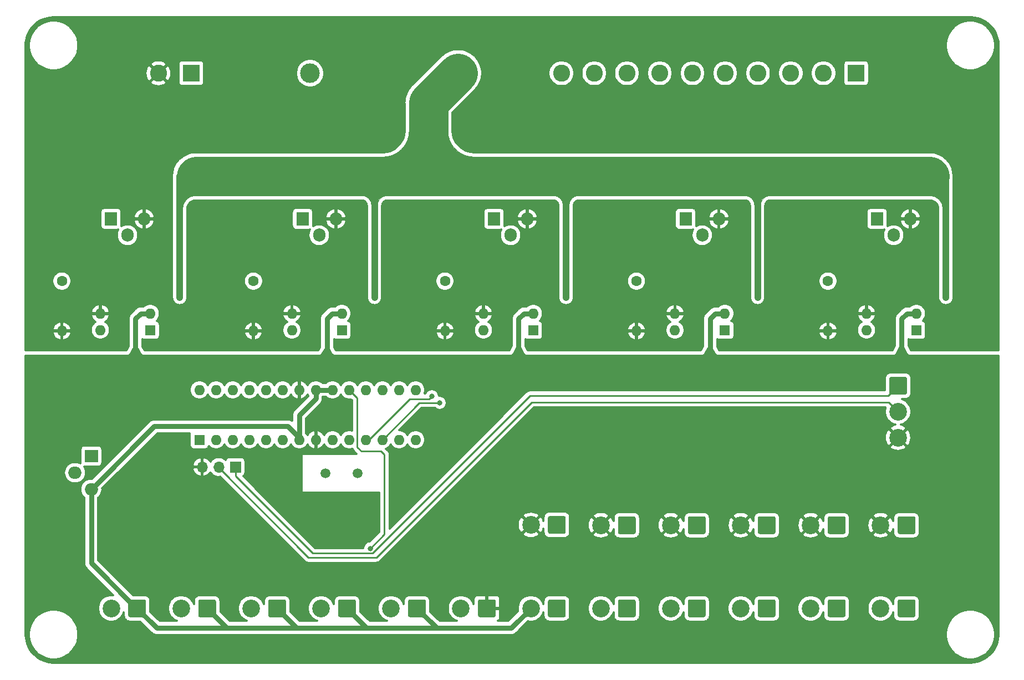
<source format=gbr>
%TF.GenerationSoftware,KiCad,Pcbnew,(5.1.12)-1*%
%TF.CreationDate,2021-11-13T03:11:12+08:00*%
%TF.ProjectId,main,6d61696e-2e6b-4696-9361-645f70636258,rev?*%
%TF.SameCoordinates,Original*%
%TF.FileFunction,Copper,L2,Bot*%
%TF.FilePolarity,Positive*%
%FSLAX46Y46*%
G04 Gerber Fmt 4.6, Leading zero omitted, Abs format (unit mm)*
G04 Created by KiCad (PCBNEW (5.1.12)-1) date 2021-11-13 03:11:12*
%MOMM*%
%LPD*%
G01*
G04 APERTURE LIST*
%TA.AperFunction,NonConductor*%
%ADD10C,0.100000*%
%TD*%
%TA.AperFunction,ComponentPad*%
%ADD11C,2.700000*%
%TD*%
%TA.AperFunction,ComponentPad*%
%ADD12R,2.000000X1.905000*%
%TD*%
%TA.AperFunction,ComponentPad*%
%ADD13O,2.000000X1.905000*%
%TD*%
%TA.AperFunction,ComponentPad*%
%ADD14O,1.600000X1.600000*%
%TD*%
%TA.AperFunction,ComponentPad*%
%ADD15R,1.600000X1.600000*%
%TD*%
%TA.AperFunction,ComponentPad*%
%ADD16R,1.905000X2.000000*%
%TD*%
%TA.AperFunction,ComponentPad*%
%ADD17O,1.905000X2.000000*%
%TD*%
%TA.AperFunction,ComponentPad*%
%ADD18O,1.700000X1.700000*%
%TD*%
%TA.AperFunction,ComponentPad*%
%ADD19R,1.700000X1.700000*%
%TD*%
%TA.AperFunction,ComponentPad*%
%ADD20C,2.600000*%
%TD*%
%TA.AperFunction,ComponentPad*%
%ADD21R,2.600000X2.600000*%
%TD*%
%TA.AperFunction,ComponentPad*%
%ADD22C,1.600000*%
%TD*%
%TA.AperFunction,ComponentPad*%
%ADD23C,1.500000*%
%TD*%
%TA.AperFunction,ComponentPad*%
%ADD24C,3.000000*%
%TD*%
%TA.AperFunction,ViaPad*%
%ADD25C,0.800000*%
%TD*%
%TA.AperFunction,Conductor*%
%ADD26C,1.000000*%
%TD*%
%TA.AperFunction,Conductor*%
%ADD27C,6.000000*%
%TD*%
%TA.AperFunction,Conductor*%
%ADD28C,0.800000*%
%TD*%
%TA.AperFunction,Conductor*%
%ADD29C,0.250000*%
%TD*%
%TA.AperFunction,Conductor*%
%ADD30C,0.350000*%
%TD*%
%TA.AperFunction,Conductor*%
%ADD31C,0.100000*%
%TD*%
G04 APERTURE END LIST*
D10*
G36*
X76700000Y-77950000D02*
G01*
X76250000Y-78000000D01*
X75850000Y-78150000D01*
X75500000Y-78350000D01*
X75200000Y-78650000D01*
X74900000Y-79050000D01*
X74800000Y-79350000D01*
X74750000Y-79600000D01*
X74700000Y-79950000D01*
X74700000Y-77100000D01*
X76700000Y-77950000D01*
G37*
G36*
X190800000Y-79950000D02*
G01*
X190750000Y-79500000D01*
X190650000Y-79200000D01*
X190500000Y-78900000D01*
X190300000Y-78650000D01*
X190050000Y-78400000D01*
X189850000Y-78250000D01*
X189550000Y-78100000D01*
X189200000Y-78000000D01*
X188800000Y-77950000D01*
X190850000Y-77100000D01*
X190800000Y-79950000D01*
G37*
X74700000Y-79950000D02*
G75*
G02*
X76700000Y-77950000I2000000J0D01*
G01*
X188800000Y-77950000D02*
G75*
G02*
X190800000Y-79950000I0J-2000000D01*
G01*
G36*
X115250000Y-68700000D02*
G01*
X115400000Y-69250000D01*
X115700000Y-69950000D01*
X116050000Y-70550000D01*
X116650000Y-71150000D01*
X117200000Y-71550000D01*
X117850000Y-71800000D01*
X118350000Y-71950000D01*
X119200000Y-72050000D01*
X115200000Y-72050000D01*
X115200000Y-68050000D01*
X115250000Y-68700000D01*
G37*
X119200000Y-72050000D02*
G75*
G02*
X115200000Y-68050000I0J4000000D01*
G01*
G36*
X109300000Y-72050000D02*
G01*
X105300000Y-72050000D01*
X105950000Y-72000000D01*
X106500000Y-71850000D01*
X107200000Y-71550000D01*
X107800000Y-71200000D01*
X108400000Y-70600000D01*
X108800000Y-70050000D01*
X109050000Y-69400000D01*
X109200000Y-68900000D01*
X109300000Y-68050000D01*
X109300000Y-72050000D01*
G37*
X109300000Y-68050000D02*
G75*
G02*
X105300000Y-72050000I-4000000J0D01*
G01*
X160550000Y-77950000D02*
G75*
G02*
X162050000Y-79450000I0J-1500000D01*
G01*
X162950000Y-79450000D02*
G75*
G02*
X164450000Y-77950000I1500000J0D01*
G01*
G36*
X163750000Y-78100000D02*
G01*
X163250000Y-78500000D01*
X163050000Y-78900000D01*
X162950000Y-79400000D01*
X162050000Y-79400000D01*
X161950000Y-78900000D01*
X161650000Y-78400000D01*
X161250000Y-78100000D01*
X160550000Y-77900000D01*
X164450000Y-77900000D01*
X163750000Y-78100000D01*
G37*
X133700000Y-79450000D02*
G75*
G02*
X135200000Y-77950000I1500000J0D01*
G01*
X131300000Y-77950000D02*
G75*
G02*
X132800000Y-79450000I0J-1500000D01*
G01*
G36*
X134500000Y-78100000D02*
G01*
X134000000Y-78500000D01*
X133800000Y-78900000D01*
X133700000Y-79400000D01*
X132800000Y-79400000D01*
X132700000Y-78900000D01*
X132400000Y-78400000D01*
X132000000Y-78100000D01*
X131300000Y-77900000D01*
X135200000Y-77900000D01*
X134500000Y-78100000D01*
G37*
X104450000Y-79450000D02*
G75*
G02*
X105950000Y-77950000I1500000J0D01*
G01*
X102050000Y-77950000D02*
G75*
G02*
X103550000Y-79450000I0J-1500000D01*
G01*
G36*
X105250000Y-78100000D02*
G01*
X104750000Y-78500000D01*
X104550000Y-78900000D01*
X104450000Y-79400000D01*
X103550000Y-79400000D01*
X103450000Y-78900000D01*
X103150000Y-78400000D01*
X102750000Y-78100000D01*
X102050000Y-77900000D01*
X105950000Y-77900000D01*
X105250000Y-78100000D01*
G37*
D11*
%TO.P,J4,3*%
%TO.N,GNDS*%
X183945000Y-114920000D03*
%TO.P,J4,2*%
%TO.N,/RXD*%
X183945000Y-110960000D03*
%TO.P,J4,1*%
%TO.N,/TXD*%
%TA.AperFunction,ComponentPad*%
G36*
G01*
X182845001Y-105650000D02*
X185044999Y-105650000D01*
G75*
G02*
X185295000Y-105900001I0J-250001D01*
G01*
X185295000Y-108099999D01*
G75*
G02*
X185044999Y-108350000I-250001J0D01*
G01*
X182845001Y-108350000D01*
G75*
G02*
X182595000Y-108099999I0J250001D01*
G01*
X182595000Y-105900001D01*
G75*
G02*
X182845001Y-105650000I250001J0D01*
G01*
G37*
%TD.AperFunction*%
%TD*%
D12*
%TO.P,U1,1*%
%TO.N,+12V*%
X60750000Y-117750000D03*
D13*
%TO.P,U1,2*%
%TO.N,GNDREF*%
X58250000Y-120290000D03*
%TO.P,U1,3*%
%TO.N,+5V*%
X60750000Y-122830000D03*
%TD*%
D14*
%TO.P,U4,4*%
%TO.N,Net-(D2-Pad2)*%
X149880000Y-98500000D03*
%TO.P,U4,2*%
%TO.N,GNDS*%
X157500000Y-95960000D03*
%TO.P,U4,3*%
%TO.N,GNDREF*%
X149880000Y-95960000D03*
D15*
%TO.P,U4,1*%
%TO.N,Net-(R25-Pad1)*%
X157500000Y-98500000D03*
%TD*%
D14*
%TO.P,U2,28*%
%TO.N,/ADC_All*%
X77250000Y-107630000D03*
%TO.P,U2,14*%
%TO.N,/func5*%
X110270000Y-115250000D03*
%TO.P,U2,27*%
%TO.N,/ADC1*%
X79790000Y-107630000D03*
%TO.P,U2,13*%
%TO.N,/func4*%
X107730000Y-115250000D03*
%TO.P,U2,26*%
%TO.N,/ADC2*%
X82330000Y-107630000D03*
%TO.P,U2,12*%
%TO.N,/PWM1*%
X105190000Y-115250000D03*
%TO.P,U2,25*%
%TO.N,/ADC3*%
X84870000Y-107630000D03*
%TO.P,U2,11*%
%TO.N,/PWM2*%
X102650000Y-115250000D03*
%TO.P,U2,24*%
%TO.N,/ADC4*%
X87410000Y-107630000D03*
%TO.P,U2,10*%
%TO.N,/XTAL2*%
X100110000Y-115250000D03*
%TO.P,U2,23*%
%TO.N,/ADC5*%
X89950000Y-107630000D03*
%TO.P,U2,9*%
%TO.N,/XTAL1*%
X97570000Y-115250000D03*
%TO.P,U2,22*%
%TO.N,GNDS*%
X92490000Y-107630000D03*
%TO.P,U2,8*%
X95030000Y-115250000D03*
%TO.P,U2,21*%
%TO.N,+5V*%
X95030000Y-107630000D03*
%TO.P,U2,7*%
X92490000Y-115250000D03*
%TO.P,U2,20*%
X97570000Y-107630000D03*
%TO.P,U2,6*%
%TO.N,/func3*%
X89950000Y-115250000D03*
%TO.P,U2,19*%
%TO.N,/Button_STOP*%
X100110000Y-107630000D03*
%TO.P,U2,5*%
%TO.N,/func2*%
X87410000Y-115250000D03*
%TO.P,U2,18*%
%TO.N,Net-(U2-Pad18)*%
X102650000Y-107630000D03*
%TO.P,U2,4*%
%TO.N,/func1*%
X84870000Y-115250000D03*
%TO.P,U2,17*%
%TO.N,/PWM5*%
X105190000Y-107630000D03*
%TO.P,U2,3*%
%TO.N,/TXD*%
X82330000Y-115250000D03*
%TO.P,U2,16*%
%TO.N,/PWM4*%
X107730000Y-107630000D03*
%TO.P,U2,2*%
%TO.N,/RXD*%
X79790000Y-115250000D03*
%TO.P,U2,15*%
%TO.N,/PWM3*%
X110270000Y-107630000D03*
D15*
%TO.P,U2,1*%
%TO.N,/RESET*%
X77250000Y-115250000D03*
%TD*%
D14*
%TO.P,U3,4*%
%TO.N,Net-(D1-Pad2)*%
X179130000Y-98500000D03*
%TO.P,U3,2*%
%TO.N,GNDS*%
X186750000Y-95960000D03*
%TO.P,U3,3*%
%TO.N,GNDREF*%
X179130000Y-95960000D03*
D15*
%TO.P,U3,1*%
%TO.N,Net-(R20-Pad1)*%
X186750000Y-98500000D03*
%TD*%
D14*
%TO.P,U7,4*%
%TO.N,Net-(D5-Pad2)*%
X62130000Y-98500000D03*
%TO.P,U7,2*%
%TO.N,GNDS*%
X69750000Y-95960000D03*
%TO.P,U7,3*%
%TO.N,GNDREF*%
X62130000Y-95960000D03*
D15*
%TO.P,U7,1*%
%TO.N,Net-(R40-Pad1)*%
X69750000Y-98500000D03*
%TD*%
D14*
%TO.P,U6,4*%
%TO.N,Net-(D4-Pad2)*%
X91380000Y-98500000D03*
%TO.P,U6,2*%
%TO.N,GNDS*%
X99000000Y-95960000D03*
%TO.P,U6,3*%
%TO.N,GNDREF*%
X91380000Y-95960000D03*
D15*
%TO.P,U6,1*%
%TO.N,Net-(R35-Pad1)*%
X99000000Y-98500000D03*
%TD*%
D14*
%TO.P,U5,4*%
%TO.N,Net-(D3-Pad2)*%
X120630000Y-98500000D03*
%TO.P,U5,2*%
%TO.N,GNDS*%
X128250000Y-95960000D03*
%TO.P,U5,3*%
%TO.N,GNDREF*%
X120630000Y-95960000D03*
D15*
%TO.P,U5,1*%
%TO.N,Net-(R30-Pad1)*%
X128250000Y-98500000D03*
%TD*%
D16*
%TO.P,Q1,1*%
%TO.N,Net-(D1-Pad1)*%
X180750000Y-81500000D03*
D17*
%TO.P,Q1,2*%
%TO.N,/LED1-*%
X183290000Y-84000000D03*
%TO.P,Q1,3*%
%TO.N,GNDREF*%
X185830000Y-81500000D03*
%TD*%
D16*
%TO.P,Q5,1*%
%TO.N,Net-(D5-Pad1)*%
X63750000Y-81500000D03*
D17*
%TO.P,Q5,2*%
%TO.N,/LED5-*%
X66290000Y-84000000D03*
%TO.P,Q5,3*%
%TO.N,GNDREF*%
X68830000Y-81500000D03*
%TD*%
D16*
%TO.P,Q4,1*%
%TO.N,Net-(D4-Pad1)*%
X93000000Y-81500000D03*
D17*
%TO.P,Q4,2*%
%TO.N,/LED4-*%
X95540000Y-84000000D03*
%TO.P,Q4,3*%
%TO.N,GNDREF*%
X98080000Y-81500000D03*
%TD*%
D16*
%TO.P,Q3,1*%
%TO.N,Net-(D3-Pad1)*%
X122250000Y-81500000D03*
D17*
%TO.P,Q3,2*%
%TO.N,/LED3-*%
X124790000Y-84000000D03*
%TO.P,Q3,3*%
%TO.N,GNDREF*%
X127330000Y-81500000D03*
%TD*%
D16*
%TO.P,Q2,1*%
%TO.N,Net-(D2-Pad1)*%
X151500000Y-81500000D03*
D17*
%TO.P,Q2,2*%
%TO.N,/LED2-*%
X154040000Y-84000000D03*
%TO.P,Q2,3*%
%TO.N,GNDREF*%
X156580000Y-81500000D03*
%TD*%
D18*
%TO.P,J3,3*%
%TO.N,GNDS*%
X77670000Y-119400000D03*
%TO.P,J3,2*%
%TO.N,/RXD*%
X80210000Y-119400000D03*
D19*
%TO.P,J3,1*%
%TO.N,/TXD*%
X82750000Y-119400000D03*
%TD*%
%TO.P,BTN2,1*%
%TO.N,+5V*%
%TA.AperFunction,ComponentPad*%
G36*
G01*
X69100000Y-139900001D02*
X69100000Y-142099999D01*
G75*
G02*
X68849999Y-142350000I-250001J0D01*
G01*
X66650001Y-142350000D01*
G75*
G02*
X66400000Y-142099999I0J250001D01*
G01*
X66400000Y-139900001D01*
G75*
G02*
X66650001Y-139650000I250001J0D01*
G01*
X68849999Y-139650000D01*
G75*
G02*
X69100000Y-139900001I0J-250001D01*
G01*
G37*
%TD.AperFunction*%
D11*
%TO.P,BTN2,2*%
%TO.N,/func1*%
X63790000Y-141000000D03*
%TD*%
%TO.P,BTN6,1*%
%TO.N,+5V*%
%TA.AperFunction,ComponentPad*%
G36*
G01*
X111827272Y-139900001D02*
X111827272Y-142099999D01*
G75*
G02*
X111577271Y-142350000I-250001J0D01*
G01*
X109377273Y-142350000D01*
G75*
G02*
X109127272Y-142099999I0J250001D01*
G01*
X109127272Y-139900001D01*
G75*
G02*
X109377273Y-139650000I250001J0D01*
G01*
X111577271Y-139650000D01*
G75*
G02*
X111827272Y-139900001I0J-250001D01*
G01*
G37*
%TD.AperFunction*%
%TO.P,BTN6,2*%
%TO.N,/func5*%
X106517272Y-141000000D03*
%TD*%
%TO.P,R3,1*%
%TO.N,/ADC_All*%
%TA.AperFunction,ComponentPad*%
G36*
G01*
X133190908Y-127150001D02*
X133190908Y-129349999D01*
G75*
G02*
X132940907Y-129600000I-250001J0D01*
G01*
X130740909Y-129600000D01*
G75*
G02*
X130490908Y-129349999I0J250001D01*
G01*
X130490908Y-127150001D01*
G75*
G02*
X130740909Y-126900000I250001J0D01*
G01*
X132940907Y-126900000D01*
G75*
G02*
X133190908Y-127150001I0J-250001D01*
G01*
G37*
%TD.AperFunction*%
%TO.P,R3,2*%
%TO.N,GNDS*%
X127880908Y-128250000D03*
%TD*%
%TO.P,SW6,1*%
%TO.N,Net-(R2-Pad2)*%
%TA.AperFunction,ComponentPad*%
G36*
G01*
X175918180Y-139900001D02*
X175918180Y-142099999D01*
G75*
G02*
X175668179Y-142350000I-250001J0D01*
G01*
X173468181Y-142350000D01*
G75*
G02*
X173218180Y-142099999I0J250001D01*
G01*
X173218180Y-139900001D01*
G75*
G02*
X173468181Y-139650000I250001J0D01*
G01*
X175668179Y-139650000D01*
G75*
G02*
X175918180Y-139900001I0J-250001D01*
G01*
G37*
%TD.AperFunction*%
%TO.P,SW6,2*%
%TO.N,Net-(R10-Pad2)*%
X170608180Y-141000000D03*
%TD*%
%TO.P,BTN7,1*%
%TO.N,GNDS*%
%TA.AperFunction,ComponentPad*%
G36*
G01*
X122509090Y-139900001D02*
X122509090Y-142099999D01*
G75*
G02*
X122259089Y-142350000I-250001J0D01*
G01*
X120059091Y-142350000D01*
G75*
G02*
X119809090Y-142099999I0J250001D01*
G01*
X119809090Y-139900001D01*
G75*
G02*
X120059091Y-139650000I250001J0D01*
G01*
X122259089Y-139650000D01*
G75*
G02*
X122509090Y-139900001I0J-250001D01*
G01*
G37*
%TD.AperFunction*%
%TO.P,BTN7,2*%
%TO.N,/Button_STOP*%
X117199090Y-141000000D03*
%TD*%
D20*
%TO.P,J2,2*%
%TO.N,GNDREF*%
X71000000Y-59250000D03*
D21*
%TO.P,J2,1*%
%TO.N,/12V_input*%
X76000000Y-59250000D03*
%TD*%
D20*
%TO.P,J1,10*%
%TO.N,/LED5-*%
X132550000Y-59250000D03*
%TO.P,J1,9*%
%TO.N,/LED5+*%
X137550000Y-59250000D03*
%TO.P,J1,8*%
%TO.N,/LED4-*%
X142550000Y-59250000D03*
%TO.P,J1,7*%
%TO.N,/LED4+*%
X147550000Y-59250000D03*
%TO.P,J1,6*%
%TO.N,/LED3-*%
X152550000Y-59250000D03*
%TO.P,J1,5*%
%TO.N,/LED3+*%
X157550000Y-59250000D03*
%TO.P,J1,4*%
%TO.N,/LED2-*%
X162550000Y-59250000D03*
%TO.P,J1,3*%
%TO.N,/LED2+*%
X167550000Y-59250000D03*
%TO.P,J1,2*%
%TO.N,/LED1-*%
X172550000Y-59250000D03*
D21*
%TO.P,J1,1*%
%TO.N,/LED1+*%
X177550000Y-59250000D03*
%TD*%
D14*
%TO.P,R23,2*%
%TO.N,GNDREF*%
X173250000Y-98620000D03*
D22*
%TO.P,R23,1*%
%TO.N,Net-(D1-Pad1)*%
X173250000Y-91000000D03*
%TD*%
D14*
%TO.P,R43,2*%
%TO.N,GNDREF*%
X56250000Y-98620000D03*
D22*
%TO.P,R43,1*%
%TO.N,Net-(D5-Pad1)*%
X56250000Y-91000000D03*
%TD*%
D14*
%TO.P,R38,2*%
%TO.N,GNDREF*%
X85500000Y-98620000D03*
D22*
%TO.P,R38,1*%
%TO.N,Net-(D4-Pad1)*%
X85500000Y-91000000D03*
%TD*%
D14*
%TO.P,R33,2*%
%TO.N,GNDREF*%
X114750000Y-98620000D03*
D22*
%TO.P,R33,1*%
%TO.N,Net-(D3-Pad1)*%
X114750000Y-91000000D03*
%TD*%
D14*
%TO.P,R28,2*%
%TO.N,GNDREF*%
X144000000Y-98620000D03*
D22*
%TO.P,R28,1*%
%TO.N,Net-(D2-Pad1)*%
X144000000Y-91000000D03*
%TD*%
D23*
%TO.P,Y1,2*%
%TO.N,/XTAL2*%
X101400000Y-120350000D03*
%TO.P,Y1,1*%
%TO.N,/XTAL1*%
X96500000Y-120350000D03*
%TD*%
%TO.P,BTN5,1*%
%TO.N,+5V*%
%TA.AperFunction,ComponentPad*%
G36*
G01*
X101145454Y-139900001D02*
X101145454Y-142099999D01*
G75*
G02*
X100895453Y-142350000I-250001J0D01*
G01*
X98695455Y-142350000D01*
G75*
G02*
X98445454Y-142099999I0J250001D01*
G01*
X98445454Y-139900001D01*
G75*
G02*
X98695455Y-139650000I250001J0D01*
G01*
X100895453Y-139650000D01*
G75*
G02*
X101145454Y-139900001I0J-250001D01*
G01*
G37*
%TD.AperFunction*%
D11*
%TO.P,BTN5,2*%
%TO.N,/func4*%
X95835454Y-141000000D03*
%TD*%
%TO.P,BTN4,1*%
%TO.N,+5V*%
%TA.AperFunction,ComponentPad*%
G36*
G01*
X90463636Y-139900001D02*
X90463636Y-142099999D01*
G75*
G02*
X90213635Y-142350000I-250001J0D01*
G01*
X88013637Y-142350000D01*
G75*
G02*
X87763636Y-142099999I0J250001D01*
G01*
X87763636Y-139900001D01*
G75*
G02*
X88013637Y-139650000I250001J0D01*
G01*
X90213635Y-139650000D01*
G75*
G02*
X90463636Y-139900001I0J-250001D01*
G01*
G37*
%TD.AperFunction*%
%TO.P,BTN4,2*%
%TO.N,/func3*%
X85153636Y-141000000D03*
%TD*%
%TO.P,BTN3,1*%
%TO.N,+5V*%
%TA.AperFunction,ComponentPad*%
G36*
G01*
X79781818Y-139900001D02*
X79781818Y-142099999D01*
G75*
G02*
X79531817Y-142350000I-250001J0D01*
G01*
X77331819Y-142350000D01*
G75*
G02*
X77081818Y-142099999I0J250001D01*
G01*
X77081818Y-139900001D01*
G75*
G02*
X77331819Y-139650000I250001J0D01*
G01*
X79531817Y-139650000D01*
G75*
G02*
X79781818Y-139900001I0J-250001D01*
G01*
G37*
%TD.AperFunction*%
%TO.P,BTN3,2*%
%TO.N,/func2*%
X74471818Y-141000000D03*
%TD*%
%TO.P,SW7,1*%
%TO.N,Net-(R2-Pad2)*%
%TA.AperFunction,ComponentPad*%
G36*
G01*
X186600000Y-139900001D02*
X186600000Y-142099999D01*
G75*
G02*
X186349999Y-142350000I-250001J0D01*
G01*
X184150001Y-142350000D01*
G75*
G02*
X183900000Y-142099999I0J250001D01*
G01*
X183900000Y-139900001D01*
G75*
G02*
X184150001Y-139650000I250001J0D01*
G01*
X186349999Y-139650000D01*
G75*
G02*
X186600000Y-139900001I0J-250001D01*
G01*
G37*
%TD.AperFunction*%
%TO.P,SW7,2*%
%TO.N,Net-(R12-Pad2)*%
X181290000Y-141000000D03*
%TD*%
%TO.P,SW5,1*%
%TO.N,Net-(R2-Pad2)*%
%TA.AperFunction,ComponentPad*%
G36*
G01*
X165236362Y-139900001D02*
X165236362Y-142099999D01*
G75*
G02*
X164986361Y-142350000I-250001J0D01*
G01*
X162786363Y-142350000D01*
G75*
G02*
X162536362Y-142099999I0J250001D01*
G01*
X162536362Y-139900001D01*
G75*
G02*
X162786363Y-139650000I250001J0D01*
G01*
X164986361Y-139650000D01*
G75*
G02*
X165236362Y-139900001I0J-250001D01*
G01*
G37*
%TD.AperFunction*%
%TO.P,SW5,2*%
%TO.N,Net-(R8-Pad2)*%
X159926362Y-141000000D03*
%TD*%
%TO.P,SW2,1*%
%TO.N,Net-(R2-Pad2)*%
%TA.AperFunction,ComponentPad*%
G36*
G01*
X133190908Y-139900001D02*
X133190908Y-142099999D01*
G75*
G02*
X132940907Y-142350000I-250001J0D01*
G01*
X130740909Y-142350000D01*
G75*
G02*
X130490908Y-142099999I0J250001D01*
G01*
X130490908Y-139900001D01*
G75*
G02*
X130740909Y-139650000I250001J0D01*
G01*
X132940907Y-139650000D01*
G75*
G02*
X133190908Y-139900001I0J-250001D01*
G01*
G37*
%TD.AperFunction*%
%TO.P,SW2,2*%
%TO.N,+5V*%
X127880908Y-141000000D03*
%TD*%
%TO.P,SW4,1*%
%TO.N,Net-(R2-Pad2)*%
%TA.AperFunction,ComponentPad*%
G36*
G01*
X154554544Y-139900001D02*
X154554544Y-142099999D01*
G75*
G02*
X154304543Y-142350000I-250001J0D01*
G01*
X152104545Y-142350000D01*
G75*
G02*
X151854544Y-142099999I0J250001D01*
G01*
X151854544Y-139900001D01*
G75*
G02*
X152104545Y-139650000I250001J0D01*
G01*
X154304543Y-139650000D01*
G75*
G02*
X154554544Y-139900001I0J-250001D01*
G01*
G37*
%TD.AperFunction*%
%TO.P,SW4,2*%
%TO.N,Net-(R6-Pad2)*%
X149244544Y-141000000D03*
%TD*%
%TO.P,SW3,1*%
%TO.N,Net-(R2-Pad2)*%
%TA.AperFunction,ComponentPad*%
G36*
G01*
X143872726Y-139900001D02*
X143872726Y-142099999D01*
G75*
G02*
X143622725Y-142350000I-250001J0D01*
G01*
X141422727Y-142350000D01*
G75*
G02*
X141172726Y-142099999I0J250001D01*
G01*
X141172726Y-139900001D01*
G75*
G02*
X141422727Y-139650000I250001J0D01*
G01*
X143622725Y-139650000D01*
G75*
G02*
X143872726Y-139900001I0J-250001D01*
G01*
G37*
%TD.AperFunction*%
%TO.P,SW3,2*%
%TO.N,Net-(R4-Pad2)*%
X138562726Y-141000000D03*
%TD*%
%TO.P,R13,1*%
%TO.N,/ADC5*%
%TA.AperFunction,ComponentPad*%
G36*
G01*
X186600000Y-127200001D02*
X186600000Y-129399999D01*
G75*
G02*
X186349999Y-129650000I-250001J0D01*
G01*
X184150001Y-129650000D01*
G75*
G02*
X183900000Y-129399999I0J250001D01*
G01*
X183900000Y-127200001D01*
G75*
G02*
X184150001Y-126950000I250001J0D01*
G01*
X186349999Y-126950000D01*
G75*
G02*
X186600000Y-127200001I0J-250001D01*
G01*
G37*
%TD.AperFunction*%
%TO.P,R13,2*%
%TO.N,GNDS*%
X181290000Y-128300000D03*
%TD*%
%TO.P,R11,1*%
%TO.N,/ADC4*%
%TA.AperFunction,ComponentPad*%
G36*
G01*
X175918180Y-127200001D02*
X175918180Y-129399999D01*
G75*
G02*
X175668179Y-129650000I-250001J0D01*
G01*
X173468181Y-129650000D01*
G75*
G02*
X173218180Y-129399999I0J250001D01*
G01*
X173218180Y-127200001D01*
G75*
G02*
X173468181Y-126950000I250001J0D01*
G01*
X175668179Y-126950000D01*
G75*
G02*
X175918180Y-127200001I0J-250001D01*
G01*
G37*
%TD.AperFunction*%
%TO.P,R11,2*%
%TO.N,GNDS*%
X170608180Y-128300000D03*
%TD*%
%TO.P,R9,1*%
%TO.N,/ADC3*%
%TA.AperFunction,ComponentPad*%
G36*
G01*
X165236362Y-127200001D02*
X165236362Y-129399999D01*
G75*
G02*
X164986361Y-129650000I-250001J0D01*
G01*
X162786363Y-129650000D01*
G75*
G02*
X162536362Y-129399999I0J250001D01*
G01*
X162536362Y-127200001D01*
G75*
G02*
X162786363Y-126950000I250001J0D01*
G01*
X164986361Y-126950000D01*
G75*
G02*
X165236362Y-127200001I0J-250001D01*
G01*
G37*
%TD.AperFunction*%
%TO.P,R9,2*%
%TO.N,GNDS*%
X159926362Y-128300000D03*
%TD*%
%TO.P,R7,1*%
%TO.N,/ADC2*%
%TA.AperFunction,ComponentPad*%
G36*
G01*
X154554544Y-127200001D02*
X154554544Y-129399999D01*
G75*
G02*
X154304543Y-129650000I-250001J0D01*
G01*
X152104545Y-129650000D01*
G75*
G02*
X151854544Y-129399999I0J250001D01*
G01*
X151854544Y-127200001D01*
G75*
G02*
X152104545Y-126950000I250001J0D01*
G01*
X154304543Y-126950000D01*
G75*
G02*
X154554544Y-127200001I0J-250001D01*
G01*
G37*
%TD.AperFunction*%
%TO.P,R7,2*%
%TO.N,GNDS*%
X149244544Y-128300000D03*
%TD*%
%TO.P,R5,1*%
%TO.N,/ADC1*%
%TA.AperFunction,ComponentPad*%
G36*
G01*
X143872726Y-127200001D02*
X143872726Y-129399999D01*
G75*
G02*
X143622725Y-129650000I-250001J0D01*
G01*
X141422727Y-129650000D01*
G75*
G02*
X141172726Y-129399999I0J250001D01*
G01*
X141172726Y-127200001D01*
G75*
G02*
X141422727Y-126950000I250001J0D01*
G01*
X143622725Y-126950000D01*
G75*
G02*
X143872726Y-127200001I0J-250001D01*
G01*
G37*
%TD.AperFunction*%
%TO.P,R5,2*%
%TO.N,GNDS*%
X138562726Y-128300000D03*
%TD*%
D24*
%TO.P,F1,1*%
%TO.N,+12V*%
X116750000Y-59250000D03*
%TO.P,F1,2*%
%TO.N,/12V_input*%
X94150000Y-59250000D03*
%TD*%
D25*
%TO.N,+12V*%
X74250000Y-93500000D03*
X104000000Y-93500000D03*
X133250000Y-93500000D03*
X162500000Y-93500000D03*
X191250000Y-93500000D03*
%TO.N,/Button_STOP*%
X103345000Y-131845000D03*
%TO.N,/PWM2*%
X112749988Y-108600000D03*
%TO.N,/PWM1*%
X113949992Y-109600000D03*
%TO.N,GNDREF*%
X186750000Y-59250000D03*
X125250000Y-59250000D03*
X105000000Y-59250000D03*
X198250000Y-100750000D03*
X51500000Y-100750000D03*
%TO.N,GNDS*%
X198250000Y-103250000D03*
X119750000Y-108250000D03*
X98900000Y-124800000D03*
X92600000Y-134200000D03*
X85300000Y-133300000D03*
X81400000Y-131900000D03*
X51500000Y-103250000D03*
X112400000Y-116800000D03*
X122000000Y-118150000D03*
X142800000Y-114800000D03*
X67500000Y-103100000D03*
X71300000Y-120290000D03*
%TD*%
D26*
%TO.N,+12V*%
X191250000Y-93500000D02*
X191250000Y-75000000D01*
X162500000Y-93500000D02*
X162500000Y-75000000D01*
X133250000Y-93500000D02*
X133250000Y-75000000D01*
X104000000Y-93500000D02*
X104000000Y-75000000D01*
D27*
X112250000Y-63750000D02*
X112250000Y-75000000D01*
X116750000Y-59250000D02*
X112250000Y-63750000D01*
D28*
X104000000Y-75750000D02*
X104750000Y-75000000D01*
D27*
X112250000Y-75000000D02*
X104750000Y-75000000D01*
D28*
X133250000Y-75250000D02*
X133500000Y-75000000D01*
D27*
X112250000Y-75000000D02*
X133500000Y-75000000D01*
X133500000Y-75000000D02*
X162500000Y-75000000D01*
X104750000Y-75000000D02*
X76750000Y-75000000D01*
D26*
X74250000Y-93500000D02*
X74250000Y-75000000D01*
D27*
X162500000Y-75000000D02*
X188750000Y-75000000D01*
D28*
%TO.N,+5V*%
X113477272Y-144000000D02*
X110477272Y-141000000D01*
X124880908Y-144000000D02*
X113477272Y-144000000D01*
X127880908Y-141000000D02*
X124880908Y-144000000D01*
X102795454Y-144000000D02*
X99795454Y-141000000D01*
X113477272Y-144000000D02*
X102795454Y-144000000D01*
X92113636Y-144000000D02*
X89113636Y-141000000D01*
X102795454Y-144000000D02*
X92113636Y-144000000D01*
X81431818Y-144000000D02*
X78431818Y-141000000D01*
X92113636Y-144000000D02*
X81431818Y-144000000D01*
X70750000Y-144000000D02*
X67750000Y-141000000D01*
X81431818Y-144000000D02*
X70750000Y-144000000D01*
X95030000Y-107630000D02*
X97570000Y-107630000D01*
X61170000Y-122830000D02*
X60750000Y-122830000D01*
X70380000Y-113200000D02*
X60750000Y-122830000D01*
X90750000Y-113200000D02*
X70380000Y-113200000D01*
X92490000Y-114940000D02*
X90750000Y-113200000D01*
X92490000Y-115250000D02*
X92490000Y-114940000D01*
X67625000Y-141000000D02*
X67750000Y-141000000D01*
X60750000Y-134125000D02*
X67625000Y-141000000D01*
X60750000Y-122830000D02*
X60750000Y-134125000D01*
X92490000Y-114955000D02*
X92490000Y-115250000D01*
X92500000Y-114945000D02*
X92490000Y-114955000D01*
X92500000Y-111500000D02*
X92500000Y-114945000D01*
X95030000Y-108970000D02*
X92500000Y-111500000D01*
X95030000Y-107630000D02*
X95030000Y-108970000D01*
D29*
%TO.N,/Button_STOP*%
X101350000Y-116350000D02*
X102000000Y-117000000D01*
X100110000Y-107630000D02*
X101350000Y-108870000D01*
X105500000Y-129690000D02*
X103345000Y-131845000D01*
X105500000Y-117500000D02*
X105500000Y-129690000D01*
X102000000Y-117000000D02*
X105000000Y-117000000D01*
X105000000Y-117000000D02*
X105500000Y-117500000D01*
X101350000Y-108870000D02*
X101350000Y-116350000D01*
%TO.N,/PWM2*%
X112349988Y-109000000D02*
X112749988Y-108600000D01*
X109350000Y-109000000D02*
X112349988Y-109000000D01*
X103100000Y-115250000D02*
X109350000Y-109000000D01*
X102650000Y-115250000D02*
X103100000Y-115250000D01*
%TO.N,/PWM1*%
X105190000Y-115250000D02*
X110840000Y-109600000D01*
X110840000Y-109600000D02*
X113949992Y-109600000D01*
D28*
%TO.N,GNDS*%
X157500000Y-95960000D02*
X156040000Y-95960000D01*
X155250000Y-96750000D02*
X155250000Y-103500000D01*
X156040000Y-95960000D02*
X155250000Y-96750000D01*
X186750000Y-95960000D02*
X185290000Y-95960000D01*
X185290000Y-95960000D02*
X184500000Y-96750000D01*
X184500000Y-96750000D02*
X184500000Y-103500000D01*
X128250000Y-95960000D02*
X126790000Y-95960000D01*
X126000000Y-96750000D02*
X126000000Y-103500000D01*
X126790000Y-95960000D02*
X126000000Y-96750000D01*
X99000000Y-95960000D02*
X97540000Y-95960000D01*
X96750000Y-96750000D02*
X96750000Y-103500000D01*
X97540000Y-95960000D02*
X96750000Y-96750000D01*
X69750000Y-95960000D02*
X68290000Y-95960000D01*
X67500000Y-96750000D02*
X67500000Y-103100000D01*
X68290000Y-95960000D02*
X67500000Y-96750000D01*
X67500000Y-103100000D02*
X67500000Y-103500000D01*
D29*
%TO.N,/TXD*%
X82750000Y-120750000D02*
X82750000Y-119400000D01*
X94570001Y-132570001D02*
X82750000Y-120750000D01*
X103693001Y-132570001D02*
X94570001Y-132570001D01*
X127763002Y-108500000D02*
X103693001Y-132570001D01*
X182445000Y-108500000D02*
X127763002Y-108500000D01*
X183945000Y-107000000D02*
X182445000Y-108500000D01*
%TO.N,/RXD*%
X104250000Y-133250000D02*
X128000000Y-109500000D01*
X182485000Y-109500000D02*
X183945000Y-110960000D01*
X93905000Y-133250000D02*
X104250000Y-133250000D01*
X80210000Y-119555000D02*
X93905000Y-133250000D01*
X128000000Y-109500000D02*
X182485000Y-109500000D01*
X80210000Y-119400000D02*
X80210000Y-119555000D01*
%TD*%
D30*
%TO.N,GNDREF*%
X195760974Y-50770698D02*
X196497888Y-50972295D01*
X197187465Y-51301206D01*
X197807891Y-51747027D01*
X198339565Y-52295672D01*
X198765679Y-52929798D01*
X199072768Y-53629364D01*
X199252412Y-54377636D01*
X199300000Y-55025666D01*
X199300001Y-101575000D01*
X185901827Y-101575000D01*
X185575000Y-100931889D01*
X185575000Y-99864933D01*
X185690439Y-99926636D01*
X185817677Y-99965233D01*
X185950000Y-99978266D01*
X187550000Y-99978266D01*
X187682323Y-99965233D01*
X187809561Y-99926636D01*
X187926824Y-99863958D01*
X188029606Y-99779606D01*
X188113958Y-99676824D01*
X188176636Y-99559561D01*
X188215233Y-99432323D01*
X188228266Y-99300000D01*
X188228266Y-97700000D01*
X188215233Y-97567677D01*
X188176636Y-97440439D01*
X188113958Y-97323176D01*
X188029606Y-97220394D01*
X187926824Y-97136042D01*
X187809561Y-97073364D01*
X187742840Y-97053125D01*
X187895707Y-96900258D01*
X188057128Y-96658675D01*
X188168317Y-96390242D01*
X188225000Y-96105275D01*
X188225000Y-95814725D01*
X188168317Y-95529758D01*
X188057128Y-95261325D01*
X187895707Y-95019742D01*
X187690258Y-94814293D01*
X187448675Y-94652872D01*
X187180242Y-94541683D01*
X186895275Y-94485000D01*
X186604725Y-94485000D01*
X186319758Y-94541683D01*
X186051325Y-94652872D01*
X185809742Y-94814293D01*
X185739035Y-94885000D01*
X185342798Y-94885000D01*
X185290000Y-94879800D01*
X185237202Y-94885000D01*
X185237194Y-94885000D01*
X185079263Y-94900555D01*
X184876624Y-94962024D01*
X184783249Y-95011935D01*
X184689872Y-95061846D01*
X184628166Y-95112487D01*
X184567199Y-95162521D01*
X184567194Y-95162526D01*
X184526183Y-95196183D01*
X184492525Y-95237195D01*
X183777200Y-95952521D01*
X183736183Y-95986183D01*
X183601846Y-96149872D01*
X183502024Y-96336626D01*
X183440555Y-96539264D01*
X183425000Y-96697195D01*
X183425000Y-96697202D01*
X183419800Y-96750000D01*
X183425000Y-96802798D01*
X183425001Y-100883469D01*
X183073567Y-101575000D01*
X156627552Y-101575000D01*
X156325000Y-101050576D01*
X156325000Y-99864933D01*
X156440439Y-99926636D01*
X156567677Y-99965233D01*
X156700000Y-99978266D01*
X158300000Y-99978266D01*
X158432323Y-99965233D01*
X158559561Y-99926636D01*
X158676824Y-99863958D01*
X158779606Y-99779606D01*
X158863958Y-99676824D01*
X158926636Y-99559561D01*
X158965233Y-99432323D01*
X158978266Y-99300000D01*
X158978266Y-98924519D01*
X171806774Y-98924519D01*
X171893914Y-99200227D01*
X172033167Y-99453637D01*
X172219183Y-99675011D01*
X172444812Y-99855842D01*
X172701384Y-99989180D01*
X172945481Y-100063223D01*
X173175000Y-99924095D01*
X173175000Y-98695000D01*
X173325000Y-98695000D01*
X173325000Y-99924095D01*
X173554519Y-100063223D01*
X173798616Y-99989180D01*
X174055188Y-99855842D01*
X174280817Y-99675011D01*
X174466833Y-99453637D01*
X174606086Y-99200227D01*
X174693226Y-98924519D01*
X174554345Y-98695000D01*
X173325000Y-98695000D01*
X173175000Y-98695000D01*
X171945655Y-98695000D01*
X171806774Y-98924519D01*
X158978266Y-98924519D01*
X158978266Y-98315481D01*
X171806774Y-98315481D01*
X171945655Y-98545000D01*
X173175000Y-98545000D01*
X173175000Y-97315905D01*
X173325000Y-97315905D01*
X173325000Y-98545000D01*
X174554345Y-98545000D01*
X174669479Y-98354725D01*
X177655000Y-98354725D01*
X177655000Y-98645275D01*
X177711683Y-98930242D01*
X177822872Y-99198675D01*
X177984293Y-99440258D01*
X178189742Y-99645707D01*
X178431325Y-99807128D01*
X178699758Y-99918317D01*
X178984725Y-99975000D01*
X179275275Y-99975000D01*
X179560242Y-99918317D01*
X179828675Y-99807128D01*
X180070258Y-99645707D01*
X180275707Y-99440258D01*
X180437128Y-99198675D01*
X180548317Y-98930242D01*
X180605000Y-98645275D01*
X180605000Y-98354725D01*
X180548317Y-98069758D01*
X180437128Y-97801325D01*
X180275707Y-97559742D01*
X180070258Y-97354293D01*
X179876408Y-97224767D01*
X179963637Y-97176833D01*
X180185011Y-96990817D01*
X180365842Y-96765188D01*
X180499180Y-96508616D01*
X180573223Y-96264519D01*
X180434095Y-96035000D01*
X179205000Y-96035000D01*
X179205000Y-96055000D01*
X179055000Y-96055000D01*
X179055000Y-96035000D01*
X177825905Y-96035000D01*
X177686777Y-96264519D01*
X177760820Y-96508616D01*
X177894158Y-96765188D01*
X178074989Y-96990817D01*
X178296363Y-97176833D01*
X178383592Y-97224767D01*
X178189742Y-97354293D01*
X177984293Y-97559742D01*
X177822872Y-97801325D01*
X177711683Y-98069758D01*
X177655000Y-98354725D01*
X174669479Y-98354725D01*
X174693226Y-98315481D01*
X174606086Y-98039773D01*
X174466833Y-97786363D01*
X174280817Y-97564989D01*
X174055188Y-97384158D01*
X173798616Y-97250820D01*
X173554519Y-97176777D01*
X173325000Y-97315905D01*
X173175000Y-97315905D01*
X172945481Y-97176777D01*
X172701384Y-97250820D01*
X172444812Y-97384158D01*
X172219183Y-97564989D01*
X172033167Y-97786363D01*
X171893914Y-98039773D01*
X171806774Y-98315481D01*
X158978266Y-98315481D01*
X158978266Y-97700000D01*
X158965233Y-97567677D01*
X158926636Y-97440439D01*
X158863958Y-97323176D01*
X158779606Y-97220394D01*
X158676824Y-97136042D01*
X158559561Y-97073364D01*
X158492840Y-97053125D01*
X158645707Y-96900258D01*
X158807128Y-96658675D01*
X158918317Y-96390242D01*
X158975000Y-96105275D01*
X158975000Y-95814725D01*
X158943325Y-95655481D01*
X177686777Y-95655481D01*
X177825905Y-95885000D01*
X179055000Y-95885000D01*
X179055000Y-94655655D01*
X179205000Y-94655655D01*
X179205000Y-95885000D01*
X180434095Y-95885000D01*
X180573223Y-95655481D01*
X180499180Y-95411384D01*
X180365842Y-95154812D01*
X180185011Y-94929183D01*
X179963637Y-94743167D01*
X179710227Y-94603914D01*
X179434519Y-94516774D01*
X179205000Y-94655655D01*
X179055000Y-94655655D01*
X178825481Y-94516774D01*
X178549773Y-94603914D01*
X178296363Y-94743167D01*
X178074989Y-94929183D01*
X177894158Y-95154812D01*
X177760820Y-95411384D01*
X177686777Y-95655481D01*
X158943325Y-95655481D01*
X158918317Y-95529758D01*
X158807128Y-95261325D01*
X158645707Y-95019742D01*
X158440258Y-94814293D01*
X158198675Y-94652872D01*
X157930242Y-94541683D01*
X157645275Y-94485000D01*
X157354725Y-94485000D01*
X157069758Y-94541683D01*
X156801325Y-94652872D01*
X156559742Y-94814293D01*
X156489035Y-94885000D01*
X156092798Y-94885000D01*
X156040000Y-94879800D01*
X155987202Y-94885000D01*
X155987194Y-94885000D01*
X155829263Y-94900555D01*
X155626624Y-94962024D01*
X155533249Y-95011935D01*
X155439872Y-95061846D01*
X155378166Y-95112487D01*
X155317199Y-95162521D01*
X155317194Y-95162526D01*
X155276183Y-95196183D01*
X155242525Y-95237195D01*
X154527200Y-95952521D01*
X154486183Y-95986183D01*
X154351846Y-96149872D01*
X154252024Y-96336626D01*
X154190555Y-96539264D01*
X154175000Y-96697195D01*
X154175000Y-96697202D01*
X154169800Y-96750000D01*
X154175000Y-96802798D01*
X154175001Y-101007924D01*
X153847842Y-101575000D01*
X127395217Y-101575000D01*
X127075000Y-100966588D01*
X127075000Y-99864933D01*
X127190439Y-99926636D01*
X127317677Y-99965233D01*
X127450000Y-99978266D01*
X129050000Y-99978266D01*
X129182323Y-99965233D01*
X129309561Y-99926636D01*
X129426824Y-99863958D01*
X129529606Y-99779606D01*
X129613958Y-99676824D01*
X129676636Y-99559561D01*
X129715233Y-99432323D01*
X129728266Y-99300000D01*
X129728266Y-98924519D01*
X142556774Y-98924519D01*
X142643914Y-99200227D01*
X142783167Y-99453637D01*
X142969183Y-99675011D01*
X143194812Y-99855842D01*
X143451384Y-99989180D01*
X143695481Y-100063223D01*
X143925000Y-99924095D01*
X143925000Y-98695000D01*
X144075000Y-98695000D01*
X144075000Y-99924095D01*
X144304519Y-100063223D01*
X144548616Y-99989180D01*
X144805188Y-99855842D01*
X145030817Y-99675011D01*
X145216833Y-99453637D01*
X145356086Y-99200227D01*
X145443226Y-98924519D01*
X145304345Y-98695000D01*
X144075000Y-98695000D01*
X143925000Y-98695000D01*
X142695655Y-98695000D01*
X142556774Y-98924519D01*
X129728266Y-98924519D01*
X129728266Y-98315481D01*
X142556774Y-98315481D01*
X142695655Y-98545000D01*
X143925000Y-98545000D01*
X143925000Y-97315905D01*
X144075000Y-97315905D01*
X144075000Y-98545000D01*
X145304345Y-98545000D01*
X145419479Y-98354725D01*
X148405000Y-98354725D01*
X148405000Y-98645275D01*
X148461683Y-98930242D01*
X148572872Y-99198675D01*
X148734293Y-99440258D01*
X148939742Y-99645707D01*
X149181325Y-99807128D01*
X149449758Y-99918317D01*
X149734725Y-99975000D01*
X150025275Y-99975000D01*
X150310242Y-99918317D01*
X150578675Y-99807128D01*
X150820258Y-99645707D01*
X151025707Y-99440258D01*
X151187128Y-99198675D01*
X151298317Y-98930242D01*
X151355000Y-98645275D01*
X151355000Y-98354725D01*
X151298317Y-98069758D01*
X151187128Y-97801325D01*
X151025707Y-97559742D01*
X150820258Y-97354293D01*
X150626408Y-97224767D01*
X150713637Y-97176833D01*
X150935011Y-96990817D01*
X151115842Y-96765188D01*
X151249180Y-96508616D01*
X151323223Y-96264519D01*
X151184095Y-96035000D01*
X149955000Y-96035000D01*
X149955000Y-96055000D01*
X149805000Y-96055000D01*
X149805000Y-96035000D01*
X148575905Y-96035000D01*
X148436777Y-96264519D01*
X148510820Y-96508616D01*
X148644158Y-96765188D01*
X148824989Y-96990817D01*
X149046363Y-97176833D01*
X149133592Y-97224767D01*
X148939742Y-97354293D01*
X148734293Y-97559742D01*
X148572872Y-97801325D01*
X148461683Y-98069758D01*
X148405000Y-98354725D01*
X145419479Y-98354725D01*
X145443226Y-98315481D01*
X145356086Y-98039773D01*
X145216833Y-97786363D01*
X145030817Y-97564989D01*
X144805188Y-97384158D01*
X144548616Y-97250820D01*
X144304519Y-97176777D01*
X144075000Y-97315905D01*
X143925000Y-97315905D01*
X143695481Y-97176777D01*
X143451384Y-97250820D01*
X143194812Y-97384158D01*
X142969183Y-97564989D01*
X142783167Y-97786363D01*
X142643914Y-98039773D01*
X142556774Y-98315481D01*
X129728266Y-98315481D01*
X129728266Y-97700000D01*
X129715233Y-97567677D01*
X129676636Y-97440439D01*
X129613958Y-97323176D01*
X129529606Y-97220394D01*
X129426824Y-97136042D01*
X129309561Y-97073364D01*
X129242840Y-97053125D01*
X129395707Y-96900258D01*
X129557128Y-96658675D01*
X129668317Y-96390242D01*
X129725000Y-96105275D01*
X129725000Y-95814725D01*
X129693325Y-95655481D01*
X148436777Y-95655481D01*
X148575905Y-95885000D01*
X149805000Y-95885000D01*
X149805000Y-94655655D01*
X149955000Y-94655655D01*
X149955000Y-95885000D01*
X151184095Y-95885000D01*
X151323223Y-95655481D01*
X151249180Y-95411384D01*
X151115842Y-95154812D01*
X150935011Y-94929183D01*
X150713637Y-94743167D01*
X150460227Y-94603914D01*
X150184519Y-94516774D01*
X149955000Y-94655655D01*
X149805000Y-94655655D01*
X149575481Y-94516774D01*
X149299773Y-94603914D01*
X149046363Y-94743167D01*
X148824989Y-94929183D01*
X148644158Y-95154812D01*
X148510820Y-95411384D01*
X148436777Y-95655481D01*
X129693325Y-95655481D01*
X129668317Y-95529758D01*
X129557128Y-95261325D01*
X129395707Y-95019742D01*
X129190258Y-94814293D01*
X128948675Y-94652872D01*
X128680242Y-94541683D01*
X128395275Y-94485000D01*
X128104725Y-94485000D01*
X127819758Y-94541683D01*
X127551325Y-94652872D01*
X127309742Y-94814293D01*
X127239035Y-94885000D01*
X126842798Y-94885000D01*
X126790000Y-94879800D01*
X126737202Y-94885000D01*
X126737194Y-94885000D01*
X126579263Y-94900555D01*
X126376624Y-94962024D01*
X126283249Y-95011935D01*
X126189872Y-95061846D01*
X126128166Y-95112487D01*
X126067199Y-95162521D01*
X126067194Y-95162526D01*
X126026183Y-95196183D01*
X125992525Y-95237195D01*
X125277200Y-95952521D01*
X125236183Y-95986183D01*
X125101846Y-96149872D01*
X125002024Y-96336626D01*
X124940555Y-96539264D01*
X124925000Y-96697195D01*
X124925000Y-96697202D01*
X124919800Y-96750000D01*
X124925000Y-96802798D01*
X124925001Y-100919836D01*
X124580177Y-101575000D01*
X98098947Y-101575000D01*
X97825000Y-101164080D01*
X97825000Y-99864933D01*
X97940439Y-99926636D01*
X98067677Y-99965233D01*
X98200000Y-99978266D01*
X99800000Y-99978266D01*
X99932323Y-99965233D01*
X100059561Y-99926636D01*
X100176824Y-99863958D01*
X100279606Y-99779606D01*
X100363958Y-99676824D01*
X100426636Y-99559561D01*
X100465233Y-99432323D01*
X100478266Y-99300000D01*
X100478266Y-98924519D01*
X113306774Y-98924519D01*
X113393914Y-99200227D01*
X113533167Y-99453637D01*
X113719183Y-99675011D01*
X113944812Y-99855842D01*
X114201384Y-99989180D01*
X114445481Y-100063223D01*
X114675000Y-99924095D01*
X114675000Y-98695000D01*
X114825000Y-98695000D01*
X114825000Y-99924095D01*
X115054519Y-100063223D01*
X115298616Y-99989180D01*
X115555188Y-99855842D01*
X115780817Y-99675011D01*
X115966833Y-99453637D01*
X116106086Y-99200227D01*
X116193226Y-98924519D01*
X116054345Y-98695000D01*
X114825000Y-98695000D01*
X114675000Y-98695000D01*
X113445655Y-98695000D01*
X113306774Y-98924519D01*
X100478266Y-98924519D01*
X100478266Y-98315481D01*
X113306774Y-98315481D01*
X113445655Y-98545000D01*
X114675000Y-98545000D01*
X114675000Y-97315905D01*
X114825000Y-97315905D01*
X114825000Y-98545000D01*
X116054345Y-98545000D01*
X116169479Y-98354725D01*
X119155000Y-98354725D01*
X119155000Y-98645275D01*
X119211683Y-98930242D01*
X119322872Y-99198675D01*
X119484293Y-99440258D01*
X119689742Y-99645707D01*
X119931325Y-99807128D01*
X120199758Y-99918317D01*
X120484725Y-99975000D01*
X120775275Y-99975000D01*
X121060242Y-99918317D01*
X121328675Y-99807128D01*
X121570258Y-99645707D01*
X121775707Y-99440258D01*
X121937128Y-99198675D01*
X122048317Y-98930242D01*
X122105000Y-98645275D01*
X122105000Y-98354725D01*
X122048317Y-98069758D01*
X121937128Y-97801325D01*
X121775707Y-97559742D01*
X121570258Y-97354293D01*
X121376408Y-97224767D01*
X121463637Y-97176833D01*
X121685011Y-96990817D01*
X121865842Y-96765188D01*
X121999180Y-96508616D01*
X122073223Y-96264519D01*
X121934095Y-96035000D01*
X120705000Y-96035000D01*
X120705000Y-96055000D01*
X120555000Y-96055000D01*
X120555000Y-96035000D01*
X119325905Y-96035000D01*
X119186777Y-96264519D01*
X119260820Y-96508616D01*
X119394158Y-96765188D01*
X119574989Y-96990817D01*
X119796363Y-97176833D01*
X119883592Y-97224767D01*
X119689742Y-97354293D01*
X119484293Y-97559742D01*
X119322872Y-97801325D01*
X119211683Y-98069758D01*
X119155000Y-98354725D01*
X116169479Y-98354725D01*
X116193226Y-98315481D01*
X116106086Y-98039773D01*
X115966833Y-97786363D01*
X115780817Y-97564989D01*
X115555188Y-97384158D01*
X115298616Y-97250820D01*
X115054519Y-97176777D01*
X114825000Y-97315905D01*
X114675000Y-97315905D01*
X114445481Y-97176777D01*
X114201384Y-97250820D01*
X113944812Y-97384158D01*
X113719183Y-97564989D01*
X113533167Y-97786363D01*
X113393914Y-98039773D01*
X113306774Y-98315481D01*
X100478266Y-98315481D01*
X100478266Y-97700000D01*
X100465233Y-97567677D01*
X100426636Y-97440439D01*
X100363958Y-97323176D01*
X100279606Y-97220394D01*
X100176824Y-97136042D01*
X100059561Y-97073364D01*
X99992840Y-97053125D01*
X100145707Y-96900258D01*
X100307128Y-96658675D01*
X100418317Y-96390242D01*
X100475000Y-96105275D01*
X100475000Y-95814725D01*
X100443325Y-95655481D01*
X119186777Y-95655481D01*
X119325905Y-95885000D01*
X120555000Y-95885000D01*
X120555000Y-94655655D01*
X120705000Y-94655655D01*
X120705000Y-95885000D01*
X121934095Y-95885000D01*
X122073223Y-95655481D01*
X121999180Y-95411384D01*
X121865842Y-95154812D01*
X121685011Y-94929183D01*
X121463637Y-94743167D01*
X121210227Y-94603914D01*
X120934519Y-94516774D01*
X120705000Y-94655655D01*
X120555000Y-94655655D01*
X120325481Y-94516774D01*
X120049773Y-94603914D01*
X119796363Y-94743167D01*
X119574989Y-94929183D01*
X119394158Y-95154812D01*
X119260820Y-95411384D01*
X119186777Y-95655481D01*
X100443325Y-95655481D01*
X100418317Y-95529758D01*
X100307128Y-95261325D01*
X100145707Y-95019742D01*
X99940258Y-94814293D01*
X99698675Y-94652872D01*
X99430242Y-94541683D01*
X99145275Y-94485000D01*
X98854725Y-94485000D01*
X98569758Y-94541683D01*
X98301325Y-94652872D01*
X98059742Y-94814293D01*
X97989035Y-94885000D01*
X97592798Y-94885000D01*
X97540000Y-94879800D01*
X97487202Y-94885000D01*
X97487194Y-94885000D01*
X97329263Y-94900555D01*
X97126624Y-94962024D01*
X97033249Y-95011935D01*
X96939872Y-95061846D01*
X96878166Y-95112487D01*
X96817199Y-95162521D01*
X96817194Y-95162526D01*
X96776183Y-95196183D01*
X96742525Y-95237195D01*
X96027200Y-95952521D01*
X95986183Y-95986183D01*
X95851846Y-96149872D01*
X95752024Y-96336626D01*
X95690555Y-96539264D01*
X95675000Y-96697195D01*
X95675000Y-96697202D01*
X95669800Y-96750000D01*
X95675000Y-96802798D01*
X95675001Y-101127171D01*
X95376447Y-101575000D01*
X68883331Y-101575000D01*
X68575000Y-101024409D01*
X68575000Y-99864933D01*
X68690439Y-99926636D01*
X68817677Y-99965233D01*
X68950000Y-99978266D01*
X70550000Y-99978266D01*
X70682323Y-99965233D01*
X70809561Y-99926636D01*
X70926824Y-99863958D01*
X71029606Y-99779606D01*
X71113958Y-99676824D01*
X71176636Y-99559561D01*
X71215233Y-99432323D01*
X71228266Y-99300000D01*
X71228266Y-98924519D01*
X84056774Y-98924519D01*
X84143914Y-99200227D01*
X84283167Y-99453637D01*
X84469183Y-99675011D01*
X84694812Y-99855842D01*
X84951384Y-99989180D01*
X85195481Y-100063223D01*
X85425000Y-99924095D01*
X85425000Y-98695000D01*
X85575000Y-98695000D01*
X85575000Y-99924095D01*
X85804519Y-100063223D01*
X86048616Y-99989180D01*
X86305188Y-99855842D01*
X86530817Y-99675011D01*
X86716833Y-99453637D01*
X86856086Y-99200227D01*
X86943226Y-98924519D01*
X86804345Y-98695000D01*
X85575000Y-98695000D01*
X85425000Y-98695000D01*
X84195655Y-98695000D01*
X84056774Y-98924519D01*
X71228266Y-98924519D01*
X71228266Y-98315481D01*
X84056774Y-98315481D01*
X84195655Y-98545000D01*
X85425000Y-98545000D01*
X85425000Y-97315905D01*
X85575000Y-97315905D01*
X85575000Y-98545000D01*
X86804345Y-98545000D01*
X86919479Y-98354725D01*
X89905000Y-98354725D01*
X89905000Y-98645275D01*
X89961683Y-98930242D01*
X90072872Y-99198675D01*
X90234293Y-99440258D01*
X90439742Y-99645707D01*
X90681325Y-99807128D01*
X90949758Y-99918317D01*
X91234725Y-99975000D01*
X91525275Y-99975000D01*
X91810242Y-99918317D01*
X92078675Y-99807128D01*
X92320258Y-99645707D01*
X92525707Y-99440258D01*
X92687128Y-99198675D01*
X92798317Y-98930242D01*
X92855000Y-98645275D01*
X92855000Y-98354725D01*
X92798317Y-98069758D01*
X92687128Y-97801325D01*
X92525707Y-97559742D01*
X92320258Y-97354293D01*
X92126408Y-97224767D01*
X92213637Y-97176833D01*
X92435011Y-96990817D01*
X92615842Y-96765188D01*
X92749180Y-96508616D01*
X92823223Y-96264519D01*
X92684095Y-96035000D01*
X91455000Y-96035000D01*
X91455000Y-96055000D01*
X91305000Y-96055000D01*
X91305000Y-96035000D01*
X90075905Y-96035000D01*
X89936777Y-96264519D01*
X90010820Y-96508616D01*
X90144158Y-96765188D01*
X90324989Y-96990817D01*
X90546363Y-97176833D01*
X90633592Y-97224767D01*
X90439742Y-97354293D01*
X90234293Y-97559742D01*
X90072872Y-97801325D01*
X89961683Y-98069758D01*
X89905000Y-98354725D01*
X86919479Y-98354725D01*
X86943226Y-98315481D01*
X86856086Y-98039773D01*
X86716833Y-97786363D01*
X86530817Y-97564989D01*
X86305188Y-97384158D01*
X86048616Y-97250820D01*
X85804519Y-97176777D01*
X85575000Y-97315905D01*
X85425000Y-97315905D01*
X85195481Y-97176777D01*
X84951384Y-97250820D01*
X84694812Y-97384158D01*
X84469183Y-97564989D01*
X84283167Y-97786363D01*
X84143914Y-98039773D01*
X84056774Y-98315481D01*
X71228266Y-98315481D01*
X71228266Y-97700000D01*
X71215233Y-97567677D01*
X71176636Y-97440439D01*
X71113958Y-97323176D01*
X71029606Y-97220394D01*
X70926824Y-97136042D01*
X70809561Y-97073364D01*
X70742840Y-97053125D01*
X70895707Y-96900258D01*
X71057128Y-96658675D01*
X71168317Y-96390242D01*
X71225000Y-96105275D01*
X71225000Y-95814725D01*
X71193325Y-95655481D01*
X89936777Y-95655481D01*
X90075905Y-95885000D01*
X91305000Y-95885000D01*
X91305000Y-94655655D01*
X91455000Y-94655655D01*
X91455000Y-95885000D01*
X92684095Y-95885000D01*
X92823223Y-95655481D01*
X92749180Y-95411384D01*
X92615842Y-95154812D01*
X92435011Y-94929183D01*
X92213637Y-94743167D01*
X91960227Y-94603914D01*
X91684519Y-94516774D01*
X91455000Y-94655655D01*
X91305000Y-94655655D01*
X91075481Y-94516774D01*
X90799773Y-94603914D01*
X90546363Y-94743167D01*
X90324989Y-94929183D01*
X90144158Y-95154812D01*
X90010820Y-95411384D01*
X89936777Y-95655481D01*
X71193325Y-95655481D01*
X71168317Y-95529758D01*
X71057128Y-95261325D01*
X70895707Y-95019742D01*
X70690258Y-94814293D01*
X70448675Y-94652872D01*
X70180242Y-94541683D01*
X69895275Y-94485000D01*
X69604725Y-94485000D01*
X69319758Y-94541683D01*
X69051325Y-94652872D01*
X68809742Y-94814293D01*
X68739035Y-94885000D01*
X68342798Y-94885000D01*
X68290000Y-94879800D01*
X68237202Y-94885000D01*
X68237194Y-94885000D01*
X68079263Y-94900555D01*
X67876624Y-94962024D01*
X67689872Y-95061846D01*
X67628166Y-95112487D01*
X67567199Y-95162521D01*
X67567194Y-95162526D01*
X67526183Y-95196183D01*
X67492525Y-95237195D01*
X66777200Y-95952521D01*
X66736183Y-95986183D01*
X66601846Y-96149872D01*
X66502024Y-96336626D01*
X66440555Y-96539264D01*
X66425000Y-96697195D01*
X66425000Y-96697202D01*
X66419800Y-96750000D01*
X66425000Y-96802798D01*
X66425001Y-100980468D01*
X66092063Y-101575000D01*
X50700000Y-101575000D01*
X50700000Y-98924519D01*
X54806774Y-98924519D01*
X54893914Y-99200227D01*
X55033167Y-99453637D01*
X55219183Y-99675011D01*
X55444812Y-99855842D01*
X55701384Y-99989180D01*
X55945481Y-100063223D01*
X56175000Y-99924095D01*
X56175000Y-98695000D01*
X56325000Y-98695000D01*
X56325000Y-99924095D01*
X56554519Y-100063223D01*
X56798616Y-99989180D01*
X57055188Y-99855842D01*
X57280817Y-99675011D01*
X57466833Y-99453637D01*
X57606086Y-99200227D01*
X57693226Y-98924519D01*
X57554345Y-98695000D01*
X56325000Y-98695000D01*
X56175000Y-98695000D01*
X54945655Y-98695000D01*
X54806774Y-98924519D01*
X50700000Y-98924519D01*
X50700000Y-98315481D01*
X54806774Y-98315481D01*
X54945655Y-98545000D01*
X56175000Y-98545000D01*
X56175000Y-97315905D01*
X56325000Y-97315905D01*
X56325000Y-98545000D01*
X57554345Y-98545000D01*
X57669479Y-98354725D01*
X60655000Y-98354725D01*
X60655000Y-98645275D01*
X60711683Y-98930242D01*
X60822872Y-99198675D01*
X60984293Y-99440258D01*
X61189742Y-99645707D01*
X61431325Y-99807128D01*
X61699758Y-99918317D01*
X61984725Y-99975000D01*
X62275275Y-99975000D01*
X62560242Y-99918317D01*
X62828675Y-99807128D01*
X63070258Y-99645707D01*
X63275707Y-99440258D01*
X63437128Y-99198675D01*
X63548317Y-98930242D01*
X63605000Y-98645275D01*
X63605000Y-98354725D01*
X63548317Y-98069758D01*
X63437128Y-97801325D01*
X63275707Y-97559742D01*
X63070258Y-97354293D01*
X62876408Y-97224767D01*
X62963637Y-97176833D01*
X63185011Y-96990817D01*
X63365842Y-96765188D01*
X63499180Y-96508616D01*
X63573223Y-96264519D01*
X63434095Y-96035000D01*
X62205000Y-96035000D01*
X62205000Y-96055000D01*
X62055000Y-96055000D01*
X62055000Y-96035000D01*
X60825905Y-96035000D01*
X60686777Y-96264519D01*
X60760820Y-96508616D01*
X60894158Y-96765188D01*
X61074989Y-96990817D01*
X61296363Y-97176833D01*
X61383592Y-97224767D01*
X61189742Y-97354293D01*
X60984293Y-97559742D01*
X60822872Y-97801325D01*
X60711683Y-98069758D01*
X60655000Y-98354725D01*
X57669479Y-98354725D01*
X57693226Y-98315481D01*
X57606086Y-98039773D01*
X57466833Y-97786363D01*
X57280817Y-97564989D01*
X57055188Y-97384158D01*
X56798616Y-97250820D01*
X56554519Y-97176777D01*
X56325000Y-97315905D01*
X56175000Y-97315905D01*
X55945481Y-97176777D01*
X55701384Y-97250820D01*
X55444812Y-97384158D01*
X55219183Y-97564989D01*
X55033167Y-97786363D01*
X54893914Y-98039773D01*
X54806774Y-98315481D01*
X50700000Y-98315481D01*
X50700000Y-95655481D01*
X60686777Y-95655481D01*
X60825905Y-95885000D01*
X62055000Y-95885000D01*
X62055000Y-94655655D01*
X62205000Y-94655655D01*
X62205000Y-95885000D01*
X63434095Y-95885000D01*
X63573223Y-95655481D01*
X63499180Y-95411384D01*
X63365842Y-95154812D01*
X63185011Y-94929183D01*
X62963637Y-94743167D01*
X62710227Y-94603914D01*
X62434519Y-94516774D01*
X62205000Y-94655655D01*
X62055000Y-94655655D01*
X61825481Y-94516774D01*
X61549773Y-94603914D01*
X61296363Y-94743167D01*
X61074989Y-94929183D01*
X60894158Y-95154812D01*
X60760820Y-95411384D01*
X60686777Y-95655481D01*
X50700000Y-95655481D01*
X50700000Y-90854725D01*
X54775000Y-90854725D01*
X54775000Y-91145275D01*
X54831683Y-91430242D01*
X54942872Y-91698675D01*
X55104293Y-91940258D01*
X55309742Y-92145707D01*
X55551325Y-92307128D01*
X55819758Y-92418317D01*
X56104725Y-92475000D01*
X56395275Y-92475000D01*
X56680242Y-92418317D01*
X56948675Y-92307128D01*
X57190258Y-92145707D01*
X57395707Y-91940258D01*
X57557128Y-91698675D01*
X57668317Y-91430242D01*
X57725000Y-91145275D01*
X57725000Y-90854725D01*
X57668317Y-90569758D01*
X57557128Y-90301325D01*
X57395707Y-90059742D01*
X57190258Y-89854293D01*
X56948675Y-89692872D01*
X56680242Y-89581683D01*
X56395275Y-89525000D01*
X56104725Y-89525000D01*
X55819758Y-89581683D01*
X55551325Y-89692872D01*
X55309742Y-89854293D01*
X55104293Y-90059742D01*
X54942872Y-90301325D01*
X54831683Y-90569758D01*
X54775000Y-90854725D01*
X50700000Y-90854725D01*
X50700000Y-80500000D01*
X62119234Y-80500000D01*
X62119234Y-82500000D01*
X62132267Y-82632323D01*
X62170864Y-82759561D01*
X62233542Y-82876824D01*
X62317894Y-82979606D01*
X62420676Y-83063958D01*
X62537939Y-83126636D01*
X62665177Y-83165233D01*
X62797500Y-83178266D01*
X64702500Y-83178266D01*
X64834823Y-83165233D01*
X64871319Y-83154162D01*
X64779111Y-83326670D01*
X64686049Y-83633455D01*
X64662500Y-83872554D01*
X64662500Y-84127447D01*
X64686049Y-84366546D01*
X64779111Y-84673331D01*
X64930236Y-84956065D01*
X65133616Y-85203884D01*
X65381436Y-85407264D01*
X65664170Y-85558389D01*
X65970955Y-85651451D01*
X66290000Y-85682874D01*
X66609046Y-85651451D01*
X66915831Y-85558389D01*
X67198565Y-85407264D01*
X67446384Y-85203884D01*
X67649764Y-84956064D01*
X67800889Y-84673330D01*
X67893951Y-84366545D01*
X67917500Y-84127446D01*
X67917500Y-83872553D01*
X67893951Y-83633454D01*
X67800889Y-83326669D01*
X67649764Y-83043935D01*
X67446384Y-82796116D01*
X67198564Y-82592736D01*
X66915830Y-82441611D01*
X66609045Y-82348549D01*
X66290000Y-82317126D01*
X65970954Y-82348549D01*
X65664169Y-82441611D01*
X65381435Y-82592736D01*
X65370770Y-82601489D01*
X65380766Y-82500000D01*
X65380766Y-81829159D01*
X67227464Y-81829159D01*
X67313205Y-82136386D01*
X67457236Y-82420983D01*
X67654021Y-82672012D01*
X67895999Y-82879827D01*
X68173870Y-83036441D01*
X68476955Y-83135836D01*
X68501597Y-83141522D01*
X68755000Y-83004321D01*
X68755000Y-81575000D01*
X68905000Y-81575000D01*
X68905000Y-83004321D01*
X69158403Y-83141522D01*
X69183045Y-83135836D01*
X69486130Y-83036441D01*
X69764001Y-82879827D01*
X70005979Y-82672012D01*
X70202764Y-82420983D01*
X70346795Y-82136386D01*
X70432536Y-81829159D01*
X70288117Y-81575000D01*
X68905000Y-81575000D01*
X68755000Y-81575000D01*
X67371883Y-81575000D01*
X67227464Y-81829159D01*
X65380766Y-81829159D01*
X65380766Y-81170841D01*
X67227464Y-81170841D01*
X67371883Y-81425000D01*
X68755000Y-81425000D01*
X68755000Y-79995679D01*
X68905000Y-79995679D01*
X68905000Y-81425000D01*
X70288117Y-81425000D01*
X70432536Y-81170841D01*
X70346795Y-80863614D01*
X70202764Y-80579017D01*
X70005979Y-80327988D01*
X69764001Y-80120173D01*
X69486130Y-79963559D01*
X69183045Y-79864164D01*
X69158403Y-79858478D01*
X68905000Y-79995679D01*
X68755000Y-79995679D01*
X68501597Y-79858478D01*
X68476955Y-79864164D01*
X68173870Y-79963559D01*
X67895999Y-80120173D01*
X67654021Y-80327988D01*
X67457236Y-80579017D01*
X67313205Y-80863614D01*
X67227464Y-81170841D01*
X65380766Y-81170841D01*
X65380766Y-80500000D01*
X65367733Y-80367677D01*
X65329136Y-80240439D01*
X65266458Y-80123176D01*
X65182106Y-80020394D01*
X65079324Y-79936042D01*
X64962061Y-79873364D01*
X64834823Y-79834767D01*
X64702500Y-79821734D01*
X62797500Y-79821734D01*
X62665177Y-79834767D01*
X62537939Y-79873364D01*
X62420676Y-79936042D01*
X62317894Y-80020394D01*
X62233542Y-80123176D01*
X62170864Y-80240439D01*
X62132267Y-80367677D01*
X62119234Y-80500000D01*
X50700000Y-80500000D01*
X50700000Y-75000000D01*
X73057219Y-75000000D01*
X73075001Y-75180543D01*
X73075000Y-93557719D01*
X73092002Y-93730339D01*
X73159189Y-93951828D01*
X73268296Y-94155952D01*
X73415130Y-94334870D01*
X73594047Y-94481704D01*
X73798171Y-94590811D01*
X74019660Y-94657998D01*
X74250000Y-94680685D01*
X74480339Y-94657998D01*
X74701828Y-94590811D01*
X74905952Y-94481704D01*
X75084870Y-94334870D01*
X75231704Y-94155953D01*
X75340811Y-93951829D01*
X75407998Y-93730340D01*
X75425000Y-93557720D01*
X75425000Y-90854725D01*
X84025000Y-90854725D01*
X84025000Y-91145275D01*
X84081683Y-91430242D01*
X84192872Y-91698675D01*
X84354293Y-91940258D01*
X84559742Y-92145707D01*
X84801325Y-92307128D01*
X85069758Y-92418317D01*
X85354725Y-92475000D01*
X85645275Y-92475000D01*
X85930242Y-92418317D01*
X86198675Y-92307128D01*
X86440258Y-92145707D01*
X86645707Y-91940258D01*
X86807128Y-91698675D01*
X86918317Y-91430242D01*
X86975000Y-91145275D01*
X86975000Y-90854725D01*
X86918317Y-90569758D01*
X86807128Y-90301325D01*
X86645707Y-90059742D01*
X86440258Y-89854293D01*
X86198675Y-89692872D01*
X85930242Y-89581683D01*
X85645275Y-89525000D01*
X85354725Y-89525000D01*
X85069758Y-89581683D01*
X84801325Y-89692872D01*
X84559742Y-89854293D01*
X84354293Y-90059742D01*
X84192872Y-90301325D01*
X84081683Y-90569758D01*
X84025000Y-90854725D01*
X75425000Y-90854725D01*
X75425000Y-80500000D01*
X91369234Y-80500000D01*
X91369234Y-82500000D01*
X91382267Y-82632323D01*
X91420864Y-82759561D01*
X91483542Y-82876824D01*
X91567894Y-82979606D01*
X91670676Y-83063958D01*
X91787939Y-83126636D01*
X91915177Y-83165233D01*
X92047500Y-83178266D01*
X93952500Y-83178266D01*
X94084823Y-83165233D01*
X94121319Y-83154162D01*
X94029111Y-83326670D01*
X93936049Y-83633455D01*
X93912500Y-83872554D01*
X93912500Y-84127447D01*
X93936049Y-84366546D01*
X94029111Y-84673331D01*
X94180236Y-84956065D01*
X94383616Y-85203884D01*
X94631436Y-85407264D01*
X94914170Y-85558389D01*
X95220955Y-85651451D01*
X95540000Y-85682874D01*
X95859046Y-85651451D01*
X96165831Y-85558389D01*
X96448565Y-85407264D01*
X96696384Y-85203884D01*
X96899764Y-84956064D01*
X97050889Y-84673330D01*
X97143951Y-84366545D01*
X97167500Y-84127446D01*
X97167500Y-83872553D01*
X97143951Y-83633454D01*
X97050889Y-83326669D01*
X96899764Y-83043935D01*
X96696384Y-82796116D01*
X96448564Y-82592736D01*
X96165830Y-82441611D01*
X95859045Y-82348549D01*
X95540000Y-82317126D01*
X95220954Y-82348549D01*
X94914169Y-82441611D01*
X94631435Y-82592736D01*
X94620770Y-82601489D01*
X94630766Y-82500000D01*
X94630766Y-81829159D01*
X96477464Y-81829159D01*
X96563205Y-82136386D01*
X96707236Y-82420983D01*
X96904021Y-82672012D01*
X97145999Y-82879827D01*
X97423870Y-83036441D01*
X97726955Y-83135836D01*
X97751597Y-83141522D01*
X98005000Y-83004321D01*
X98005000Y-81575000D01*
X98155000Y-81575000D01*
X98155000Y-83004321D01*
X98408403Y-83141522D01*
X98433045Y-83135836D01*
X98736130Y-83036441D01*
X99014001Y-82879827D01*
X99255979Y-82672012D01*
X99452764Y-82420983D01*
X99596795Y-82136386D01*
X99682536Y-81829159D01*
X99538117Y-81575000D01*
X98155000Y-81575000D01*
X98005000Y-81575000D01*
X96621883Y-81575000D01*
X96477464Y-81829159D01*
X94630766Y-81829159D01*
X94630766Y-81170841D01*
X96477464Y-81170841D01*
X96621883Y-81425000D01*
X98005000Y-81425000D01*
X98005000Y-79995679D01*
X98155000Y-79995679D01*
X98155000Y-81425000D01*
X99538117Y-81425000D01*
X99682536Y-81170841D01*
X99596795Y-80863614D01*
X99452764Y-80579017D01*
X99255979Y-80327988D01*
X99014001Y-80120173D01*
X98736130Y-79963559D01*
X98433045Y-79864164D01*
X98408403Y-79858478D01*
X98155000Y-79995679D01*
X98005000Y-79995679D01*
X97751597Y-79858478D01*
X97726955Y-79864164D01*
X97423870Y-79963559D01*
X97145999Y-80120173D01*
X96904021Y-80327988D01*
X96707236Y-80579017D01*
X96563205Y-80863614D01*
X96477464Y-81170841D01*
X94630766Y-81170841D01*
X94630766Y-80500000D01*
X94617733Y-80367677D01*
X94579136Y-80240439D01*
X94516458Y-80123176D01*
X94432106Y-80020394D01*
X94329324Y-79936042D01*
X94212061Y-79873364D01*
X94084823Y-79834767D01*
X93952500Y-79821734D01*
X92047500Y-79821734D01*
X91915177Y-79834767D01*
X91787939Y-79873364D01*
X91670676Y-79936042D01*
X91567894Y-80020394D01*
X91483542Y-80123176D01*
X91420864Y-80240439D01*
X91382267Y-80367677D01*
X91369234Y-80500000D01*
X75425000Y-80500000D01*
X75425000Y-79985460D01*
X75452693Y-79703027D01*
X75524418Y-79465460D01*
X75640919Y-79246354D01*
X75797766Y-79054040D01*
X75988976Y-78895858D01*
X76207262Y-78777831D01*
X76444327Y-78704447D01*
X76724495Y-78675000D01*
X102014541Y-78675000D01*
X102199859Y-78693170D01*
X102344003Y-78736690D01*
X102476954Y-78807382D01*
X102593642Y-78902551D01*
X102689619Y-79018567D01*
X102761240Y-79151026D01*
X102805765Y-79294862D01*
X102825001Y-79477879D01*
X102825000Y-93557719D01*
X102842002Y-93730339D01*
X102909189Y-93951828D01*
X103018296Y-94155952D01*
X103165130Y-94334870D01*
X103344047Y-94481704D01*
X103548171Y-94590811D01*
X103769660Y-94657998D01*
X104000000Y-94680685D01*
X104230339Y-94657998D01*
X104451828Y-94590811D01*
X104655952Y-94481704D01*
X104834870Y-94334870D01*
X104981704Y-94155953D01*
X105090811Y-93951829D01*
X105157998Y-93730340D01*
X105175000Y-93557720D01*
X105175000Y-90854725D01*
X113275000Y-90854725D01*
X113275000Y-91145275D01*
X113331683Y-91430242D01*
X113442872Y-91698675D01*
X113604293Y-91940258D01*
X113809742Y-92145707D01*
X114051325Y-92307128D01*
X114319758Y-92418317D01*
X114604725Y-92475000D01*
X114895275Y-92475000D01*
X115180242Y-92418317D01*
X115448675Y-92307128D01*
X115690258Y-92145707D01*
X115895707Y-91940258D01*
X116057128Y-91698675D01*
X116168317Y-91430242D01*
X116225000Y-91145275D01*
X116225000Y-90854725D01*
X116168317Y-90569758D01*
X116057128Y-90301325D01*
X115895707Y-90059742D01*
X115690258Y-89854293D01*
X115448675Y-89692872D01*
X115180242Y-89581683D01*
X114895275Y-89525000D01*
X114604725Y-89525000D01*
X114319758Y-89581683D01*
X114051325Y-89692872D01*
X113809742Y-89854293D01*
X113604293Y-90059742D01*
X113442872Y-90301325D01*
X113331683Y-90569758D01*
X113275000Y-90854725D01*
X105175000Y-90854725D01*
X105175000Y-80500000D01*
X120619234Y-80500000D01*
X120619234Y-82500000D01*
X120632267Y-82632323D01*
X120670864Y-82759561D01*
X120733542Y-82876824D01*
X120817894Y-82979606D01*
X120920676Y-83063958D01*
X121037939Y-83126636D01*
X121165177Y-83165233D01*
X121297500Y-83178266D01*
X123202500Y-83178266D01*
X123334823Y-83165233D01*
X123371319Y-83154162D01*
X123279111Y-83326670D01*
X123186049Y-83633455D01*
X123162500Y-83872554D01*
X123162500Y-84127447D01*
X123186049Y-84366546D01*
X123279111Y-84673331D01*
X123430236Y-84956065D01*
X123633616Y-85203884D01*
X123881436Y-85407264D01*
X124164170Y-85558389D01*
X124470955Y-85651451D01*
X124790000Y-85682874D01*
X125109046Y-85651451D01*
X125415831Y-85558389D01*
X125698565Y-85407264D01*
X125946384Y-85203884D01*
X126149764Y-84956064D01*
X126300889Y-84673330D01*
X126393951Y-84366545D01*
X126417500Y-84127446D01*
X126417500Y-83872553D01*
X126393951Y-83633454D01*
X126300889Y-83326669D01*
X126149764Y-83043935D01*
X125946384Y-82796116D01*
X125698564Y-82592736D01*
X125415830Y-82441611D01*
X125109045Y-82348549D01*
X124790000Y-82317126D01*
X124470954Y-82348549D01*
X124164169Y-82441611D01*
X123881435Y-82592736D01*
X123870770Y-82601489D01*
X123880766Y-82500000D01*
X123880766Y-81829159D01*
X125727464Y-81829159D01*
X125813205Y-82136386D01*
X125957236Y-82420983D01*
X126154021Y-82672012D01*
X126395999Y-82879827D01*
X126673870Y-83036441D01*
X126976955Y-83135836D01*
X127001597Y-83141522D01*
X127255000Y-83004321D01*
X127255000Y-81575000D01*
X127405000Y-81575000D01*
X127405000Y-83004321D01*
X127658403Y-83141522D01*
X127683045Y-83135836D01*
X127986130Y-83036441D01*
X128264001Y-82879827D01*
X128505979Y-82672012D01*
X128702764Y-82420983D01*
X128846795Y-82136386D01*
X128932536Y-81829159D01*
X128788117Y-81575000D01*
X127405000Y-81575000D01*
X127255000Y-81575000D01*
X125871883Y-81575000D01*
X125727464Y-81829159D01*
X123880766Y-81829159D01*
X123880766Y-81170841D01*
X125727464Y-81170841D01*
X125871883Y-81425000D01*
X127255000Y-81425000D01*
X127255000Y-79995679D01*
X127405000Y-79995679D01*
X127405000Y-81425000D01*
X128788117Y-81425000D01*
X128932536Y-81170841D01*
X128846795Y-80863614D01*
X128702764Y-80579017D01*
X128505979Y-80327988D01*
X128264001Y-80120173D01*
X127986130Y-79963559D01*
X127683045Y-79864164D01*
X127658403Y-79858478D01*
X127405000Y-79995679D01*
X127255000Y-79995679D01*
X127001597Y-79858478D01*
X126976955Y-79864164D01*
X126673870Y-79963559D01*
X126395999Y-80120173D01*
X126154021Y-80327988D01*
X125957236Y-80579017D01*
X125813205Y-80863614D01*
X125727464Y-81170841D01*
X123880766Y-81170841D01*
X123880766Y-80500000D01*
X123867733Y-80367677D01*
X123829136Y-80240439D01*
X123766458Y-80123176D01*
X123682106Y-80020394D01*
X123579324Y-79936042D01*
X123462061Y-79873364D01*
X123334823Y-79834767D01*
X123202500Y-79821734D01*
X121297500Y-79821734D01*
X121165177Y-79834767D01*
X121037939Y-79873364D01*
X120920676Y-79936042D01*
X120817894Y-80020394D01*
X120733542Y-80123176D01*
X120670864Y-80240439D01*
X120632267Y-80367677D01*
X120619234Y-80500000D01*
X105175000Y-80500000D01*
X105175000Y-79485459D01*
X105193170Y-79300141D01*
X105236690Y-79155997D01*
X105307382Y-79023046D01*
X105402551Y-78906358D01*
X105518567Y-78810381D01*
X105651026Y-78738760D01*
X105794862Y-78694235D01*
X105977871Y-78675000D01*
X112069467Y-78675000D01*
X112250000Y-78692781D01*
X112430533Y-78675000D01*
X131264541Y-78675000D01*
X131449859Y-78693170D01*
X131594003Y-78736690D01*
X131726954Y-78807382D01*
X131843642Y-78902551D01*
X131939619Y-79018567D01*
X132011240Y-79151026D01*
X132055765Y-79294862D01*
X132075001Y-79477879D01*
X132075000Y-93557719D01*
X132092002Y-93730339D01*
X132159189Y-93951828D01*
X132268296Y-94155952D01*
X132415130Y-94334870D01*
X132594047Y-94481704D01*
X132798171Y-94590811D01*
X133019660Y-94657998D01*
X133250000Y-94680685D01*
X133480339Y-94657998D01*
X133701828Y-94590811D01*
X133905952Y-94481704D01*
X134084870Y-94334870D01*
X134231704Y-94155953D01*
X134340811Y-93951829D01*
X134407998Y-93730340D01*
X134425000Y-93557720D01*
X134425000Y-90854725D01*
X142525000Y-90854725D01*
X142525000Y-91145275D01*
X142581683Y-91430242D01*
X142692872Y-91698675D01*
X142854293Y-91940258D01*
X143059742Y-92145707D01*
X143301325Y-92307128D01*
X143569758Y-92418317D01*
X143854725Y-92475000D01*
X144145275Y-92475000D01*
X144430242Y-92418317D01*
X144698675Y-92307128D01*
X144940258Y-92145707D01*
X145145707Y-91940258D01*
X145307128Y-91698675D01*
X145418317Y-91430242D01*
X145475000Y-91145275D01*
X145475000Y-90854725D01*
X145418317Y-90569758D01*
X145307128Y-90301325D01*
X145145707Y-90059742D01*
X144940258Y-89854293D01*
X144698675Y-89692872D01*
X144430242Y-89581683D01*
X144145275Y-89525000D01*
X143854725Y-89525000D01*
X143569758Y-89581683D01*
X143301325Y-89692872D01*
X143059742Y-89854293D01*
X142854293Y-90059742D01*
X142692872Y-90301325D01*
X142581683Y-90569758D01*
X142525000Y-90854725D01*
X134425000Y-90854725D01*
X134425000Y-80500000D01*
X149869234Y-80500000D01*
X149869234Y-82500000D01*
X149882267Y-82632323D01*
X149920864Y-82759561D01*
X149983542Y-82876824D01*
X150067894Y-82979606D01*
X150170676Y-83063958D01*
X150287939Y-83126636D01*
X150415177Y-83165233D01*
X150547500Y-83178266D01*
X152452500Y-83178266D01*
X152584823Y-83165233D01*
X152621319Y-83154162D01*
X152529111Y-83326670D01*
X152436049Y-83633455D01*
X152412500Y-83872554D01*
X152412500Y-84127447D01*
X152436049Y-84366546D01*
X152529111Y-84673331D01*
X152680236Y-84956065D01*
X152883616Y-85203884D01*
X153131436Y-85407264D01*
X153414170Y-85558389D01*
X153720955Y-85651451D01*
X154040000Y-85682874D01*
X154359046Y-85651451D01*
X154665831Y-85558389D01*
X154948565Y-85407264D01*
X155196384Y-85203884D01*
X155399764Y-84956064D01*
X155550889Y-84673330D01*
X155643951Y-84366545D01*
X155667500Y-84127446D01*
X155667500Y-83872553D01*
X155643951Y-83633454D01*
X155550889Y-83326669D01*
X155399764Y-83043935D01*
X155196384Y-82796116D01*
X154948564Y-82592736D01*
X154665830Y-82441611D01*
X154359045Y-82348549D01*
X154040000Y-82317126D01*
X153720954Y-82348549D01*
X153414169Y-82441611D01*
X153131435Y-82592736D01*
X153120770Y-82601489D01*
X153130766Y-82500000D01*
X153130766Y-81829159D01*
X154977464Y-81829159D01*
X155063205Y-82136386D01*
X155207236Y-82420983D01*
X155404021Y-82672012D01*
X155645999Y-82879827D01*
X155923870Y-83036441D01*
X156226955Y-83135836D01*
X156251597Y-83141522D01*
X156505000Y-83004321D01*
X156505000Y-81575000D01*
X156655000Y-81575000D01*
X156655000Y-83004321D01*
X156908403Y-83141522D01*
X156933045Y-83135836D01*
X157236130Y-83036441D01*
X157514001Y-82879827D01*
X157755979Y-82672012D01*
X157952764Y-82420983D01*
X158096795Y-82136386D01*
X158182536Y-81829159D01*
X158038117Y-81575000D01*
X156655000Y-81575000D01*
X156505000Y-81575000D01*
X155121883Y-81575000D01*
X154977464Y-81829159D01*
X153130766Y-81829159D01*
X153130766Y-81170841D01*
X154977464Y-81170841D01*
X155121883Y-81425000D01*
X156505000Y-81425000D01*
X156505000Y-79995679D01*
X156655000Y-79995679D01*
X156655000Y-81425000D01*
X158038117Y-81425000D01*
X158182536Y-81170841D01*
X158096795Y-80863614D01*
X157952764Y-80579017D01*
X157755979Y-80327988D01*
X157514001Y-80120173D01*
X157236130Y-79963559D01*
X156933045Y-79864164D01*
X156908403Y-79858478D01*
X156655000Y-79995679D01*
X156505000Y-79995679D01*
X156251597Y-79858478D01*
X156226955Y-79864164D01*
X155923870Y-79963559D01*
X155645999Y-80120173D01*
X155404021Y-80327988D01*
X155207236Y-80579017D01*
X155063205Y-80863614D01*
X154977464Y-81170841D01*
X153130766Y-81170841D01*
X153130766Y-80500000D01*
X153117733Y-80367677D01*
X153079136Y-80240439D01*
X153016458Y-80123176D01*
X152932106Y-80020394D01*
X152829324Y-79936042D01*
X152712061Y-79873364D01*
X152584823Y-79834767D01*
X152452500Y-79821734D01*
X150547500Y-79821734D01*
X150415177Y-79834767D01*
X150287939Y-79873364D01*
X150170676Y-79936042D01*
X150067894Y-80020394D01*
X149983542Y-80123176D01*
X149920864Y-80240439D01*
X149882267Y-80367677D01*
X149869234Y-80500000D01*
X134425000Y-80500000D01*
X134425000Y-79485459D01*
X134443170Y-79300141D01*
X134486690Y-79155997D01*
X134557382Y-79023046D01*
X134652551Y-78906358D01*
X134768567Y-78810381D01*
X134901026Y-78738760D01*
X135044862Y-78694235D01*
X135227871Y-78675000D01*
X160514541Y-78675000D01*
X160699859Y-78693170D01*
X160844003Y-78736690D01*
X160976954Y-78807382D01*
X161093642Y-78902551D01*
X161189619Y-79018567D01*
X161261240Y-79151026D01*
X161305765Y-79294862D01*
X161325001Y-79477879D01*
X161325000Y-93557719D01*
X161342002Y-93730339D01*
X161409189Y-93951828D01*
X161518296Y-94155952D01*
X161665130Y-94334870D01*
X161844047Y-94481704D01*
X162048171Y-94590811D01*
X162269660Y-94657998D01*
X162500000Y-94680685D01*
X162730339Y-94657998D01*
X162951828Y-94590811D01*
X163155952Y-94481704D01*
X163334870Y-94334870D01*
X163481704Y-94155953D01*
X163590811Y-93951829D01*
X163657998Y-93730340D01*
X163675000Y-93557720D01*
X163675000Y-90854725D01*
X171775000Y-90854725D01*
X171775000Y-91145275D01*
X171831683Y-91430242D01*
X171942872Y-91698675D01*
X172104293Y-91940258D01*
X172309742Y-92145707D01*
X172551325Y-92307128D01*
X172819758Y-92418317D01*
X173104725Y-92475000D01*
X173395275Y-92475000D01*
X173680242Y-92418317D01*
X173948675Y-92307128D01*
X174190258Y-92145707D01*
X174395707Y-91940258D01*
X174557128Y-91698675D01*
X174668317Y-91430242D01*
X174725000Y-91145275D01*
X174725000Y-90854725D01*
X174668317Y-90569758D01*
X174557128Y-90301325D01*
X174395707Y-90059742D01*
X174190258Y-89854293D01*
X173948675Y-89692872D01*
X173680242Y-89581683D01*
X173395275Y-89525000D01*
X173104725Y-89525000D01*
X172819758Y-89581683D01*
X172551325Y-89692872D01*
X172309742Y-89854293D01*
X172104293Y-90059742D01*
X171942872Y-90301325D01*
X171831683Y-90569758D01*
X171775000Y-90854725D01*
X163675000Y-90854725D01*
X163675000Y-80500000D01*
X179119234Y-80500000D01*
X179119234Y-82500000D01*
X179132267Y-82632323D01*
X179170864Y-82759561D01*
X179233542Y-82876824D01*
X179317894Y-82979606D01*
X179420676Y-83063958D01*
X179537939Y-83126636D01*
X179665177Y-83165233D01*
X179797500Y-83178266D01*
X181702500Y-83178266D01*
X181834823Y-83165233D01*
X181871319Y-83154162D01*
X181779111Y-83326670D01*
X181686049Y-83633455D01*
X181662500Y-83872554D01*
X181662500Y-84127447D01*
X181686049Y-84366546D01*
X181779111Y-84673331D01*
X181930236Y-84956065D01*
X182133616Y-85203884D01*
X182381436Y-85407264D01*
X182664170Y-85558389D01*
X182970955Y-85651451D01*
X183290000Y-85682874D01*
X183609046Y-85651451D01*
X183915831Y-85558389D01*
X184198565Y-85407264D01*
X184446384Y-85203884D01*
X184649764Y-84956064D01*
X184800889Y-84673330D01*
X184893951Y-84366545D01*
X184917500Y-84127446D01*
X184917500Y-83872553D01*
X184893951Y-83633454D01*
X184800889Y-83326669D01*
X184649764Y-83043935D01*
X184446384Y-82796116D01*
X184198564Y-82592736D01*
X183915830Y-82441611D01*
X183609045Y-82348549D01*
X183290000Y-82317126D01*
X182970954Y-82348549D01*
X182664169Y-82441611D01*
X182381435Y-82592736D01*
X182370770Y-82601489D01*
X182380766Y-82500000D01*
X182380766Y-81829159D01*
X184227464Y-81829159D01*
X184313205Y-82136386D01*
X184457236Y-82420983D01*
X184654021Y-82672012D01*
X184895999Y-82879827D01*
X185173870Y-83036441D01*
X185476955Y-83135836D01*
X185501597Y-83141522D01*
X185755000Y-83004321D01*
X185755000Y-81575000D01*
X185905000Y-81575000D01*
X185905000Y-83004321D01*
X186158403Y-83141522D01*
X186183045Y-83135836D01*
X186486130Y-83036441D01*
X186764001Y-82879827D01*
X187005979Y-82672012D01*
X187202764Y-82420983D01*
X187346795Y-82136386D01*
X187432536Y-81829159D01*
X187288117Y-81575000D01*
X185905000Y-81575000D01*
X185755000Y-81575000D01*
X184371883Y-81575000D01*
X184227464Y-81829159D01*
X182380766Y-81829159D01*
X182380766Y-81170841D01*
X184227464Y-81170841D01*
X184371883Y-81425000D01*
X185755000Y-81425000D01*
X185755000Y-79995679D01*
X185905000Y-79995679D01*
X185905000Y-81425000D01*
X187288117Y-81425000D01*
X187432536Y-81170841D01*
X187346795Y-80863614D01*
X187202764Y-80579017D01*
X187005979Y-80327988D01*
X186764001Y-80120173D01*
X186486130Y-79963559D01*
X186183045Y-79864164D01*
X186158403Y-79858478D01*
X185905000Y-79995679D01*
X185755000Y-79995679D01*
X185501597Y-79858478D01*
X185476955Y-79864164D01*
X185173870Y-79963559D01*
X184895999Y-80120173D01*
X184654021Y-80327988D01*
X184457236Y-80579017D01*
X184313205Y-80863614D01*
X184227464Y-81170841D01*
X182380766Y-81170841D01*
X182380766Y-80500000D01*
X182367733Y-80367677D01*
X182329136Y-80240439D01*
X182266458Y-80123176D01*
X182182106Y-80020394D01*
X182079324Y-79936042D01*
X181962061Y-79873364D01*
X181834823Y-79834767D01*
X181702500Y-79821734D01*
X179797500Y-79821734D01*
X179665177Y-79834767D01*
X179537939Y-79873364D01*
X179420676Y-79936042D01*
X179317894Y-80020394D01*
X179233542Y-80123176D01*
X179170864Y-80240439D01*
X179132267Y-80367677D01*
X179119234Y-80500000D01*
X163675000Y-80500000D01*
X163675000Y-79485459D01*
X163693170Y-79300141D01*
X163736690Y-79155997D01*
X163807382Y-79023046D01*
X163902551Y-78906358D01*
X164018567Y-78810381D01*
X164151026Y-78738760D01*
X164294862Y-78694235D01*
X164477871Y-78675000D01*
X188764540Y-78675000D01*
X189046973Y-78702693D01*
X189284540Y-78774418D01*
X189503646Y-78890919D01*
X189695960Y-79047766D01*
X189854142Y-79238976D01*
X189972169Y-79457262D01*
X190045553Y-79694327D01*
X190075001Y-79974502D01*
X190075000Y-93557719D01*
X190092002Y-93730339D01*
X190159189Y-93951828D01*
X190268296Y-94155952D01*
X190415130Y-94334870D01*
X190594047Y-94481704D01*
X190798171Y-94590811D01*
X191019660Y-94657998D01*
X191250000Y-94680685D01*
X191480339Y-94657998D01*
X191701828Y-94590811D01*
X191905952Y-94481704D01*
X192084870Y-94334870D01*
X192231704Y-94155953D01*
X192340811Y-93951829D01*
X192407998Y-93730340D01*
X192425000Y-93557720D01*
X192425000Y-75180533D01*
X192442781Y-75000000D01*
X192371825Y-74279574D01*
X192161685Y-73586834D01*
X191820435Y-72948401D01*
X191361190Y-72388810D01*
X190801599Y-71929565D01*
X190163166Y-71588315D01*
X189470426Y-71378175D01*
X188930533Y-71325000D01*
X119235460Y-71325000D01*
X118564559Y-71259218D01*
X117953318Y-71074673D01*
X117389567Y-70774921D01*
X116894771Y-70371376D01*
X116487785Y-69879415D01*
X116184104Y-69317767D01*
X115995296Y-68707829D01*
X115925000Y-68039009D01*
X115925000Y-65272234D01*
X119476273Y-61720962D01*
X119820435Y-61301599D01*
X120161684Y-60663167D01*
X120371824Y-59970426D01*
X120442780Y-59250001D01*
X120423622Y-59055479D01*
X130575000Y-59055479D01*
X130575000Y-59444521D01*
X130650898Y-59826086D01*
X130799778Y-60185513D01*
X131015917Y-60508989D01*
X131291011Y-60784083D01*
X131614487Y-61000222D01*
X131973914Y-61149102D01*
X132355479Y-61225000D01*
X132744521Y-61225000D01*
X133126086Y-61149102D01*
X133485513Y-61000222D01*
X133808989Y-60784083D01*
X134084083Y-60508989D01*
X134300222Y-60185513D01*
X134449102Y-59826086D01*
X134525000Y-59444521D01*
X134525000Y-59055479D01*
X135575000Y-59055479D01*
X135575000Y-59444521D01*
X135650898Y-59826086D01*
X135799778Y-60185513D01*
X136015917Y-60508989D01*
X136291011Y-60784083D01*
X136614487Y-61000222D01*
X136973914Y-61149102D01*
X137355479Y-61225000D01*
X137744521Y-61225000D01*
X138126086Y-61149102D01*
X138485513Y-61000222D01*
X138808989Y-60784083D01*
X139084083Y-60508989D01*
X139300222Y-60185513D01*
X139449102Y-59826086D01*
X139525000Y-59444521D01*
X139525000Y-59055479D01*
X140575000Y-59055479D01*
X140575000Y-59444521D01*
X140650898Y-59826086D01*
X140799778Y-60185513D01*
X141015917Y-60508989D01*
X141291011Y-60784083D01*
X141614487Y-61000222D01*
X141973914Y-61149102D01*
X142355479Y-61225000D01*
X142744521Y-61225000D01*
X143126086Y-61149102D01*
X143485513Y-61000222D01*
X143808989Y-60784083D01*
X144084083Y-60508989D01*
X144300222Y-60185513D01*
X144449102Y-59826086D01*
X144525000Y-59444521D01*
X144525000Y-59055479D01*
X145575000Y-59055479D01*
X145575000Y-59444521D01*
X145650898Y-59826086D01*
X145799778Y-60185513D01*
X146015917Y-60508989D01*
X146291011Y-60784083D01*
X146614487Y-61000222D01*
X146973914Y-61149102D01*
X147355479Y-61225000D01*
X147744521Y-61225000D01*
X148126086Y-61149102D01*
X148485513Y-61000222D01*
X148808989Y-60784083D01*
X149084083Y-60508989D01*
X149300222Y-60185513D01*
X149449102Y-59826086D01*
X149525000Y-59444521D01*
X149525000Y-59055479D01*
X150575000Y-59055479D01*
X150575000Y-59444521D01*
X150650898Y-59826086D01*
X150799778Y-60185513D01*
X151015917Y-60508989D01*
X151291011Y-60784083D01*
X151614487Y-61000222D01*
X151973914Y-61149102D01*
X152355479Y-61225000D01*
X152744521Y-61225000D01*
X153126086Y-61149102D01*
X153485513Y-61000222D01*
X153808989Y-60784083D01*
X154084083Y-60508989D01*
X154300222Y-60185513D01*
X154449102Y-59826086D01*
X154525000Y-59444521D01*
X154525000Y-59055479D01*
X155575000Y-59055479D01*
X155575000Y-59444521D01*
X155650898Y-59826086D01*
X155799778Y-60185513D01*
X156015917Y-60508989D01*
X156291011Y-60784083D01*
X156614487Y-61000222D01*
X156973914Y-61149102D01*
X157355479Y-61225000D01*
X157744521Y-61225000D01*
X158126086Y-61149102D01*
X158485513Y-61000222D01*
X158808989Y-60784083D01*
X159084083Y-60508989D01*
X159300222Y-60185513D01*
X159449102Y-59826086D01*
X159525000Y-59444521D01*
X159525000Y-59055479D01*
X160575000Y-59055479D01*
X160575000Y-59444521D01*
X160650898Y-59826086D01*
X160799778Y-60185513D01*
X161015917Y-60508989D01*
X161291011Y-60784083D01*
X161614487Y-61000222D01*
X161973914Y-61149102D01*
X162355479Y-61225000D01*
X162744521Y-61225000D01*
X163126086Y-61149102D01*
X163485513Y-61000222D01*
X163808989Y-60784083D01*
X164084083Y-60508989D01*
X164300222Y-60185513D01*
X164449102Y-59826086D01*
X164525000Y-59444521D01*
X164525000Y-59055479D01*
X165575000Y-59055479D01*
X165575000Y-59444521D01*
X165650898Y-59826086D01*
X165799778Y-60185513D01*
X166015917Y-60508989D01*
X166291011Y-60784083D01*
X166614487Y-61000222D01*
X166973914Y-61149102D01*
X167355479Y-61225000D01*
X167744521Y-61225000D01*
X168126086Y-61149102D01*
X168485513Y-61000222D01*
X168808989Y-60784083D01*
X169084083Y-60508989D01*
X169300222Y-60185513D01*
X169449102Y-59826086D01*
X169525000Y-59444521D01*
X169525000Y-59055479D01*
X170575000Y-59055479D01*
X170575000Y-59444521D01*
X170650898Y-59826086D01*
X170799778Y-60185513D01*
X171015917Y-60508989D01*
X171291011Y-60784083D01*
X171614487Y-61000222D01*
X171973914Y-61149102D01*
X172355479Y-61225000D01*
X172744521Y-61225000D01*
X173126086Y-61149102D01*
X173485513Y-61000222D01*
X173808989Y-60784083D01*
X174084083Y-60508989D01*
X174300222Y-60185513D01*
X174449102Y-59826086D01*
X174525000Y-59444521D01*
X174525000Y-59055479D01*
X174449102Y-58673914D01*
X174300222Y-58314487D01*
X174084083Y-57991011D01*
X174043072Y-57950000D01*
X175571734Y-57950000D01*
X175571734Y-60550000D01*
X175584767Y-60682323D01*
X175623364Y-60809561D01*
X175686042Y-60926824D01*
X175770394Y-61029606D01*
X175873176Y-61113958D01*
X175990439Y-61176636D01*
X176117677Y-61215233D01*
X176250000Y-61228266D01*
X178850000Y-61228266D01*
X178982323Y-61215233D01*
X179109561Y-61176636D01*
X179226824Y-61113958D01*
X179329606Y-61029606D01*
X179413958Y-60926824D01*
X179476636Y-60809561D01*
X179515233Y-60682323D01*
X179528266Y-60550000D01*
X179528266Y-57950000D01*
X179515233Y-57817677D01*
X179476636Y-57690439D01*
X179413958Y-57573176D01*
X179329606Y-57470394D01*
X179226824Y-57386042D01*
X179109561Y-57323364D01*
X178982323Y-57284767D01*
X178850000Y-57271734D01*
X176250000Y-57271734D01*
X176117677Y-57284767D01*
X175990439Y-57323364D01*
X175873176Y-57386042D01*
X175770394Y-57470394D01*
X175686042Y-57573176D01*
X175623364Y-57690439D01*
X175584767Y-57817677D01*
X175571734Y-57950000D01*
X174043072Y-57950000D01*
X173808989Y-57715917D01*
X173485513Y-57499778D01*
X173126086Y-57350898D01*
X172744521Y-57275000D01*
X172355479Y-57275000D01*
X171973914Y-57350898D01*
X171614487Y-57499778D01*
X171291011Y-57715917D01*
X171015917Y-57991011D01*
X170799778Y-58314487D01*
X170650898Y-58673914D01*
X170575000Y-59055479D01*
X169525000Y-59055479D01*
X169449102Y-58673914D01*
X169300222Y-58314487D01*
X169084083Y-57991011D01*
X168808989Y-57715917D01*
X168485513Y-57499778D01*
X168126086Y-57350898D01*
X167744521Y-57275000D01*
X167355479Y-57275000D01*
X166973914Y-57350898D01*
X166614487Y-57499778D01*
X166291011Y-57715917D01*
X166015917Y-57991011D01*
X165799778Y-58314487D01*
X165650898Y-58673914D01*
X165575000Y-59055479D01*
X164525000Y-59055479D01*
X164449102Y-58673914D01*
X164300222Y-58314487D01*
X164084083Y-57991011D01*
X163808989Y-57715917D01*
X163485513Y-57499778D01*
X163126086Y-57350898D01*
X162744521Y-57275000D01*
X162355479Y-57275000D01*
X161973914Y-57350898D01*
X161614487Y-57499778D01*
X161291011Y-57715917D01*
X161015917Y-57991011D01*
X160799778Y-58314487D01*
X160650898Y-58673914D01*
X160575000Y-59055479D01*
X159525000Y-59055479D01*
X159449102Y-58673914D01*
X159300222Y-58314487D01*
X159084083Y-57991011D01*
X158808989Y-57715917D01*
X158485513Y-57499778D01*
X158126086Y-57350898D01*
X157744521Y-57275000D01*
X157355479Y-57275000D01*
X156973914Y-57350898D01*
X156614487Y-57499778D01*
X156291011Y-57715917D01*
X156015917Y-57991011D01*
X155799778Y-58314487D01*
X155650898Y-58673914D01*
X155575000Y-59055479D01*
X154525000Y-59055479D01*
X154449102Y-58673914D01*
X154300222Y-58314487D01*
X154084083Y-57991011D01*
X153808989Y-57715917D01*
X153485513Y-57499778D01*
X153126086Y-57350898D01*
X152744521Y-57275000D01*
X152355479Y-57275000D01*
X151973914Y-57350898D01*
X151614487Y-57499778D01*
X151291011Y-57715917D01*
X151015917Y-57991011D01*
X150799778Y-58314487D01*
X150650898Y-58673914D01*
X150575000Y-59055479D01*
X149525000Y-59055479D01*
X149449102Y-58673914D01*
X149300222Y-58314487D01*
X149084083Y-57991011D01*
X148808989Y-57715917D01*
X148485513Y-57499778D01*
X148126086Y-57350898D01*
X147744521Y-57275000D01*
X147355479Y-57275000D01*
X146973914Y-57350898D01*
X146614487Y-57499778D01*
X146291011Y-57715917D01*
X146015917Y-57991011D01*
X145799778Y-58314487D01*
X145650898Y-58673914D01*
X145575000Y-59055479D01*
X144525000Y-59055479D01*
X144449102Y-58673914D01*
X144300222Y-58314487D01*
X144084083Y-57991011D01*
X143808989Y-57715917D01*
X143485513Y-57499778D01*
X143126086Y-57350898D01*
X142744521Y-57275000D01*
X142355479Y-57275000D01*
X141973914Y-57350898D01*
X141614487Y-57499778D01*
X141291011Y-57715917D01*
X141015917Y-57991011D01*
X140799778Y-58314487D01*
X140650898Y-58673914D01*
X140575000Y-59055479D01*
X139525000Y-59055479D01*
X139449102Y-58673914D01*
X139300222Y-58314487D01*
X139084083Y-57991011D01*
X138808989Y-57715917D01*
X138485513Y-57499778D01*
X138126086Y-57350898D01*
X137744521Y-57275000D01*
X137355479Y-57275000D01*
X136973914Y-57350898D01*
X136614487Y-57499778D01*
X136291011Y-57715917D01*
X136015917Y-57991011D01*
X135799778Y-58314487D01*
X135650898Y-58673914D01*
X135575000Y-59055479D01*
X134525000Y-59055479D01*
X134449102Y-58673914D01*
X134300222Y-58314487D01*
X134084083Y-57991011D01*
X133808989Y-57715917D01*
X133485513Y-57499778D01*
X133126086Y-57350898D01*
X132744521Y-57275000D01*
X132355479Y-57275000D01*
X131973914Y-57350898D01*
X131614487Y-57499778D01*
X131291011Y-57715917D01*
X131015917Y-57991011D01*
X130799778Y-58314487D01*
X130650898Y-58673914D01*
X130575000Y-59055479D01*
X120423622Y-59055479D01*
X120371824Y-58529575D01*
X120161684Y-57836834D01*
X119820435Y-57198402D01*
X119361190Y-56638810D01*
X118801598Y-56179565D01*
X118163166Y-55838316D01*
X117470425Y-55628176D01*
X116749999Y-55557220D01*
X116029574Y-55628176D01*
X115336833Y-55838316D01*
X114698401Y-56179565D01*
X114279038Y-56523727D01*
X109779039Y-61023727D01*
X109638810Y-61138810D01*
X109179565Y-61698402D01*
X108838315Y-62336835D01*
X108628175Y-63029575D01*
X108575000Y-63569468D01*
X108575000Y-63569477D01*
X108557220Y-63750000D01*
X108575000Y-63930523D01*
X108575000Y-68014536D01*
X108509218Y-68685441D01*
X108324673Y-69296682D01*
X108024921Y-69860433D01*
X107621376Y-70355229D01*
X107129415Y-70762215D01*
X106567767Y-71065896D01*
X105957829Y-71254704D01*
X105289009Y-71325000D01*
X76569467Y-71325000D01*
X76029574Y-71378175D01*
X75336834Y-71588315D01*
X74698401Y-71929565D01*
X74138810Y-72388810D01*
X73679565Y-72948401D01*
X73338315Y-73586834D01*
X73128175Y-74279574D01*
X73057219Y-75000000D01*
X50700000Y-75000000D01*
X50700000Y-60585906D01*
X69770160Y-60585906D01*
X69895017Y-60898477D01*
X70237851Y-61082373D01*
X70609974Y-61195852D01*
X70997085Y-61234553D01*
X71384308Y-61196989D01*
X71756763Y-61084603D01*
X72100135Y-60901714D01*
X72104983Y-60898477D01*
X72229840Y-60585906D01*
X71000000Y-59356066D01*
X69770160Y-60585906D01*
X50700000Y-60585906D01*
X50700000Y-59247085D01*
X69015447Y-59247085D01*
X69053011Y-59634308D01*
X69165397Y-60006763D01*
X69348286Y-60350135D01*
X69351523Y-60354983D01*
X69664094Y-60479840D01*
X70893934Y-59250000D01*
X71106066Y-59250000D01*
X72335906Y-60479840D01*
X72648477Y-60354983D01*
X72832373Y-60012149D01*
X72945852Y-59640026D01*
X72984553Y-59252915D01*
X72946989Y-58865692D01*
X72834603Y-58493237D01*
X72651714Y-58149865D01*
X72648477Y-58145017D01*
X72335906Y-58020160D01*
X71106066Y-59250000D01*
X70893934Y-59250000D01*
X69664094Y-58020160D01*
X69351523Y-58145017D01*
X69167627Y-58487851D01*
X69054148Y-58859974D01*
X69015447Y-59247085D01*
X50700000Y-59247085D01*
X50700000Y-55031178D01*
X50735965Y-54628195D01*
X51225000Y-54628195D01*
X51225000Y-55371805D01*
X51370071Y-56101127D01*
X51654638Y-56788133D01*
X52067766Y-57406422D01*
X52593578Y-57932234D01*
X53211867Y-58345362D01*
X53898873Y-58629929D01*
X54628195Y-58775000D01*
X55371805Y-58775000D01*
X56101127Y-58629929D01*
X56788133Y-58345362D01*
X57406422Y-57932234D01*
X57424562Y-57914094D01*
X69770160Y-57914094D01*
X71000000Y-59143934D01*
X72193934Y-57950000D01*
X74021734Y-57950000D01*
X74021734Y-60550000D01*
X74034767Y-60682323D01*
X74073364Y-60809561D01*
X74136042Y-60926824D01*
X74220394Y-61029606D01*
X74323176Y-61113958D01*
X74440439Y-61176636D01*
X74567677Y-61215233D01*
X74700000Y-61228266D01*
X77300000Y-61228266D01*
X77432323Y-61215233D01*
X77559561Y-61176636D01*
X77676824Y-61113958D01*
X77779606Y-61029606D01*
X77863958Y-60926824D01*
X77926636Y-60809561D01*
X77965233Y-60682323D01*
X77978266Y-60550000D01*
X77978266Y-59035781D01*
X91975000Y-59035781D01*
X91975000Y-59464219D01*
X92058584Y-59884424D01*
X92222540Y-60280249D01*
X92460567Y-60636482D01*
X92763518Y-60939433D01*
X93119751Y-61177460D01*
X93515576Y-61341416D01*
X93935781Y-61425000D01*
X94364219Y-61425000D01*
X94784424Y-61341416D01*
X95180249Y-61177460D01*
X95536482Y-60939433D01*
X95839433Y-60636482D01*
X96077460Y-60280249D01*
X96241416Y-59884424D01*
X96325000Y-59464219D01*
X96325000Y-59035781D01*
X96241416Y-58615576D01*
X96077460Y-58219751D01*
X95839433Y-57863518D01*
X95536482Y-57560567D01*
X95180249Y-57322540D01*
X94784424Y-57158584D01*
X94364219Y-57075000D01*
X93935781Y-57075000D01*
X93515576Y-57158584D01*
X93119751Y-57322540D01*
X92763518Y-57560567D01*
X92460567Y-57863518D01*
X92222540Y-58219751D01*
X92058584Y-58615576D01*
X91975000Y-59035781D01*
X77978266Y-59035781D01*
X77978266Y-57950000D01*
X77965233Y-57817677D01*
X77926636Y-57690439D01*
X77863958Y-57573176D01*
X77779606Y-57470394D01*
X77676824Y-57386042D01*
X77559561Y-57323364D01*
X77432323Y-57284767D01*
X77300000Y-57271734D01*
X74700000Y-57271734D01*
X74567677Y-57284767D01*
X74440439Y-57323364D01*
X74323176Y-57386042D01*
X74220394Y-57470394D01*
X74136042Y-57573176D01*
X74073364Y-57690439D01*
X74034767Y-57817677D01*
X74021734Y-57950000D01*
X72193934Y-57950000D01*
X72229840Y-57914094D01*
X72104983Y-57601523D01*
X71762149Y-57417627D01*
X71390026Y-57304148D01*
X71002915Y-57265447D01*
X70615692Y-57303011D01*
X70243237Y-57415397D01*
X69899865Y-57598286D01*
X69895017Y-57601523D01*
X69770160Y-57914094D01*
X57424562Y-57914094D01*
X57932234Y-57406422D01*
X58345362Y-56788133D01*
X58629929Y-56101127D01*
X58775000Y-55371805D01*
X58775000Y-54628195D01*
X191225000Y-54628195D01*
X191225000Y-55371805D01*
X191370071Y-56101127D01*
X191654638Y-56788133D01*
X192067766Y-57406422D01*
X192593578Y-57932234D01*
X193211867Y-58345362D01*
X193898873Y-58629929D01*
X194628195Y-58775000D01*
X195371805Y-58775000D01*
X196101127Y-58629929D01*
X196788133Y-58345362D01*
X197406422Y-57932234D01*
X197932234Y-57406422D01*
X198345362Y-56788133D01*
X198629929Y-56101127D01*
X198775000Y-55371805D01*
X198775000Y-54628195D01*
X198629929Y-53898873D01*
X198345362Y-53211867D01*
X197932234Y-52593578D01*
X197406422Y-52067766D01*
X196788133Y-51654638D01*
X196101127Y-51370071D01*
X195371805Y-51225000D01*
X194628195Y-51225000D01*
X193898873Y-51370071D01*
X193211867Y-51654638D01*
X192593578Y-52067766D01*
X192067766Y-52593578D01*
X191654638Y-53211867D01*
X191370071Y-53898873D01*
X191225000Y-54628195D01*
X58775000Y-54628195D01*
X58629929Y-53898873D01*
X58345362Y-53211867D01*
X57932234Y-52593578D01*
X57406422Y-52067766D01*
X56788133Y-51654638D01*
X56101127Y-51370071D01*
X55371805Y-51225000D01*
X54628195Y-51225000D01*
X53898873Y-51370071D01*
X53211867Y-51654638D01*
X52593578Y-52067766D01*
X52067766Y-52593578D01*
X51654638Y-53211867D01*
X51370071Y-53898873D01*
X51225000Y-54628195D01*
X50735965Y-54628195D01*
X50770698Y-54239026D01*
X50972295Y-53502112D01*
X51301206Y-52812535D01*
X51747027Y-52192109D01*
X52295672Y-51660435D01*
X52929798Y-51234321D01*
X53629364Y-50927232D01*
X54377636Y-50747588D01*
X55025666Y-50700000D01*
X194968822Y-50700000D01*
X195760974Y-50770698D01*
%TA.AperFunction,Conductor*%
D31*
G36*
X195760974Y-50770698D02*
G01*
X196497888Y-50972295D01*
X197187465Y-51301206D01*
X197807891Y-51747027D01*
X198339565Y-52295672D01*
X198765679Y-52929798D01*
X199072768Y-53629364D01*
X199252412Y-54377636D01*
X199300000Y-55025666D01*
X199300001Y-101575000D01*
X185901827Y-101575000D01*
X185575000Y-100931889D01*
X185575000Y-99864933D01*
X185690439Y-99926636D01*
X185817677Y-99965233D01*
X185950000Y-99978266D01*
X187550000Y-99978266D01*
X187682323Y-99965233D01*
X187809561Y-99926636D01*
X187926824Y-99863958D01*
X188029606Y-99779606D01*
X188113958Y-99676824D01*
X188176636Y-99559561D01*
X188215233Y-99432323D01*
X188228266Y-99300000D01*
X188228266Y-97700000D01*
X188215233Y-97567677D01*
X188176636Y-97440439D01*
X188113958Y-97323176D01*
X188029606Y-97220394D01*
X187926824Y-97136042D01*
X187809561Y-97073364D01*
X187742840Y-97053125D01*
X187895707Y-96900258D01*
X188057128Y-96658675D01*
X188168317Y-96390242D01*
X188225000Y-96105275D01*
X188225000Y-95814725D01*
X188168317Y-95529758D01*
X188057128Y-95261325D01*
X187895707Y-95019742D01*
X187690258Y-94814293D01*
X187448675Y-94652872D01*
X187180242Y-94541683D01*
X186895275Y-94485000D01*
X186604725Y-94485000D01*
X186319758Y-94541683D01*
X186051325Y-94652872D01*
X185809742Y-94814293D01*
X185739035Y-94885000D01*
X185342798Y-94885000D01*
X185290000Y-94879800D01*
X185237202Y-94885000D01*
X185237194Y-94885000D01*
X185079263Y-94900555D01*
X184876624Y-94962024D01*
X184783249Y-95011935D01*
X184689872Y-95061846D01*
X184628166Y-95112487D01*
X184567199Y-95162521D01*
X184567194Y-95162526D01*
X184526183Y-95196183D01*
X184492525Y-95237195D01*
X183777200Y-95952521D01*
X183736183Y-95986183D01*
X183601846Y-96149872D01*
X183502024Y-96336626D01*
X183440555Y-96539264D01*
X183425000Y-96697195D01*
X183425000Y-96697202D01*
X183419800Y-96750000D01*
X183425000Y-96802798D01*
X183425001Y-100883469D01*
X183073567Y-101575000D01*
X156627552Y-101575000D01*
X156325000Y-101050576D01*
X156325000Y-99864933D01*
X156440439Y-99926636D01*
X156567677Y-99965233D01*
X156700000Y-99978266D01*
X158300000Y-99978266D01*
X158432323Y-99965233D01*
X158559561Y-99926636D01*
X158676824Y-99863958D01*
X158779606Y-99779606D01*
X158863958Y-99676824D01*
X158926636Y-99559561D01*
X158965233Y-99432323D01*
X158978266Y-99300000D01*
X158978266Y-98924519D01*
X171806774Y-98924519D01*
X171893914Y-99200227D01*
X172033167Y-99453637D01*
X172219183Y-99675011D01*
X172444812Y-99855842D01*
X172701384Y-99989180D01*
X172945481Y-100063223D01*
X173175000Y-99924095D01*
X173175000Y-98695000D01*
X173325000Y-98695000D01*
X173325000Y-99924095D01*
X173554519Y-100063223D01*
X173798616Y-99989180D01*
X174055188Y-99855842D01*
X174280817Y-99675011D01*
X174466833Y-99453637D01*
X174606086Y-99200227D01*
X174693226Y-98924519D01*
X174554345Y-98695000D01*
X173325000Y-98695000D01*
X173175000Y-98695000D01*
X171945655Y-98695000D01*
X171806774Y-98924519D01*
X158978266Y-98924519D01*
X158978266Y-98315481D01*
X171806774Y-98315481D01*
X171945655Y-98545000D01*
X173175000Y-98545000D01*
X173175000Y-97315905D01*
X173325000Y-97315905D01*
X173325000Y-98545000D01*
X174554345Y-98545000D01*
X174669479Y-98354725D01*
X177655000Y-98354725D01*
X177655000Y-98645275D01*
X177711683Y-98930242D01*
X177822872Y-99198675D01*
X177984293Y-99440258D01*
X178189742Y-99645707D01*
X178431325Y-99807128D01*
X178699758Y-99918317D01*
X178984725Y-99975000D01*
X179275275Y-99975000D01*
X179560242Y-99918317D01*
X179828675Y-99807128D01*
X180070258Y-99645707D01*
X180275707Y-99440258D01*
X180437128Y-99198675D01*
X180548317Y-98930242D01*
X180605000Y-98645275D01*
X180605000Y-98354725D01*
X180548317Y-98069758D01*
X180437128Y-97801325D01*
X180275707Y-97559742D01*
X180070258Y-97354293D01*
X179876408Y-97224767D01*
X179963637Y-97176833D01*
X180185011Y-96990817D01*
X180365842Y-96765188D01*
X180499180Y-96508616D01*
X180573223Y-96264519D01*
X180434095Y-96035000D01*
X179205000Y-96035000D01*
X179205000Y-96055000D01*
X179055000Y-96055000D01*
X179055000Y-96035000D01*
X177825905Y-96035000D01*
X177686777Y-96264519D01*
X177760820Y-96508616D01*
X177894158Y-96765188D01*
X178074989Y-96990817D01*
X178296363Y-97176833D01*
X178383592Y-97224767D01*
X178189742Y-97354293D01*
X177984293Y-97559742D01*
X177822872Y-97801325D01*
X177711683Y-98069758D01*
X177655000Y-98354725D01*
X174669479Y-98354725D01*
X174693226Y-98315481D01*
X174606086Y-98039773D01*
X174466833Y-97786363D01*
X174280817Y-97564989D01*
X174055188Y-97384158D01*
X173798616Y-97250820D01*
X173554519Y-97176777D01*
X173325000Y-97315905D01*
X173175000Y-97315905D01*
X172945481Y-97176777D01*
X172701384Y-97250820D01*
X172444812Y-97384158D01*
X172219183Y-97564989D01*
X172033167Y-97786363D01*
X171893914Y-98039773D01*
X171806774Y-98315481D01*
X158978266Y-98315481D01*
X158978266Y-97700000D01*
X158965233Y-97567677D01*
X158926636Y-97440439D01*
X158863958Y-97323176D01*
X158779606Y-97220394D01*
X158676824Y-97136042D01*
X158559561Y-97073364D01*
X158492840Y-97053125D01*
X158645707Y-96900258D01*
X158807128Y-96658675D01*
X158918317Y-96390242D01*
X158975000Y-96105275D01*
X158975000Y-95814725D01*
X158943325Y-95655481D01*
X177686777Y-95655481D01*
X177825905Y-95885000D01*
X179055000Y-95885000D01*
X179055000Y-94655655D01*
X179205000Y-94655655D01*
X179205000Y-95885000D01*
X180434095Y-95885000D01*
X180573223Y-95655481D01*
X180499180Y-95411384D01*
X180365842Y-95154812D01*
X180185011Y-94929183D01*
X179963637Y-94743167D01*
X179710227Y-94603914D01*
X179434519Y-94516774D01*
X179205000Y-94655655D01*
X179055000Y-94655655D01*
X178825481Y-94516774D01*
X178549773Y-94603914D01*
X178296363Y-94743167D01*
X178074989Y-94929183D01*
X177894158Y-95154812D01*
X177760820Y-95411384D01*
X177686777Y-95655481D01*
X158943325Y-95655481D01*
X158918317Y-95529758D01*
X158807128Y-95261325D01*
X158645707Y-95019742D01*
X158440258Y-94814293D01*
X158198675Y-94652872D01*
X157930242Y-94541683D01*
X157645275Y-94485000D01*
X157354725Y-94485000D01*
X157069758Y-94541683D01*
X156801325Y-94652872D01*
X156559742Y-94814293D01*
X156489035Y-94885000D01*
X156092798Y-94885000D01*
X156040000Y-94879800D01*
X155987202Y-94885000D01*
X155987194Y-94885000D01*
X155829263Y-94900555D01*
X155626624Y-94962024D01*
X155533249Y-95011935D01*
X155439872Y-95061846D01*
X155378166Y-95112487D01*
X155317199Y-95162521D01*
X155317194Y-95162526D01*
X155276183Y-95196183D01*
X155242525Y-95237195D01*
X154527200Y-95952521D01*
X154486183Y-95986183D01*
X154351846Y-96149872D01*
X154252024Y-96336626D01*
X154190555Y-96539264D01*
X154175000Y-96697195D01*
X154175000Y-96697202D01*
X154169800Y-96750000D01*
X154175000Y-96802798D01*
X154175001Y-101007924D01*
X153847842Y-101575000D01*
X127395217Y-101575000D01*
X127075000Y-100966588D01*
X127075000Y-99864933D01*
X127190439Y-99926636D01*
X127317677Y-99965233D01*
X127450000Y-99978266D01*
X129050000Y-99978266D01*
X129182323Y-99965233D01*
X129309561Y-99926636D01*
X129426824Y-99863958D01*
X129529606Y-99779606D01*
X129613958Y-99676824D01*
X129676636Y-99559561D01*
X129715233Y-99432323D01*
X129728266Y-99300000D01*
X129728266Y-98924519D01*
X142556774Y-98924519D01*
X142643914Y-99200227D01*
X142783167Y-99453637D01*
X142969183Y-99675011D01*
X143194812Y-99855842D01*
X143451384Y-99989180D01*
X143695481Y-100063223D01*
X143925000Y-99924095D01*
X143925000Y-98695000D01*
X144075000Y-98695000D01*
X144075000Y-99924095D01*
X144304519Y-100063223D01*
X144548616Y-99989180D01*
X144805188Y-99855842D01*
X145030817Y-99675011D01*
X145216833Y-99453637D01*
X145356086Y-99200227D01*
X145443226Y-98924519D01*
X145304345Y-98695000D01*
X144075000Y-98695000D01*
X143925000Y-98695000D01*
X142695655Y-98695000D01*
X142556774Y-98924519D01*
X129728266Y-98924519D01*
X129728266Y-98315481D01*
X142556774Y-98315481D01*
X142695655Y-98545000D01*
X143925000Y-98545000D01*
X143925000Y-97315905D01*
X144075000Y-97315905D01*
X144075000Y-98545000D01*
X145304345Y-98545000D01*
X145419479Y-98354725D01*
X148405000Y-98354725D01*
X148405000Y-98645275D01*
X148461683Y-98930242D01*
X148572872Y-99198675D01*
X148734293Y-99440258D01*
X148939742Y-99645707D01*
X149181325Y-99807128D01*
X149449758Y-99918317D01*
X149734725Y-99975000D01*
X150025275Y-99975000D01*
X150310242Y-99918317D01*
X150578675Y-99807128D01*
X150820258Y-99645707D01*
X151025707Y-99440258D01*
X151187128Y-99198675D01*
X151298317Y-98930242D01*
X151355000Y-98645275D01*
X151355000Y-98354725D01*
X151298317Y-98069758D01*
X151187128Y-97801325D01*
X151025707Y-97559742D01*
X150820258Y-97354293D01*
X150626408Y-97224767D01*
X150713637Y-97176833D01*
X150935011Y-96990817D01*
X151115842Y-96765188D01*
X151249180Y-96508616D01*
X151323223Y-96264519D01*
X151184095Y-96035000D01*
X149955000Y-96035000D01*
X149955000Y-96055000D01*
X149805000Y-96055000D01*
X149805000Y-96035000D01*
X148575905Y-96035000D01*
X148436777Y-96264519D01*
X148510820Y-96508616D01*
X148644158Y-96765188D01*
X148824989Y-96990817D01*
X149046363Y-97176833D01*
X149133592Y-97224767D01*
X148939742Y-97354293D01*
X148734293Y-97559742D01*
X148572872Y-97801325D01*
X148461683Y-98069758D01*
X148405000Y-98354725D01*
X145419479Y-98354725D01*
X145443226Y-98315481D01*
X145356086Y-98039773D01*
X145216833Y-97786363D01*
X145030817Y-97564989D01*
X144805188Y-97384158D01*
X144548616Y-97250820D01*
X144304519Y-97176777D01*
X144075000Y-97315905D01*
X143925000Y-97315905D01*
X143695481Y-97176777D01*
X143451384Y-97250820D01*
X143194812Y-97384158D01*
X142969183Y-97564989D01*
X142783167Y-97786363D01*
X142643914Y-98039773D01*
X142556774Y-98315481D01*
X129728266Y-98315481D01*
X129728266Y-97700000D01*
X129715233Y-97567677D01*
X129676636Y-97440439D01*
X129613958Y-97323176D01*
X129529606Y-97220394D01*
X129426824Y-97136042D01*
X129309561Y-97073364D01*
X129242840Y-97053125D01*
X129395707Y-96900258D01*
X129557128Y-96658675D01*
X129668317Y-96390242D01*
X129725000Y-96105275D01*
X129725000Y-95814725D01*
X129693325Y-95655481D01*
X148436777Y-95655481D01*
X148575905Y-95885000D01*
X149805000Y-95885000D01*
X149805000Y-94655655D01*
X149955000Y-94655655D01*
X149955000Y-95885000D01*
X151184095Y-95885000D01*
X151323223Y-95655481D01*
X151249180Y-95411384D01*
X151115842Y-95154812D01*
X150935011Y-94929183D01*
X150713637Y-94743167D01*
X150460227Y-94603914D01*
X150184519Y-94516774D01*
X149955000Y-94655655D01*
X149805000Y-94655655D01*
X149575481Y-94516774D01*
X149299773Y-94603914D01*
X149046363Y-94743167D01*
X148824989Y-94929183D01*
X148644158Y-95154812D01*
X148510820Y-95411384D01*
X148436777Y-95655481D01*
X129693325Y-95655481D01*
X129668317Y-95529758D01*
X129557128Y-95261325D01*
X129395707Y-95019742D01*
X129190258Y-94814293D01*
X128948675Y-94652872D01*
X128680242Y-94541683D01*
X128395275Y-94485000D01*
X128104725Y-94485000D01*
X127819758Y-94541683D01*
X127551325Y-94652872D01*
X127309742Y-94814293D01*
X127239035Y-94885000D01*
X126842798Y-94885000D01*
X126790000Y-94879800D01*
X126737202Y-94885000D01*
X126737194Y-94885000D01*
X126579263Y-94900555D01*
X126376624Y-94962024D01*
X126283249Y-95011935D01*
X126189872Y-95061846D01*
X126128166Y-95112487D01*
X126067199Y-95162521D01*
X126067194Y-95162526D01*
X126026183Y-95196183D01*
X125992525Y-95237195D01*
X125277200Y-95952521D01*
X125236183Y-95986183D01*
X125101846Y-96149872D01*
X125002024Y-96336626D01*
X124940555Y-96539264D01*
X124925000Y-96697195D01*
X124925000Y-96697202D01*
X124919800Y-96750000D01*
X124925000Y-96802798D01*
X124925001Y-100919836D01*
X124580177Y-101575000D01*
X98098947Y-101575000D01*
X97825000Y-101164080D01*
X97825000Y-99864933D01*
X97940439Y-99926636D01*
X98067677Y-99965233D01*
X98200000Y-99978266D01*
X99800000Y-99978266D01*
X99932323Y-99965233D01*
X100059561Y-99926636D01*
X100176824Y-99863958D01*
X100279606Y-99779606D01*
X100363958Y-99676824D01*
X100426636Y-99559561D01*
X100465233Y-99432323D01*
X100478266Y-99300000D01*
X100478266Y-98924519D01*
X113306774Y-98924519D01*
X113393914Y-99200227D01*
X113533167Y-99453637D01*
X113719183Y-99675011D01*
X113944812Y-99855842D01*
X114201384Y-99989180D01*
X114445481Y-100063223D01*
X114675000Y-99924095D01*
X114675000Y-98695000D01*
X114825000Y-98695000D01*
X114825000Y-99924095D01*
X115054519Y-100063223D01*
X115298616Y-99989180D01*
X115555188Y-99855842D01*
X115780817Y-99675011D01*
X115966833Y-99453637D01*
X116106086Y-99200227D01*
X116193226Y-98924519D01*
X116054345Y-98695000D01*
X114825000Y-98695000D01*
X114675000Y-98695000D01*
X113445655Y-98695000D01*
X113306774Y-98924519D01*
X100478266Y-98924519D01*
X100478266Y-98315481D01*
X113306774Y-98315481D01*
X113445655Y-98545000D01*
X114675000Y-98545000D01*
X114675000Y-97315905D01*
X114825000Y-97315905D01*
X114825000Y-98545000D01*
X116054345Y-98545000D01*
X116169479Y-98354725D01*
X119155000Y-98354725D01*
X119155000Y-98645275D01*
X119211683Y-98930242D01*
X119322872Y-99198675D01*
X119484293Y-99440258D01*
X119689742Y-99645707D01*
X119931325Y-99807128D01*
X120199758Y-99918317D01*
X120484725Y-99975000D01*
X120775275Y-99975000D01*
X121060242Y-99918317D01*
X121328675Y-99807128D01*
X121570258Y-99645707D01*
X121775707Y-99440258D01*
X121937128Y-99198675D01*
X122048317Y-98930242D01*
X122105000Y-98645275D01*
X122105000Y-98354725D01*
X122048317Y-98069758D01*
X121937128Y-97801325D01*
X121775707Y-97559742D01*
X121570258Y-97354293D01*
X121376408Y-97224767D01*
X121463637Y-97176833D01*
X121685011Y-96990817D01*
X121865842Y-96765188D01*
X121999180Y-96508616D01*
X122073223Y-96264519D01*
X121934095Y-96035000D01*
X120705000Y-96035000D01*
X120705000Y-96055000D01*
X120555000Y-96055000D01*
X120555000Y-96035000D01*
X119325905Y-96035000D01*
X119186777Y-96264519D01*
X119260820Y-96508616D01*
X119394158Y-96765188D01*
X119574989Y-96990817D01*
X119796363Y-97176833D01*
X119883592Y-97224767D01*
X119689742Y-97354293D01*
X119484293Y-97559742D01*
X119322872Y-97801325D01*
X119211683Y-98069758D01*
X119155000Y-98354725D01*
X116169479Y-98354725D01*
X116193226Y-98315481D01*
X116106086Y-98039773D01*
X115966833Y-97786363D01*
X115780817Y-97564989D01*
X115555188Y-97384158D01*
X115298616Y-97250820D01*
X115054519Y-97176777D01*
X114825000Y-97315905D01*
X114675000Y-97315905D01*
X114445481Y-97176777D01*
X114201384Y-97250820D01*
X113944812Y-97384158D01*
X113719183Y-97564989D01*
X113533167Y-97786363D01*
X113393914Y-98039773D01*
X113306774Y-98315481D01*
X100478266Y-98315481D01*
X100478266Y-97700000D01*
X100465233Y-97567677D01*
X100426636Y-97440439D01*
X100363958Y-97323176D01*
X100279606Y-97220394D01*
X100176824Y-97136042D01*
X100059561Y-97073364D01*
X99992840Y-97053125D01*
X100145707Y-96900258D01*
X100307128Y-96658675D01*
X100418317Y-96390242D01*
X100475000Y-96105275D01*
X100475000Y-95814725D01*
X100443325Y-95655481D01*
X119186777Y-95655481D01*
X119325905Y-95885000D01*
X120555000Y-95885000D01*
X120555000Y-94655655D01*
X120705000Y-94655655D01*
X120705000Y-95885000D01*
X121934095Y-95885000D01*
X122073223Y-95655481D01*
X121999180Y-95411384D01*
X121865842Y-95154812D01*
X121685011Y-94929183D01*
X121463637Y-94743167D01*
X121210227Y-94603914D01*
X120934519Y-94516774D01*
X120705000Y-94655655D01*
X120555000Y-94655655D01*
X120325481Y-94516774D01*
X120049773Y-94603914D01*
X119796363Y-94743167D01*
X119574989Y-94929183D01*
X119394158Y-95154812D01*
X119260820Y-95411384D01*
X119186777Y-95655481D01*
X100443325Y-95655481D01*
X100418317Y-95529758D01*
X100307128Y-95261325D01*
X100145707Y-95019742D01*
X99940258Y-94814293D01*
X99698675Y-94652872D01*
X99430242Y-94541683D01*
X99145275Y-94485000D01*
X98854725Y-94485000D01*
X98569758Y-94541683D01*
X98301325Y-94652872D01*
X98059742Y-94814293D01*
X97989035Y-94885000D01*
X97592798Y-94885000D01*
X97540000Y-94879800D01*
X97487202Y-94885000D01*
X97487194Y-94885000D01*
X97329263Y-94900555D01*
X97126624Y-94962024D01*
X97033249Y-95011935D01*
X96939872Y-95061846D01*
X96878166Y-95112487D01*
X96817199Y-95162521D01*
X96817194Y-95162526D01*
X96776183Y-95196183D01*
X96742525Y-95237195D01*
X96027200Y-95952521D01*
X95986183Y-95986183D01*
X95851846Y-96149872D01*
X95752024Y-96336626D01*
X95690555Y-96539264D01*
X95675000Y-96697195D01*
X95675000Y-96697202D01*
X95669800Y-96750000D01*
X95675000Y-96802798D01*
X95675001Y-101127171D01*
X95376447Y-101575000D01*
X68883331Y-101575000D01*
X68575000Y-101024409D01*
X68575000Y-99864933D01*
X68690439Y-99926636D01*
X68817677Y-99965233D01*
X68950000Y-99978266D01*
X70550000Y-99978266D01*
X70682323Y-99965233D01*
X70809561Y-99926636D01*
X70926824Y-99863958D01*
X71029606Y-99779606D01*
X71113958Y-99676824D01*
X71176636Y-99559561D01*
X71215233Y-99432323D01*
X71228266Y-99300000D01*
X71228266Y-98924519D01*
X84056774Y-98924519D01*
X84143914Y-99200227D01*
X84283167Y-99453637D01*
X84469183Y-99675011D01*
X84694812Y-99855842D01*
X84951384Y-99989180D01*
X85195481Y-100063223D01*
X85425000Y-99924095D01*
X85425000Y-98695000D01*
X85575000Y-98695000D01*
X85575000Y-99924095D01*
X85804519Y-100063223D01*
X86048616Y-99989180D01*
X86305188Y-99855842D01*
X86530817Y-99675011D01*
X86716833Y-99453637D01*
X86856086Y-99200227D01*
X86943226Y-98924519D01*
X86804345Y-98695000D01*
X85575000Y-98695000D01*
X85425000Y-98695000D01*
X84195655Y-98695000D01*
X84056774Y-98924519D01*
X71228266Y-98924519D01*
X71228266Y-98315481D01*
X84056774Y-98315481D01*
X84195655Y-98545000D01*
X85425000Y-98545000D01*
X85425000Y-97315905D01*
X85575000Y-97315905D01*
X85575000Y-98545000D01*
X86804345Y-98545000D01*
X86919479Y-98354725D01*
X89905000Y-98354725D01*
X89905000Y-98645275D01*
X89961683Y-98930242D01*
X90072872Y-99198675D01*
X90234293Y-99440258D01*
X90439742Y-99645707D01*
X90681325Y-99807128D01*
X90949758Y-99918317D01*
X91234725Y-99975000D01*
X91525275Y-99975000D01*
X91810242Y-99918317D01*
X92078675Y-99807128D01*
X92320258Y-99645707D01*
X92525707Y-99440258D01*
X92687128Y-99198675D01*
X92798317Y-98930242D01*
X92855000Y-98645275D01*
X92855000Y-98354725D01*
X92798317Y-98069758D01*
X92687128Y-97801325D01*
X92525707Y-97559742D01*
X92320258Y-97354293D01*
X92126408Y-97224767D01*
X92213637Y-97176833D01*
X92435011Y-96990817D01*
X92615842Y-96765188D01*
X92749180Y-96508616D01*
X92823223Y-96264519D01*
X92684095Y-96035000D01*
X91455000Y-96035000D01*
X91455000Y-96055000D01*
X91305000Y-96055000D01*
X91305000Y-96035000D01*
X90075905Y-96035000D01*
X89936777Y-96264519D01*
X90010820Y-96508616D01*
X90144158Y-96765188D01*
X90324989Y-96990817D01*
X90546363Y-97176833D01*
X90633592Y-97224767D01*
X90439742Y-97354293D01*
X90234293Y-97559742D01*
X90072872Y-97801325D01*
X89961683Y-98069758D01*
X89905000Y-98354725D01*
X86919479Y-98354725D01*
X86943226Y-98315481D01*
X86856086Y-98039773D01*
X86716833Y-97786363D01*
X86530817Y-97564989D01*
X86305188Y-97384158D01*
X86048616Y-97250820D01*
X85804519Y-97176777D01*
X85575000Y-97315905D01*
X85425000Y-97315905D01*
X85195481Y-97176777D01*
X84951384Y-97250820D01*
X84694812Y-97384158D01*
X84469183Y-97564989D01*
X84283167Y-97786363D01*
X84143914Y-98039773D01*
X84056774Y-98315481D01*
X71228266Y-98315481D01*
X71228266Y-97700000D01*
X71215233Y-97567677D01*
X71176636Y-97440439D01*
X71113958Y-97323176D01*
X71029606Y-97220394D01*
X70926824Y-97136042D01*
X70809561Y-97073364D01*
X70742840Y-97053125D01*
X70895707Y-96900258D01*
X71057128Y-96658675D01*
X71168317Y-96390242D01*
X71225000Y-96105275D01*
X71225000Y-95814725D01*
X71193325Y-95655481D01*
X89936777Y-95655481D01*
X90075905Y-95885000D01*
X91305000Y-95885000D01*
X91305000Y-94655655D01*
X91455000Y-94655655D01*
X91455000Y-95885000D01*
X92684095Y-95885000D01*
X92823223Y-95655481D01*
X92749180Y-95411384D01*
X92615842Y-95154812D01*
X92435011Y-94929183D01*
X92213637Y-94743167D01*
X91960227Y-94603914D01*
X91684519Y-94516774D01*
X91455000Y-94655655D01*
X91305000Y-94655655D01*
X91075481Y-94516774D01*
X90799773Y-94603914D01*
X90546363Y-94743167D01*
X90324989Y-94929183D01*
X90144158Y-95154812D01*
X90010820Y-95411384D01*
X89936777Y-95655481D01*
X71193325Y-95655481D01*
X71168317Y-95529758D01*
X71057128Y-95261325D01*
X70895707Y-95019742D01*
X70690258Y-94814293D01*
X70448675Y-94652872D01*
X70180242Y-94541683D01*
X69895275Y-94485000D01*
X69604725Y-94485000D01*
X69319758Y-94541683D01*
X69051325Y-94652872D01*
X68809742Y-94814293D01*
X68739035Y-94885000D01*
X68342798Y-94885000D01*
X68290000Y-94879800D01*
X68237202Y-94885000D01*
X68237194Y-94885000D01*
X68079263Y-94900555D01*
X67876624Y-94962024D01*
X67689872Y-95061846D01*
X67628166Y-95112487D01*
X67567199Y-95162521D01*
X67567194Y-95162526D01*
X67526183Y-95196183D01*
X67492525Y-95237195D01*
X66777200Y-95952521D01*
X66736183Y-95986183D01*
X66601846Y-96149872D01*
X66502024Y-96336626D01*
X66440555Y-96539264D01*
X66425000Y-96697195D01*
X66425000Y-96697202D01*
X66419800Y-96750000D01*
X66425000Y-96802798D01*
X66425001Y-100980468D01*
X66092063Y-101575000D01*
X50700000Y-101575000D01*
X50700000Y-98924519D01*
X54806774Y-98924519D01*
X54893914Y-99200227D01*
X55033167Y-99453637D01*
X55219183Y-99675011D01*
X55444812Y-99855842D01*
X55701384Y-99989180D01*
X55945481Y-100063223D01*
X56175000Y-99924095D01*
X56175000Y-98695000D01*
X56325000Y-98695000D01*
X56325000Y-99924095D01*
X56554519Y-100063223D01*
X56798616Y-99989180D01*
X57055188Y-99855842D01*
X57280817Y-99675011D01*
X57466833Y-99453637D01*
X57606086Y-99200227D01*
X57693226Y-98924519D01*
X57554345Y-98695000D01*
X56325000Y-98695000D01*
X56175000Y-98695000D01*
X54945655Y-98695000D01*
X54806774Y-98924519D01*
X50700000Y-98924519D01*
X50700000Y-98315481D01*
X54806774Y-98315481D01*
X54945655Y-98545000D01*
X56175000Y-98545000D01*
X56175000Y-97315905D01*
X56325000Y-97315905D01*
X56325000Y-98545000D01*
X57554345Y-98545000D01*
X57669479Y-98354725D01*
X60655000Y-98354725D01*
X60655000Y-98645275D01*
X60711683Y-98930242D01*
X60822872Y-99198675D01*
X60984293Y-99440258D01*
X61189742Y-99645707D01*
X61431325Y-99807128D01*
X61699758Y-99918317D01*
X61984725Y-99975000D01*
X62275275Y-99975000D01*
X62560242Y-99918317D01*
X62828675Y-99807128D01*
X63070258Y-99645707D01*
X63275707Y-99440258D01*
X63437128Y-99198675D01*
X63548317Y-98930242D01*
X63605000Y-98645275D01*
X63605000Y-98354725D01*
X63548317Y-98069758D01*
X63437128Y-97801325D01*
X63275707Y-97559742D01*
X63070258Y-97354293D01*
X62876408Y-97224767D01*
X62963637Y-97176833D01*
X63185011Y-96990817D01*
X63365842Y-96765188D01*
X63499180Y-96508616D01*
X63573223Y-96264519D01*
X63434095Y-96035000D01*
X62205000Y-96035000D01*
X62205000Y-96055000D01*
X62055000Y-96055000D01*
X62055000Y-96035000D01*
X60825905Y-96035000D01*
X60686777Y-96264519D01*
X60760820Y-96508616D01*
X60894158Y-96765188D01*
X61074989Y-96990817D01*
X61296363Y-97176833D01*
X61383592Y-97224767D01*
X61189742Y-97354293D01*
X60984293Y-97559742D01*
X60822872Y-97801325D01*
X60711683Y-98069758D01*
X60655000Y-98354725D01*
X57669479Y-98354725D01*
X57693226Y-98315481D01*
X57606086Y-98039773D01*
X57466833Y-97786363D01*
X57280817Y-97564989D01*
X57055188Y-97384158D01*
X56798616Y-97250820D01*
X56554519Y-97176777D01*
X56325000Y-97315905D01*
X56175000Y-97315905D01*
X55945481Y-97176777D01*
X55701384Y-97250820D01*
X55444812Y-97384158D01*
X55219183Y-97564989D01*
X55033167Y-97786363D01*
X54893914Y-98039773D01*
X54806774Y-98315481D01*
X50700000Y-98315481D01*
X50700000Y-95655481D01*
X60686777Y-95655481D01*
X60825905Y-95885000D01*
X62055000Y-95885000D01*
X62055000Y-94655655D01*
X62205000Y-94655655D01*
X62205000Y-95885000D01*
X63434095Y-95885000D01*
X63573223Y-95655481D01*
X63499180Y-95411384D01*
X63365842Y-95154812D01*
X63185011Y-94929183D01*
X62963637Y-94743167D01*
X62710227Y-94603914D01*
X62434519Y-94516774D01*
X62205000Y-94655655D01*
X62055000Y-94655655D01*
X61825481Y-94516774D01*
X61549773Y-94603914D01*
X61296363Y-94743167D01*
X61074989Y-94929183D01*
X60894158Y-95154812D01*
X60760820Y-95411384D01*
X60686777Y-95655481D01*
X50700000Y-95655481D01*
X50700000Y-90854725D01*
X54775000Y-90854725D01*
X54775000Y-91145275D01*
X54831683Y-91430242D01*
X54942872Y-91698675D01*
X55104293Y-91940258D01*
X55309742Y-92145707D01*
X55551325Y-92307128D01*
X55819758Y-92418317D01*
X56104725Y-92475000D01*
X56395275Y-92475000D01*
X56680242Y-92418317D01*
X56948675Y-92307128D01*
X57190258Y-92145707D01*
X57395707Y-91940258D01*
X57557128Y-91698675D01*
X57668317Y-91430242D01*
X57725000Y-91145275D01*
X57725000Y-90854725D01*
X57668317Y-90569758D01*
X57557128Y-90301325D01*
X57395707Y-90059742D01*
X57190258Y-89854293D01*
X56948675Y-89692872D01*
X56680242Y-89581683D01*
X56395275Y-89525000D01*
X56104725Y-89525000D01*
X55819758Y-89581683D01*
X55551325Y-89692872D01*
X55309742Y-89854293D01*
X55104293Y-90059742D01*
X54942872Y-90301325D01*
X54831683Y-90569758D01*
X54775000Y-90854725D01*
X50700000Y-90854725D01*
X50700000Y-80500000D01*
X62119234Y-80500000D01*
X62119234Y-82500000D01*
X62132267Y-82632323D01*
X62170864Y-82759561D01*
X62233542Y-82876824D01*
X62317894Y-82979606D01*
X62420676Y-83063958D01*
X62537939Y-83126636D01*
X62665177Y-83165233D01*
X62797500Y-83178266D01*
X64702500Y-83178266D01*
X64834823Y-83165233D01*
X64871319Y-83154162D01*
X64779111Y-83326670D01*
X64686049Y-83633455D01*
X64662500Y-83872554D01*
X64662500Y-84127447D01*
X64686049Y-84366546D01*
X64779111Y-84673331D01*
X64930236Y-84956065D01*
X65133616Y-85203884D01*
X65381436Y-85407264D01*
X65664170Y-85558389D01*
X65970955Y-85651451D01*
X66290000Y-85682874D01*
X66609046Y-85651451D01*
X66915831Y-85558389D01*
X67198565Y-85407264D01*
X67446384Y-85203884D01*
X67649764Y-84956064D01*
X67800889Y-84673330D01*
X67893951Y-84366545D01*
X67917500Y-84127446D01*
X67917500Y-83872553D01*
X67893951Y-83633454D01*
X67800889Y-83326669D01*
X67649764Y-83043935D01*
X67446384Y-82796116D01*
X67198564Y-82592736D01*
X66915830Y-82441611D01*
X66609045Y-82348549D01*
X66290000Y-82317126D01*
X65970954Y-82348549D01*
X65664169Y-82441611D01*
X65381435Y-82592736D01*
X65370770Y-82601489D01*
X65380766Y-82500000D01*
X65380766Y-81829159D01*
X67227464Y-81829159D01*
X67313205Y-82136386D01*
X67457236Y-82420983D01*
X67654021Y-82672012D01*
X67895999Y-82879827D01*
X68173870Y-83036441D01*
X68476955Y-83135836D01*
X68501597Y-83141522D01*
X68755000Y-83004321D01*
X68755000Y-81575000D01*
X68905000Y-81575000D01*
X68905000Y-83004321D01*
X69158403Y-83141522D01*
X69183045Y-83135836D01*
X69486130Y-83036441D01*
X69764001Y-82879827D01*
X70005979Y-82672012D01*
X70202764Y-82420983D01*
X70346795Y-82136386D01*
X70432536Y-81829159D01*
X70288117Y-81575000D01*
X68905000Y-81575000D01*
X68755000Y-81575000D01*
X67371883Y-81575000D01*
X67227464Y-81829159D01*
X65380766Y-81829159D01*
X65380766Y-81170841D01*
X67227464Y-81170841D01*
X67371883Y-81425000D01*
X68755000Y-81425000D01*
X68755000Y-79995679D01*
X68905000Y-79995679D01*
X68905000Y-81425000D01*
X70288117Y-81425000D01*
X70432536Y-81170841D01*
X70346795Y-80863614D01*
X70202764Y-80579017D01*
X70005979Y-80327988D01*
X69764001Y-80120173D01*
X69486130Y-79963559D01*
X69183045Y-79864164D01*
X69158403Y-79858478D01*
X68905000Y-79995679D01*
X68755000Y-79995679D01*
X68501597Y-79858478D01*
X68476955Y-79864164D01*
X68173870Y-79963559D01*
X67895999Y-80120173D01*
X67654021Y-80327988D01*
X67457236Y-80579017D01*
X67313205Y-80863614D01*
X67227464Y-81170841D01*
X65380766Y-81170841D01*
X65380766Y-80500000D01*
X65367733Y-80367677D01*
X65329136Y-80240439D01*
X65266458Y-80123176D01*
X65182106Y-80020394D01*
X65079324Y-79936042D01*
X64962061Y-79873364D01*
X64834823Y-79834767D01*
X64702500Y-79821734D01*
X62797500Y-79821734D01*
X62665177Y-79834767D01*
X62537939Y-79873364D01*
X62420676Y-79936042D01*
X62317894Y-80020394D01*
X62233542Y-80123176D01*
X62170864Y-80240439D01*
X62132267Y-80367677D01*
X62119234Y-80500000D01*
X50700000Y-80500000D01*
X50700000Y-75000000D01*
X73057219Y-75000000D01*
X73075001Y-75180543D01*
X73075000Y-93557719D01*
X73092002Y-93730339D01*
X73159189Y-93951828D01*
X73268296Y-94155952D01*
X73415130Y-94334870D01*
X73594047Y-94481704D01*
X73798171Y-94590811D01*
X74019660Y-94657998D01*
X74250000Y-94680685D01*
X74480339Y-94657998D01*
X74701828Y-94590811D01*
X74905952Y-94481704D01*
X75084870Y-94334870D01*
X75231704Y-94155953D01*
X75340811Y-93951829D01*
X75407998Y-93730340D01*
X75425000Y-93557720D01*
X75425000Y-90854725D01*
X84025000Y-90854725D01*
X84025000Y-91145275D01*
X84081683Y-91430242D01*
X84192872Y-91698675D01*
X84354293Y-91940258D01*
X84559742Y-92145707D01*
X84801325Y-92307128D01*
X85069758Y-92418317D01*
X85354725Y-92475000D01*
X85645275Y-92475000D01*
X85930242Y-92418317D01*
X86198675Y-92307128D01*
X86440258Y-92145707D01*
X86645707Y-91940258D01*
X86807128Y-91698675D01*
X86918317Y-91430242D01*
X86975000Y-91145275D01*
X86975000Y-90854725D01*
X86918317Y-90569758D01*
X86807128Y-90301325D01*
X86645707Y-90059742D01*
X86440258Y-89854293D01*
X86198675Y-89692872D01*
X85930242Y-89581683D01*
X85645275Y-89525000D01*
X85354725Y-89525000D01*
X85069758Y-89581683D01*
X84801325Y-89692872D01*
X84559742Y-89854293D01*
X84354293Y-90059742D01*
X84192872Y-90301325D01*
X84081683Y-90569758D01*
X84025000Y-90854725D01*
X75425000Y-90854725D01*
X75425000Y-80500000D01*
X91369234Y-80500000D01*
X91369234Y-82500000D01*
X91382267Y-82632323D01*
X91420864Y-82759561D01*
X91483542Y-82876824D01*
X91567894Y-82979606D01*
X91670676Y-83063958D01*
X91787939Y-83126636D01*
X91915177Y-83165233D01*
X92047500Y-83178266D01*
X93952500Y-83178266D01*
X94084823Y-83165233D01*
X94121319Y-83154162D01*
X94029111Y-83326670D01*
X93936049Y-83633455D01*
X93912500Y-83872554D01*
X93912500Y-84127447D01*
X93936049Y-84366546D01*
X94029111Y-84673331D01*
X94180236Y-84956065D01*
X94383616Y-85203884D01*
X94631436Y-85407264D01*
X94914170Y-85558389D01*
X95220955Y-85651451D01*
X95540000Y-85682874D01*
X95859046Y-85651451D01*
X96165831Y-85558389D01*
X96448565Y-85407264D01*
X96696384Y-85203884D01*
X96899764Y-84956064D01*
X97050889Y-84673330D01*
X97143951Y-84366545D01*
X97167500Y-84127446D01*
X97167500Y-83872553D01*
X97143951Y-83633454D01*
X97050889Y-83326669D01*
X96899764Y-83043935D01*
X96696384Y-82796116D01*
X96448564Y-82592736D01*
X96165830Y-82441611D01*
X95859045Y-82348549D01*
X95540000Y-82317126D01*
X95220954Y-82348549D01*
X94914169Y-82441611D01*
X94631435Y-82592736D01*
X94620770Y-82601489D01*
X94630766Y-82500000D01*
X94630766Y-81829159D01*
X96477464Y-81829159D01*
X96563205Y-82136386D01*
X96707236Y-82420983D01*
X96904021Y-82672012D01*
X97145999Y-82879827D01*
X97423870Y-83036441D01*
X97726955Y-83135836D01*
X97751597Y-83141522D01*
X98005000Y-83004321D01*
X98005000Y-81575000D01*
X98155000Y-81575000D01*
X98155000Y-83004321D01*
X98408403Y-83141522D01*
X98433045Y-83135836D01*
X98736130Y-83036441D01*
X99014001Y-82879827D01*
X99255979Y-82672012D01*
X99452764Y-82420983D01*
X99596795Y-82136386D01*
X99682536Y-81829159D01*
X99538117Y-81575000D01*
X98155000Y-81575000D01*
X98005000Y-81575000D01*
X96621883Y-81575000D01*
X96477464Y-81829159D01*
X94630766Y-81829159D01*
X94630766Y-81170841D01*
X96477464Y-81170841D01*
X96621883Y-81425000D01*
X98005000Y-81425000D01*
X98005000Y-79995679D01*
X98155000Y-79995679D01*
X98155000Y-81425000D01*
X99538117Y-81425000D01*
X99682536Y-81170841D01*
X99596795Y-80863614D01*
X99452764Y-80579017D01*
X99255979Y-80327988D01*
X99014001Y-80120173D01*
X98736130Y-79963559D01*
X98433045Y-79864164D01*
X98408403Y-79858478D01*
X98155000Y-79995679D01*
X98005000Y-79995679D01*
X97751597Y-79858478D01*
X97726955Y-79864164D01*
X97423870Y-79963559D01*
X97145999Y-80120173D01*
X96904021Y-80327988D01*
X96707236Y-80579017D01*
X96563205Y-80863614D01*
X96477464Y-81170841D01*
X94630766Y-81170841D01*
X94630766Y-80500000D01*
X94617733Y-80367677D01*
X94579136Y-80240439D01*
X94516458Y-80123176D01*
X94432106Y-80020394D01*
X94329324Y-79936042D01*
X94212061Y-79873364D01*
X94084823Y-79834767D01*
X93952500Y-79821734D01*
X92047500Y-79821734D01*
X91915177Y-79834767D01*
X91787939Y-79873364D01*
X91670676Y-79936042D01*
X91567894Y-80020394D01*
X91483542Y-80123176D01*
X91420864Y-80240439D01*
X91382267Y-80367677D01*
X91369234Y-80500000D01*
X75425000Y-80500000D01*
X75425000Y-79985460D01*
X75452693Y-79703027D01*
X75524418Y-79465460D01*
X75640919Y-79246354D01*
X75797766Y-79054040D01*
X75988976Y-78895858D01*
X76207262Y-78777831D01*
X76444327Y-78704447D01*
X76724495Y-78675000D01*
X102014541Y-78675000D01*
X102199859Y-78693170D01*
X102344003Y-78736690D01*
X102476954Y-78807382D01*
X102593642Y-78902551D01*
X102689619Y-79018567D01*
X102761240Y-79151026D01*
X102805765Y-79294862D01*
X102825001Y-79477879D01*
X102825000Y-93557719D01*
X102842002Y-93730339D01*
X102909189Y-93951828D01*
X103018296Y-94155952D01*
X103165130Y-94334870D01*
X103344047Y-94481704D01*
X103548171Y-94590811D01*
X103769660Y-94657998D01*
X104000000Y-94680685D01*
X104230339Y-94657998D01*
X104451828Y-94590811D01*
X104655952Y-94481704D01*
X104834870Y-94334870D01*
X104981704Y-94155953D01*
X105090811Y-93951829D01*
X105157998Y-93730340D01*
X105175000Y-93557720D01*
X105175000Y-90854725D01*
X113275000Y-90854725D01*
X113275000Y-91145275D01*
X113331683Y-91430242D01*
X113442872Y-91698675D01*
X113604293Y-91940258D01*
X113809742Y-92145707D01*
X114051325Y-92307128D01*
X114319758Y-92418317D01*
X114604725Y-92475000D01*
X114895275Y-92475000D01*
X115180242Y-92418317D01*
X115448675Y-92307128D01*
X115690258Y-92145707D01*
X115895707Y-91940258D01*
X116057128Y-91698675D01*
X116168317Y-91430242D01*
X116225000Y-91145275D01*
X116225000Y-90854725D01*
X116168317Y-90569758D01*
X116057128Y-90301325D01*
X115895707Y-90059742D01*
X115690258Y-89854293D01*
X115448675Y-89692872D01*
X115180242Y-89581683D01*
X114895275Y-89525000D01*
X114604725Y-89525000D01*
X114319758Y-89581683D01*
X114051325Y-89692872D01*
X113809742Y-89854293D01*
X113604293Y-90059742D01*
X113442872Y-90301325D01*
X113331683Y-90569758D01*
X113275000Y-90854725D01*
X105175000Y-90854725D01*
X105175000Y-80500000D01*
X120619234Y-80500000D01*
X120619234Y-82500000D01*
X120632267Y-82632323D01*
X120670864Y-82759561D01*
X120733542Y-82876824D01*
X120817894Y-82979606D01*
X120920676Y-83063958D01*
X121037939Y-83126636D01*
X121165177Y-83165233D01*
X121297500Y-83178266D01*
X123202500Y-83178266D01*
X123334823Y-83165233D01*
X123371319Y-83154162D01*
X123279111Y-83326670D01*
X123186049Y-83633455D01*
X123162500Y-83872554D01*
X123162500Y-84127447D01*
X123186049Y-84366546D01*
X123279111Y-84673331D01*
X123430236Y-84956065D01*
X123633616Y-85203884D01*
X123881436Y-85407264D01*
X124164170Y-85558389D01*
X124470955Y-85651451D01*
X124790000Y-85682874D01*
X125109046Y-85651451D01*
X125415831Y-85558389D01*
X125698565Y-85407264D01*
X125946384Y-85203884D01*
X126149764Y-84956064D01*
X126300889Y-84673330D01*
X126393951Y-84366545D01*
X126417500Y-84127446D01*
X126417500Y-83872553D01*
X126393951Y-83633454D01*
X126300889Y-83326669D01*
X126149764Y-83043935D01*
X125946384Y-82796116D01*
X125698564Y-82592736D01*
X125415830Y-82441611D01*
X125109045Y-82348549D01*
X124790000Y-82317126D01*
X124470954Y-82348549D01*
X124164169Y-82441611D01*
X123881435Y-82592736D01*
X123870770Y-82601489D01*
X123880766Y-82500000D01*
X123880766Y-81829159D01*
X125727464Y-81829159D01*
X125813205Y-82136386D01*
X125957236Y-82420983D01*
X126154021Y-82672012D01*
X126395999Y-82879827D01*
X126673870Y-83036441D01*
X126976955Y-83135836D01*
X127001597Y-83141522D01*
X127255000Y-83004321D01*
X127255000Y-81575000D01*
X127405000Y-81575000D01*
X127405000Y-83004321D01*
X127658403Y-83141522D01*
X127683045Y-83135836D01*
X127986130Y-83036441D01*
X128264001Y-82879827D01*
X128505979Y-82672012D01*
X128702764Y-82420983D01*
X128846795Y-82136386D01*
X128932536Y-81829159D01*
X128788117Y-81575000D01*
X127405000Y-81575000D01*
X127255000Y-81575000D01*
X125871883Y-81575000D01*
X125727464Y-81829159D01*
X123880766Y-81829159D01*
X123880766Y-81170841D01*
X125727464Y-81170841D01*
X125871883Y-81425000D01*
X127255000Y-81425000D01*
X127255000Y-79995679D01*
X127405000Y-79995679D01*
X127405000Y-81425000D01*
X128788117Y-81425000D01*
X128932536Y-81170841D01*
X128846795Y-80863614D01*
X128702764Y-80579017D01*
X128505979Y-80327988D01*
X128264001Y-80120173D01*
X127986130Y-79963559D01*
X127683045Y-79864164D01*
X127658403Y-79858478D01*
X127405000Y-79995679D01*
X127255000Y-79995679D01*
X127001597Y-79858478D01*
X126976955Y-79864164D01*
X126673870Y-79963559D01*
X126395999Y-80120173D01*
X126154021Y-80327988D01*
X125957236Y-80579017D01*
X125813205Y-80863614D01*
X125727464Y-81170841D01*
X123880766Y-81170841D01*
X123880766Y-80500000D01*
X123867733Y-80367677D01*
X123829136Y-80240439D01*
X123766458Y-80123176D01*
X123682106Y-80020394D01*
X123579324Y-79936042D01*
X123462061Y-79873364D01*
X123334823Y-79834767D01*
X123202500Y-79821734D01*
X121297500Y-79821734D01*
X121165177Y-79834767D01*
X121037939Y-79873364D01*
X120920676Y-79936042D01*
X120817894Y-80020394D01*
X120733542Y-80123176D01*
X120670864Y-80240439D01*
X120632267Y-80367677D01*
X120619234Y-80500000D01*
X105175000Y-80500000D01*
X105175000Y-79485459D01*
X105193170Y-79300141D01*
X105236690Y-79155997D01*
X105307382Y-79023046D01*
X105402551Y-78906358D01*
X105518567Y-78810381D01*
X105651026Y-78738760D01*
X105794862Y-78694235D01*
X105977871Y-78675000D01*
X112069467Y-78675000D01*
X112250000Y-78692781D01*
X112430533Y-78675000D01*
X131264541Y-78675000D01*
X131449859Y-78693170D01*
X131594003Y-78736690D01*
X131726954Y-78807382D01*
X131843642Y-78902551D01*
X131939619Y-79018567D01*
X132011240Y-79151026D01*
X132055765Y-79294862D01*
X132075001Y-79477879D01*
X132075000Y-93557719D01*
X132092002Y-93730339D01*
X132159189Y-93951828D01*
X132268296Y-94155952D01*
X132415130Y-94334870D01*
X132594047Y-94481704D01*
X132798171Y-94590811D01*
X133019660Y-94657998D01*
X133250000Y-94680685D01*
X133480339Y-94657998D01*
X133701828Y-94590811D01*
X133905952Y-94481704D01*
X134084870Y-94334870D01*
X134231704Y-94155953D01*
X134340811Y-93951829D01*
X134407998Y-93730340D01*
X134425000Y-93557720D01*
X134425000Y-90854725D01*
X142525000Y-90854725D01*
X142525000Y-91145275D01*
X142581683Y-91430242D01*
X142692872Y-91698675D01*
X142854293Y-91940258D01*
X143059742Y-92145707D01*
X143301325Y-92307128D01*
X143569758Y-92418317D01*
X143854725Y-92475000D01*
X144145275Y-92475000D01*
X144430242Y-92418317D01*
X144698675Y-92307128D01*
X144940258Y-92145707D01*
X145145707Y-91940258D01*
X145307128Y-91698675D01*
X145418317Y-91430242D01*
X145475000Y-91145275D01*
X145475000Y-90854725D01*
X145418317Y-90569758D01*
X145307128Y-90301325D01*
X145145707Y-90059742D01*
X144940258Y-89854293D01*
X144698675Y-89692872D01*
X144430242Y-89581683D01*
X144145275Y-89525000D01*
X143854725Y-89525000D01*
X143569758Y-89581683D01*
X143301325Y-89692872D01*
X143059742Y-89854293D01*
X142854293Y-90059742D01*
X142692872Y-90301325D01*
X142581683Y-90569758D01*
X142525000Y-90854725D01*
X134425000Y-90854725D01*
X134425000Y-80500000D01*
X149869234Y-80500000D01*
X149869234Y-82500000D01*
X149882267Y-82632323D01*
X149920864Y-82759561D01*
X149983542Y-82876824D01*
X150067894Y-82979606D01*
X150170676Y-83063958D01*
X150287939Y-83126636D01*
X150415177Y-83165233D01*
X150547500Y-83178266D01*
X152452500Y-83178266D01*
X152584823Y-83165233D01*
X152621319Y-83154162D01*
X152529111Y-83326670D01*
X152436049Y-83633455D01*
X152412500Y-83872554D01*
X152412500Y-84127447D01*
X152436049Y-84366546D01*
X152529111Y-84673331D01*
X152680236Y-84956065D01*
X152883616Y-85203884D01*
X153131436Y-85407264D01*
X153414170Y-85558389D01*
X153720955Y-85651451D01*
X154040000Y-85682874D01*
X154359046Y-85651451D01*
X154665831Y-85558389D01*
X154948565Y-85407264D01*
X155196384Y-85203884D01*
X155399764Y-84956064D01*
X155550889Y-84673330D01*
X155643951Y-84366545D01*
X155667500Y-84127446D01*
X155667500Y-83872553D01*
X155643951Y-83633454D01*
X155550889Y-83326669D01*
X155399764Y-83043935D01*
X155196384Y-82796116D01*
X154948564Y-82592736D01*
X154665830Y-82441611D01*
X154359045Y-82348549D01*
X154040000Y-82317126D01*
X153720954Y-82348549D01*
X153414169Y-82441611D01*
X153131435Y-82592736D01*
X153120770Y-82601489D01*
X153130766Y-82500000D01*
X153130766Y-81829159D01*
X154977464Y-81829159D01*
X155063205Y-82136386D01*
X155207236Y-82420983D01*
X155404021Y-82672012D01*
X155645999Y-82879827D01*
X155923870Y-83036441D01*
X156226955Y-83135836D01*
X156251597Y-83141522D01*
X156505000Y-83004321D01*
X156505000Y-81575000D01*
X156655000Y-81575000D01*
X156655000Y-83004321D01*
X156908403Y-83141522D01*
X156933045Y-83135836D01*
X157236130Y-83036441D01*
X157514001Y-82879827D01*
X157755979Y-82672012D01*
X157952764Y-82420983D01*
X158096795Y-82136386D01*
X158182536Y-81829159D01*
X158038117Y-81575000D01*
X156655000Y-81575000D01*
X156505000Y-81575000D01*
X155121883Y-81575000D01*
X154977464Y-81829159D01*
X153130766Y-81829159D01*
X153130766Y-81170841D01*
X154977464Y-81170841D01*
X155121883Y-81425000D01*
X156505000Y-81425000D01*
X156505000Y-79995679D01*
X156655000Y-79995679D01*
X156655000Y-81425000D01*
X158038117Y-81425000D01*
X158182536Y-81170841D01*
X158096795Y-80863614D01*
X157952764Y-80579017D01*
X157755979Y-80327988D01*
X157514001Y-80120173D01*
X157236130Y-79963559D01*
X156933045Y-79864164D01*
X156908403Y-79858478D01*
X156655000Y-79995679D01*
X156505000Y-79995679D01*
X156251597Y-79858478D01*
X156226955Y-79864164D01*
X155923870Y-79963559D01*
X155645999Y-80120173D01*
X155404021Y-80327988D01*
X155207236Y-80579017D01*
X155063205Y-80863614D01*
X154977464Y-81170841D01*
X153130766Y-81170841D01*
X153130766Y-80500000D01*
X153117733Y-80367677D01*
X153079136Y-80240439D01*
X153016458Y-80123176D01*
X152932106Y-80020394D01*
X152829324Y-79936042D01*
X152712061Y-79873364D01*
X152584823Y-79834767D01*
X152452500Y-79821734D01*
X150547500Y-79821734D01*
X150415177Y-79834767D01*
X150287939Y-79873364D01*
X150170676Y-79936042D01*
X150067894Y-80020394D01*
X149983542Y-80123176D01*
X149920864Y-80240439D01*
X149882267Y-80367677D01*
X149869234Y-80500000D01*
X134425000Y-80500000D01*
X134425000Y-79485459D01*
X134443170Y-79300141D01*
X134486690Y-79155997D01*
X134557382Y-79023046D01*
X134652551Y-78906358D01*
X134768567Y-78810381D01*
X134901026Y-78738760D01*
X135044862Y-78694235D01*
X135227871Y-78675000D01*
X160514541Y-78675000D01*
X160699859Y-78693170D01*
X160844003Y-78736690D01*
X160976954Y-78807382D01*
X161093642Y-78902551D01*
X161189619Y-79018567D01*
X161261240Y-79151026D01*
X161305765Y-79294862D01*
X161325001Y-79477879D01*
X161325000Y-93557719D01*
X161342002Y-93730339D01*
X161409189Y-93951828D01*
X161518296Y-94155952D01*
X161665130Y-94334870D01*
X161844047Y-94481704D01*
X162048171Y-94590811D01*
X162269660Y-94657998D01*
X162500000Y-94680685D01*
X162730339Y-94657998D01*
X162951828Y-94590811D01*
X163155952Y-94481704D01*
X163334870Y-94334870D01*
X163481704Y-94155953D01*
X163590811Y-93951829D01*
X163657998Y-93730340D01*
X163675000Y-93557720D01*
X163675000Y-90854725D01*
X171775000Y-90854725D01*
X171775000Y-91145275D01*
X171831683Y-91430242D01*
X171942872Y-91698675D01*
X172104293Y-91940258D01*
X172309742Y-92145707D01*
X172551325Y-92307128D01*
X172819758Y-92418317D01*
X173104725Y-92475000D01*
X173395275Y-92475000D01*
X173680242Y-92418317D01*
X173948675Y-92307128D01*
X174190258Y-92145707D01*
X174395707Y-91940258D01*
X174557128Y-91698675D01*
X174668317Y-91430242D01*
X174725000Y-91145275D01*
X174725000Y-90854725D01*
X174668317Y-90569758D01*
X174557128Y-90301325D01*
X174395707Y-90059742D01*
X174190258Y-89854293D01*
X173948675Y-89692872D01*
X173680242Y-89581683D01*
X173395275Y-89525000D01*
X173104725Y-89525000D01*
X172819758Y-89581683D01*
X172551325Y-89692872D01*
X172309742Y-89854293D01*
X172104293Y-90059742D01*
X171942872Y-90301325D01*
X171831683Y-90569758D01*
X171775000Y-90854725D01*
X163675000Y-90854725D01*
X163675000Y-80500000D01*
X179119234Y-80500000D01*
X179119234Y-82500000D01*
X179132267Y-82632323D01*
X179170864Y-82759561D01*
X179233542Y-82876824D01*
X179317894Y-82979606D01*
X179420676Y-83063958D01*
X179537939Y-83126636D01*
X179665177Y-83165233D01*
X179797500Y-83178266D01*
X181702500Y-83178266D01*
X181834823Y-83165233D01*
X181871319Y-83154162D01*
X181779111Y-83326670D01*
X181686049Y-83633455D01*
X181662500Y-83872554D01*
X181662500Y-84127447D01*
X181686049Y-84366546D01*
X181779111Y-84673331D01*
X181930236Y-84956065D01*
X182133616Y-85203884D01*
X182381436Y-85407264D01*
X182664170Y-85558389D01*
X182970955Y-85651451D01*
X183290000Y-85682874D01*
X183609046Y-85651451D01*
X183915831Y-85558389D01*
X184198565Y-85407264D01*
X184446384Y-85203884D01*
X184649764Y-84956064D01*
X184800889Y-84673330D01*
X184893951Y-84366545D01*
X184917500Y-84127446D01*
X184917500Y-83872553D01*
X184893951Y-83633454D01*
X184800889Y-83326669D01*
X184649764Y-83043935D01*
X184446384Y-82796116D01*
X184198564Y-82592736D01*
X183915830Y-82441611D01*
X183609045Y-82348549D01*
X183290000Y-82317126D01*
X182970954Y-82348549D01*
X182664169Y-82441611D01*
X182381435Y-82592736D01*
X182370770Y-82601489D01*
X182380766Y-82500000D01*
X182380766Y-81829159D01*
X184227464Y-81829159D01*
X184313205Y-82136386D01*
X184457236Y-82420983D01*
X184654021Y-82672012D01*
X184895999Y-82879827D01*
X185173870Y-83036441D01*
X185476955Y-83135836D01*
X185501597Y-83141522D01*
X185755000Y-83004321D01*
X185755000Y-81575000D01*
X185905000Y-81575000D01*
X185905000Y-83004321D01*
X186158403Y-83141522D01*
X186183045Y-83135836D01*
X186486130Y-83036441D01*
X186764001Y-82879827D01*
X187005979Y-82672012D01*
X187202764Y-82420983D01*
X187346795Y-82136386D01*
X187432536Y-81829159D01*
X187288117Y-81575000D01*
X185905000Y-81575000D01*
X185755000Y-81575000D01*
X184371883Y-81575000D01*
X184227464Y-81829159D01*
X182380766Y-81829159D01*
X182380766Y-81170841D01*
X184227464Y-81170841D01*
X184371883Y-81425000D01*
X185755000Y-81425000D01*
X185755000Y-79995679D01*
X185905000Y-79995679D01*
X185905000Y-81425000D01*
X187288117Y-81425000D01*
X187432536Y-81170841D01*
X187346795Y-80863614D01*
X187202764Y-80579017D01*
X187005979Y-80327988D01*
X186764001Y-80120173D01*
X186486130Y-79963559D01*
X186183045Y-79864164D01*
X186158403Y-79858478D01*
X185905000Y-79995679D01*
X185755000Y-79995679D01*
X185501597Y-79858478D01*
X185476955Y-79864164D01*
X185173870Y-79963559D01*
X184895999Y-80120173D01*
X184654021Y-80327988D01*
X184457236Y-80579017D01*
X184313205Y-80863614D01*
X184227464Y-81170841D01*
X182380766Y-81170841D01*
X182380766Y-80500000D01*
X182367733Y-80367677D01*
X182329136Y-80240439D01*
X182266458Y-80123176D01*
X182182106Y-80020394D01*
X182079324Y-79936042D01*
X181962061Y-79873364D01*
X181834823Y-79834767D01*
X181702500Y-79821734D01*
X179797500Y-79821734D01*
X179665177Y-79834767D01*
X179537939Y-79873364D01*
X179420676Y-79936042D01*
X179317894Y-80020394D01*
X179233542Y-80123176D01*
X179170864Y-80240439D01*
X179132267Y-80367677D01*
X179119234Y-80500000D01*
X163675000Y-80500000D01*
X163675000Y-79485459D01*
X163693170Y-79300141D01*
X163736690Y-79155997D01*
X163807382Y-79023046D01*
X163902551Y-78906358D01*
X164018567Y-78810381D01*
X164151026Y-78738760D01*
X164294862Y-78694235D01*
X164477871Y-78675000D01*
X188764540Y-78675000D01*
X189046973Y-78702693D01*
X189284540Y-78774418D01*
X189503646Y-78890919D01*
X189695960Y-79047766D01*
X189854142Y-79238976D01*
X189972169Y-79457262D01*
X190045553Y-79694327D01*
X190075001Y-79974502D01*
X190075000Y-93557719D01*
X190092002Y-93730339D01*
X190159189Y-93951828D01*
X190268296Y-94155952D01*
X190415130Y-94334870D01*
X190594047Y-94481704D01*
X190798171Y-94590811D01*
X191019660Y-94657998D01*
X191250000Y-94680685D01*
X191480339Y-94657998D01*
X191701828Y-94590811D01*
X191905952Y-94481704D01*
X192084870Y-94334870D01*
X192231704Y-94155953D01*
X192340811Y-93951829D01*
X192407998Y-93730340D01*
X192425000Y-93557720D01*
X192425000Y-75180533D01*
X192442781Y-75000000D01*
X192371825Y-74279574D01*
X192161685Y-73586834D01*
X191820435Y-72948401D01*
X191361190Y-72388810D01*
X190801599Y-71929565D01*
X190163166Y-71588315D01*
X189470426Y-71378175D01*
X188930533Y-71325000D01*
X119235460Y-71325000D01*
X118564559Y-71259218D01*
X117953318Y-71074673D01*
X117389567Y-70774921D01*
X116894771Y-70371376D01*
X116487785Y-69879415D01*
X116184104Y-69317767D01*
X115995296Y-68707829D01*
X115925000Y-68039009D01*
X115925000Y-65272234D01*
X119476273Y-61720962D01*
X119820435Y-61301599D01*
X120161684Y-60663167D01*
X120371824Y-59970426D01*
X120442780Y-59250001D01*
X120423622Y-59055479D01*
X130575000Y-59055479D01*
X130575000Y-59444521D01*
X130650898Y-59826086D01*
X130799778Y-60185513D01*
X131015917Y-60508989D01*
X131291011Y-60784083D01*
X131614487Y-61000222D01*
X131973914Y-61149102D01*
X132355479Y-61225000D01*
X132744521Y-61225000D01*
X133126086Y-61149102D01*
X133485513Y-61000222D01*
X133808989Y-60784083D01*
X134084083Y-60508989D01*
X134300222Y-60185513D01*
X134449102Y-59826086D01*
X134525000Y-59444521D01*
X134525000Y-59055479D01*
X135575000Y-59055479D01*
X135575000Y-59444521D01*
X135650898Y-59826086D01*
X135799778Y-60185513D01*
X136015917Y-60508989D01*
X136291011Y-60784083D01*
X136614487Y-61000222D01*
X136973914Y-61149102D01*
X137355479Y-61225000D01*
X137744521Y-61225000D01*
X138126086Y-61149102D01*
X138485513Y-61000222D01*
X138808989Y-60784083D01*
X139084083Y-60508989D01*
X139300222Y-60185513D01*
X139449102Y-59826086D01*
X139525000Y-59444521D01*
X139525000Y-59055479D01*
X140575000Y-59055479D01*
X140575000Y-59444521D01*
X140650898Y-59826086D01*
X140799778Y-60185513D01*
X141015917Y-60508989D01*
X141291011Y-60784083D01*
X141614487Y-61000222D01*
X141973914Y-61149102D01*
X142355479Y-61225000D01*
X142744521Y-61225000D01*
X143126086Y-61149102D01*
X143485513Y-61000222D01*
X143808989Y-60784083D01*
X144084083Y-60508989D01*
X144300222Y-60185513D01*
X144449102Y-59826086D01*
X144525000Y-59444521D01*
X144525000Y-59055479D01*
X145575000Y-59055479D01*
X145575000Y-59444521D01*
X145650898Y-59826086D01*
X145799778Y-60185513D01*
X146015917Y-60508989D01*
X146291011Y-60784083D01*
X146614487Y-61000222D01*
X146973914Y-61149102D01*
X147355479Y-61225000D01*
X147744521Y-61225000D01*
X148126086Y-61149102D01*
X148485513Y-61000222D01*
X148808989Y-60784083D01*
X149084083Y-60508989D01*
X149300222Y-60185513D01*
X149449102Y-59826086D01*
X149525000Y-59444521D01*
X149525000Y-59055479D01*
X150575000Y-59055479D01*
X150575000Y-59444521D01*
X150650898Y-59826086D01*
X150799778Y-60185513D01*
X151015917Y-60508989D01*
X151291011Y-60784083D01*
X151614487Y-61000222D01*
X151973914Y-61149102D01*
X152355479Y-61225000D01*
X152744521Y-61225000D01*
X153126086Y-61149102D01*
X153485513Y-61000222D01*
X153808989Y-60784083D01*
X154084083Y-60508989D01*
X154300222Y-60185513D01*
X154449102Y-59826086D01*
X154525000Y-59444521D01*
X154525000Y-59055479D01*
X155575000Y-59055479D01*
X155575000Y-59444521D01*
X155650898Y-59826086D01*
X155799778Y-60185513D01*
X156015917Y-60508989D01*
X156291011Y-60784083D01*
X156614487Y-61000222D01*
X156973914Y-61149102D01*
X157355479Y-61225000D01*
X157744521Y-61225000D01*
X158126086Y-61149102D01*
X158485513Y-61000222D01*
X158808989Y-60784083D01*
X159084083Y-60508989D01*
X159300222Y-60185513D01*
X159449102Y-59826086D01*
X159525000Y-59444521D01*
X159525000Y-59055479D01*
X160575000Y-59055479D01*
X160575000Y-59444521D01*
X160650898Y-59826086D01*
X160799778Y-60185513D01*
X161015917Y-60508989D01*
X161291011Y-60784083D01*
X161614487Y-61000222D01*
X161973914Y-61149102D01*
X162355479Y-61225000D01*
X162744521Y-61225000D01*
X163126086Y-61149102D01*
X163485513Y-61000222D01*
X163808989Y-60784083D01*
X164084083Y-60508989D01*
X164300222Y-60185513D01*
X164449102Y-59826086D01*
X164525000Y-59444521D01*
X164525000Y-59055479D01*
X165575000Y-59055479D01*
X165575000Y-59444521D01*
X165650898Y-59826086D01*
X165799778Y-60185513D01*
X166015917Y-60508989D01*
X166291011Y-60784083D01*
X166614487Y-61000222D01*
X166973914Y-61149102D01*
X167355479Y-61225000D01*
X167744521Y-61225000D01*
X168126086Y-61149102D01*
X168485513Y-61000222D01*
X168808989Y-60784083D01*
X169084083Y-60508989D01*
X169300222Y-60185513D01*
X169449102Y-59826086D01*
X169525000Y-59444521D01*
X169525000Y-59055479D01*
X170575000Y-59055479D01*
X170575000Y-59444521D01*
X170650898Y-59826086D01*
X170799778Y-60185513D01*
X171015917Y-60508989D01*
X171291011Y-60784083D01*
X171614487Y-61000222D01*
X171973914Y-61149102D01*
X172355479Y-61225000D01*
X172744521Y-61225000D01*
X173126086Y-61149102D01*
X173485513Y-61000222D01*
X173808989Y-60784083D01*
X174084083Y-60508989D01*
X174300222Y-60185513D01*
X174449102Y-59826086D01*
X174525000Y-59444521D01*
X174525000Y-59055479D01*
X174449102Y-58673914D01*
X174300222Y-58314487D01*
X174084083Y-57991011D01*
X174043072Y-57950000D01*
X175571734Y-57950000D01*
X175571734Y-60550000D01*
X175584767Y-60682323D01*
X175623364Y-60809561D01*
X175686042Y-60926824D01*
X175770394Y-61029606D01*
X175873176Y-61113958D01*
X175990439Y-61176636D01*
X176117677Y-61215233D01*
X176250000Y-61228266D01*
X178850000Y-61228266D01*
X178982323Y-61215233D01*
X179109561Y-61176636D01*
X179226824Y-61113958D01*
X179329606Y-61029606D01*
X179413958Y-60926824D01*
X179476636Y-60809561D01*
X179515233Y-60682323D01*
X179528266Y-60550000D01*
X179528266Y-57950000D01*
X179515233Y-57817677D01*
X179476636Y-57690439D01*
X179413958Y-57573176D01*
X179329606Y-57470394D01*
X179226824Y-57386042D01*
X179109561Y-57323364D01*
X178982323Y-57284767D01*
X178850000Y-57271734D01*
X176250000Y-57271734D01*
X176117677Y-57284767D01*
X175990439Y-57323364D01*
X175873176Y-57386042D01*
X175770394Y-57470394D01*
X175686042Y-57573176D01*
X175623364Y-57690439D01*
X175584767Y-57817677D01*
X175571734Y-57950000D01*
X174043072Y-57950000D01*
X173808989Y-57715917D01*
X173485513Y-57499778D01*
X173126086Y-57350898D01*
X172744521Y-57275000D01*
X172355479Y-57275000D01*
X171973914Y-57350898D01*
X171614487Y-57499778D01*
X171291011Y-57715917D01*
X171015917Y-57991011D01*
X170799778Y-58314487D01*
X170650898Y-58673914D01*
X170575000Y-59055479D01*
X169525000Y-59055479D01*
X169449102Y-58673914D01*
X169300222Y-58314487D01*
X169084083Y-57991011D01*
X168808989Y-57715917D01*
X168485513Y-57499778D01*
X168126086Y-57350898D01*
X167744521Y-57275000D01*
X167355479Y-57275000D01*
X166973914Y-57350898D01*
X166614487Y-57499778D01*
X166291011Y-57715917D01*
X166015917Y-57991011D01*
X165799778Y-58314487D01*
X165650898Y-58673914D01*
X165575000Y-59055479D01*
X164525000Y-59055479D01*
X164449102Y-58673914D01*
X164300222Y-58314487D01*
X164084083Y-57991011D01*
X163808989Y-57715917D01*
X163485513Y-57499778D01*
X163126086Y-57350898D01*
X162744521Y-57275000D01*
X162355479Y-57275000D01*
X161973914Y-57350898D01*
X161614487Y-57499778D01*
X161291011Y-57715917D01*
X161015917Y-57991011D01*
X160799778Y-58314487D01*
X160650898Y-58673914D01*
X160575000Y-59055479D01*
X159525000Y-59055479D01*
X159449102Y-58673914D01*
X159300222Y-58314487D01*
X159084083Y-57991011D01*
X158808989Y-57715917D01*
X158485513Y-57499778D01*
X158126086Y-57350898D01*
X157744521Y-57275000D01*
X157355479Y-57275000D01*
X156973914Y-57350898D01*
X156614487Y-57499778D01*
X156291011Y-57715917D01*
X156015917Y-57991011D01*
X155799778Y-58314487D01*
X155650898Y-58673914D01*
X155575000Y-59055479D01*
X154525000Y-59055479D01*
X154449102Y-58673914D01*
X154300222Y-58314487D01*
X154084083Y-57991011D01*
X153808989Y-57715917D01*
X153485513Y-57499778D01*
X153126086Y-57350898D01*
X152744521Y-57275000D01*
X152355479Y-57275000D01*
X151973914Y-57350898D01*
X151614487Y-57499778D01*
X151291011Y-57715917D01*
X151015917Y-57991011D01*
X150799778Y-58314487D01*
X150650898Y-58673914D01*
X150575000Y-59055479D01*
X149525000Y-59055479D01*
X149449102Y-58673914D01*
X149300222Y-58314487D01*
X149084083Y-57991011D01*
X148808989Y-57715917D01*
X148485513Y-57499778D01*
X148126086Y-57350898D01*
X147744521Y-57275000D01*
X147355479Y-57275000D01*
X146973914Y-57350898D01*
X146614487Y-57499778D01*
X146291011Y-57715917D01*
X146015917Y-57991011D01*
X145799778Y-58314487D01*
X145650898Y-58673914D01*
X145575000Y-59055479D01*
X144525000Y-59055479D01*
X144449102Y-58673914D01*
X144300222Y-58314487D01*
X144084083Y-57991011D01*
X143808989Y-57715917D01*
X143485513Y-57499778D01*
X143126086Y-57350898D01*
X142744521Y-57275000D01*
X142355479Y-57275000D01*
X141973914Y-57350898D01*
X141614487Y-57499778D01*
X141291011Y-57715917D01*
X141015917Y-57991011D01*
X140799778Y-58314487D01*
X140650898Y-58673914D01*
X140575000Y-59055479D01*
X139525000Y-59055479D01*
X139449102Y-58673914D01*
X139300222Y-58314487D01*
X139084083Y-57991011D01*
X138808989Y-57715917D01*
X138485513Y-57499778D01*
X138126086Y-57350898D01*
X137744521Y-57275000D01*
X137355479Y-57275000D01*
X136973914Y-57350898D01*
X136614487Y-57499778D01*
X136291011Y-57715917D01*
X136015917Y-57991011D01*
X135799778Y-58314487D01*
X135650898Y-58673914D01*
X135575000Y-59055479D01*
X134525000Y-59055479D01*
X134449102Y-58673914D01*
X134300222Y-58314487D01*
X134084083Y-57991011D01*
X133808989Y-57715917D01*
X133485513Y-57499778D01*
X133126086Y-57350898D01*
X132744521Y-57275000D01*
X132355479Y-57275000D01*
X131973914Y-57350898D01*
X131614487Y-57499778D01*
X131291011Y-57715917D01*
X131015917Y-57991011D01*
X130799778Y-58314487D01*
X130650898Y-58673914D01*
X130575000Y-59055479D01*
X120423622Y-59055479D01*
X120371824Y-58529575D01*
X120161684Y-57836834D01*
X119820435Y-57198402D01*
X119361190Y-56638810D01*
X118801598Y-56179565D01*
X118163166Y-55838316D01*
X117470425Y-55628176D01*
X116749999Y-55557220D01*
X116029574Y-55628176D01*
X115336833Y-55838316D01*
X114698401Y-56179565D01*
X114279038Y-56523727D01*
X109779039Y-61023727D01*
X109638810Y-61138810D01*
X109179565Y-61698402D01*
X108838315Y-62336835D01*
X108628175Y-63029575D01*
X108575000Y-63569468D01*
X108575000Y-63569477D01*
X108557220Y-63750000D01*
X108575000Y-63930523D01*
X108575000Y-68014536D01*
X108509218Y-68685441D01*
X108324673Y-69296682D01*
X108024921Y-69860433D01*
X107621376Y-70355229D01*
X107129415Y-70762215D01*
X106567767Y-71065896D01*
X105957829Y-71254704D01*
X105289009Y-71325000D01*
X76569467Y-71325000D01*
X76029574Y-71378175D01*
X75336834Y-71588315D01*
X74698401Y-71929565D01*
X74138810Y-72388810D01*
X73679565Y-72948401D01*
X73338315Y-73586834D01*
X73128175Y-74279574D01*
X73057219Y-75000000D01*
X50700000Y-75000000D01*
X50700000Y-60585906D01*
X69770160Y-60585906D01*
X69895017Y-60898477D01*
X70237851Y-61082373D01*
X70609974Y-61195852D01*
X70997085Y-61234553D01*
X71384308Y-61196989D01*
X71756763Y-61084603D01*
X72100135Y-60901714D01*
X72104983Y-60898477D01*
X72229840Y-60585906D01*
X71000000Y-59356066D01*
X69770160Y-60585906D01*
X50700000Y-60585906D01*
X50700000Y-59247085D01*
X69015447Y-59247085D01*
X69053011Y-59634308D01*
X69165397Y-60006763D01*
X69348286Y-60350135D01*
X69351523Y-60354983D01*
X69664094Y-60479840D01*
X70893934Y-59250000D01*
X71106066Y-59250000D01*
X72335906Y-60479840D01*
X72648477Y-60354983D01*
X72832373Y-60012149D01*
X72945852Y-59640026D01*
X72984553Y-59252915D01*
X72946989Y-58865692D01*
X72834603Y-58493237D01*
X72651714Y-58149865D01*
X72648477Y-58145017D01*
X72335906Y-58020160D01*
X71106066Y-59250000D01*
X70893934Y-59250000D01*
X69664094Y-58020160D01*
X69351523Y-58145017D01*
X69167627Y-58487851D01*
X69054148Y-58859974D01*
X69015447Y-59247085D01*
X50700000Y-59247085D01*
X50700000Y-55031178D01*
X50735965Y-54628195D01*
X51225000Y-54628195D01*
X51225000Y-55371805D01*
X51370071Y-56101127D01*
X51654638Y-56788133D01*
X52067766Y-57406422D01*
X52593578Y-57932234D01*
X53211867Y-58345362D01*
X53898873Y-58629929D01*
X54628195Y-58775000D01*
X55371805Y-58775000D01*
X56101127Y-58629929D01*
X56788133Y-58345362D01*
X57406422Y-57932234D01*
X57424562Y-57914094D01*
X69770160Y-57914094D01*
X71000000Y-59143934D01*
X72193934Y-57950000D01*
X74021734Y-57950000D01*
X74021734Y-60550000D01*
X74034767Y-60682323D01*
X74073364Y-60809561D01*
X74136042Y-60926824D01*
X74220394Y-61029606D01*
X74323176Y-61113958D01*
X74440439Y-61176636D01*
X74567677Y-61215233D01*
X74700000Y-61228266D01*
X77300000Y-61228266D01*
X77432323Y-61215233D01*
X77559561Y-61176636D01*
X77676824Y-61113958D01*
X77779606Y-61029606D01*
X77863958Y-60926824D01*
X77926636Y-60809561D01*
X77965233Y-60682323D01*
X77978266Y-60550000D01*
X77978266Y-59035781D01*
X91975000Y-59035781D01*
X91975000Y-59464219D01*
X92058584Y-59884424D01*
X92222540Y-60280249D01*
X92460567Y-60636482D01*
X92763518Y-60939433D01*
X93119751Y-61177460D01*
X93515576Y-61341416D01*
X93935781Y-61425000D01*
X94364219Y-61425000D01*
X94784424Y-61341416D01*
X95180249Y-61177460D01*
X95536482Y-60939433D01*
X95839433Y-60636482D01*
X96077460Y-60280249D01*
X96241416Y-59884424D01*
X96325000Y-59464219D01*
X96325000Y-59035781D01*
X96241416Y-58615576D01*
X96077460Y-58219751D01*
X95839433Y-57863518D01*
X95536482Y-57560567D01*
X95180249Y-57322540D01*
X94784424Y-57158584D01*
X94364219Y-57075000D01*
X93935781Y-57075000D01*
X93515576Y-57158584D01*
X93119751Y-57322540D01*
X92763518Y-57560567D01*
X92460567Y-57863518D01*
X92222540Y-58219751D01*
X92058584Y-58615576D01*
X91975000Y-59035781D01*
X77978266Y-59035781D01*
X77978266Y-57950000D01*
X77965233Y-57817677D01*
X77926636Y-57690439D01*
X77863958Y-57573176D01*
X77779606Y-57470394D01*
X77676824Y-57386042D01*
X77559561Y-57323364D01*
X77432323Y-57284767D01*
X77300000Y-57271734D01*
X74700000Y-57271734D01*
X74567677Y-57284767D01*
X74440439Y-57323364D01*
X74323176Y-57386042D01*
X74220394Y-57470394D01*
X74136042Y-57573176D01*
X74073364Y-57690439D01*
X74034767Y-57817677D01*
X74021734Y-57950000D01*
X72193934Y-57950000D01*
X72229840Y-57914094D01*
X72104983Y-57601523D01*
X71762149Y-57417627D01*
X71390026Y-57304148D01*
X71002915Y-57265447D01*
X70615692Y-57303011D01*
X70243237Y-57415397D01*
X69899865Y-57598286D01*
X69895017Y-57601523D01*
X69770160Y-57914094D01*
X57424562Y-57914094D01*
X57932234Y-57406422D01*
X58345362Y-56788133D01*
X58629929Y-56101127D01*
X58775000Y-55371805D01*
X58775000Y-54628195D01*
X191225000Y-54628195D01*
X191225000Y-55371805D01*
X191370071Y-56101127D01*
X191654638Y-56788133D01*
X192067766Y-57406422D01*
X192593578Y-57932234D01*
X193211867Y-58345362D01*
X193898873Y-58629929D01*
X194628195Y-58775000D01*
X195371805Y-58775000D01*
X196101127Y-58629929D01*
X196788133Y-58345362D01*
X197406422Y-57932234D01*
X197932234Y-57406422D01*
X198345362Y-56788133D01*
X198629929Y-56101127D01*
X198775000Y-55371805D01*
X198775000Y-54628195D01*
X198629929Y-53898873D01*
X198345362Y-53211867D01*
X197932234Y-52593578D01*
X197406422Y-52067766D01*
X196788133Y-51654638D01*
X196101127Y-51370071D01*
X195371805Y-51225000D01*
X194628195Y-51225000D01*
X193898873Y-51370071D01*
X193211867Y-51654638D01*
X192593578Y-52067766D01*
X192067766Y-52593578D01*
X191654638Y-53211867D01*
X191370071Y-53898873D01*
X191225000Y-54628195D01*
X58775000Y-54628195D01*
X58629929Y-53898873D01*
X58345362Y-53211867D01*
X57932234Y-52593578D01*
X57406422Y-52067766D01*
X56788133Y-51654638D01*
X56101127Y-51370071D01*
X55371805Y-51225000D01*
X54628195Y-51225000D01*
X53898873Y-51370071D01*
X53211867Y-51654638D01*
X52593578Y-52067766D01*
X52067766Y-52593578D01*
X51654638Y-53211867D01*
X51370071Y-53898873D01*
X51225000Y-54628195D01*
X50735965Y-54628195D01*
X50770698Y-54239026D01*
X50972295Y-53502112D01*
X51301206Y-52812535D01*
X51747027Y-52192109D01*
X52295672Y-51660435D01*
X52929798Y-51234321D01*
X53629364Y-50927232D01*
X54377636Y-50747588D01*
X55025666Y-50700000D01*
X194968822Y-50700000D01*
X195760974Y-50770698D01*
G37*
%TD.AperFunction*%
%TD*%
D30*
%TO.N,GNDS*%
X184555399Y-100915546D02*
X184614092Y-100951556D01*
X184665914Y-101019214D01*
X185192708Y-102055809D01*
X185205055Y-102076455D01*
X185283368Y-102189040D01*
X185315923Y-102224314D01*
X185421878Y-102311386D01*
X185462791Y-102336487D01*
X185588418Y-102391497D01*
X185634613Y-102404539D01*
X185770460Y-102423347D01*
X185794460Y-102425000D01*
X199300001Y-102425000D01*
X199300001Y-144968811D01*
X199229302Y-145760975D01*
X199027706Y-146497887D01*
X198698794Y-147187465D01*
X198252973Y-147807891D01*
X197704328Y-148339565D01*
X197070198Y-148765682D01*
X196370636Y-149072767D01*
X195622364Y-149252412D01*
X194974335Y-149300000D01*
X55031178Y-149300000D01*
X54239025Y-149229302D01*
X53502113Y-149027706D01*
X52812535Y-148698794D01*
X52192109Y-148252973D01*
X51660435Y-147704328D01*
X51234318Y-147070198D01*
X50927233Y-146370636D01*
X50747588Y-145622364D01*
X50700000Y-144974335D01*
X50700000Y-144628195D01*
X51225000Y-144628195D01*
X51225000Y-145371805D01*
X51370071Y-146101127D01*
X51654638Y-146788133D01*
X52067766Y-147406422D01*
X52593578Y-147932234D01*
X53211867Y-148345362D01*
X53898873Y-148629929D01*
X54628195Y-148775000D01*
X55371805Y-148775000D01*
X56101127Y-148629929D01*
X56788133Y-148345362D01*
X57406422Y-147932234D01*
X57932234Y-147406422D01*
X58345362Y-146788133D01*
X58629929Y-146101127D01*
X58775000Y-145371805D01*
X58775000Y-144628195D01*
X58629929Y-143898873D01*
X58345362Y-143211867D01*
X57932234Y-142593578D01*
X57406422Y-142067766D01*
X56788133Y-141654638D01*
X56101127Y-141370071D01*
X55371805Y-141225000D01*
X54628195Y-141225000D01*
X53898873Y-141370071D01*
X53211867Y-141654638D01*
X52593578Y-142067766D01*
X52067766Y-142593578D01*
X51654638Y-143211867D01*
X51370071Y-143898873D01*
X51225000Y-144628195D01*
X50700000Y-144628195D01*
X50700000Y-122830000D01*
X59067126Y-122830000D01*
X59098549Y-123149046D01*
X59191611Y-123455831D01*
X59342736Y-123738565D01*
X59546116Y-123986384D01*
X59675000Y-124092157D01*
X59675001Y-134072192D01*
X59669800Y-134125000D01*
X59690555Y-134335736D01*
X59752025Y-134538375D01*
X59851846Y-134725127D01*
X59952521Y-134847800D01*
X59952527Y-134847806D01*
X59986184Y-134888817D01*
X60027195Y-134922474D01*
X64102136Y-138997416D01*
X63989445Y-138975000D01*
X63590555Y-138975000D01*
X63199329Y-139052820D01*
X62830803Y-139205468D01*
X62499138Y-139427080D01*
X62217080Y-139709138D01*
X61995468Y-140040803D01*
X61842820Y-140409329D01*
X61765000Y-140800555D01*
X61765000Y-141199445D01*
X61842820Y-141590671D01*
X61995468Y-141959197D01*
X62217080Y-142290862D01*
X62499138Y-142572920D01*
X62830803Y-142794532D01*
X63199329Y-142947180D01*
X63590555Y-143025000D01*
X63989445Y-143025000D01*
X64380671Y-142947180D01*
X64749197Y-142794532D01*
X65080862Y-142572920D01*
X65362920Y-142290862D01*
X65584532Y-141959197D01*
X65721734Y-141627961D01*
X65721734Y-142099999D01*
X65739570Y-142281095D01*
X65792394Y-142455231D01*
X65878175Y-142615717D01*
X65993617Y-142756383D01*
X66134283Y-142871825D01*
X66294769Y-142957606D01*
X66468905Y-143010430D01*
X66650001Y-143028266D01*
X68257987Y-143028266D01*
X69952525Y-144722805D01*
X69986183Y-144763817D01*
X70027194Y-144797474D01*
X70027199Y-144797479D01*
X70087907Y-144847300D01*
X70149872Y-144898154D01*
X70336624Y-144997976D01*
X70437944Y-145028710D01*
X70539263Y-145059445D01*
X70697194Y-145075000D01*
X70697202Y-145075000D01*
X70750000Y-145080200D01*
X70802798Y-145075000D01*
X81379020Y-145075000D01*
X81431818Y-145080200D01*
X81484616Y-145075000D01*
X92060838Y-145075000D01*
X92113636Y-145080200D01*
X92166434Y-145075000D01*
X102742656Y-145075000D01*
X102795454Y-145080200D01*
X102848252Y-145075000D01*
X113424474Y-145075000D01*
X113477272Y-145080200D01*
X113530070Y-145075000D01*
X124828110Y-145075000D01*
X124880908Y-145080200D01*
X124933706Y-145075000D01*
X124933714Y-145075000D01*
X125091645Y-145059445D01*
X125294283Y-144997976D01*
X125481036Y-144898154D01*
X125644725Y-144763817D01*
X125678387Y-144722800D01*
X125772992Y-144628195D01*
X191225000Y-144628195D01*
X191225000Y-145371805D01*
X191370071Y-146101127D01*
X191654638Y-146788133D01*
X192067766Y-147406422D01*
X192593578Y-147932234D01*
X193211867Y-148345362D01*
X193898873Y-148629929D01*
X194628195Y-148775000D01*
X195371805Y-148775000D01*
X196101127Y-148629929D01*
X196788133Y-148345362D01*
X197406422Y-147932234D01*
X197932234Y-147406422D01*
X198345362Y-146788133D01*
X198629929Y-146101127D01*
X198775000Y-145371805D01*
X198775000Y-144628195D01*
X198629929Y-143898873D01*
X198345362Y-143211867D01*
X197932234Y-142593578D01*
X197406422Y-142067766D01*
X196788133Y-141654638D01*
X196101127Y-141370071D01*
X195371805Y-141225000D01*
X194628195Y-141225000D01*
X193898873Y-141370071D01*
X193211867Y-141654638D01*
X192593578Y-142067766D01*
X192067766Y-142593578D01*
X191654638Y-143211867D01*
X191370071Y-143898873D01*
X191225000Y-144628195D01*
X125772992Y-144628195D01*
X127426836Y-142974351D01*
X127681463Y-143025000D01*
X128080353Y-143025000D01*
X128471579Y-142947180D01*
X128840105Y-142794532D01*
X129171770Y-142572920D01*
X129453828Y-142290862D01*
X129675440Y-141959197D01*
X129812642Y-141627961D01*
X129812642Y-142099999D01*
X129830478Y-142281095D01*
X129883302Y-142455231D01*
X129969083Y-142615717D01*
X130084525Y-142756383D01*
X130225191Y-142871825D01*
X130385677Y-142957606D01*
X130559813Y-143010430D01*
X130740909Y-143028266D01*
X132940907Y-143028266D01*
X133122003Y-143010430D01*
X133296139Y-142957606D01*
X133456625Y-142871825D01*
X133597291Y-142756383D01*
X133712733Y-142615717D01*
X133798514Y-142455231D01*
X133851338Y-142281095D01*
X133869174Y-142099999D01*
X133869174Y-140800555D01*
X136537726Y-140800555D01*
X136537726Y-141199445D01*
X136615546Y-141590671D01*
X136768194Y-141959197D01*
X136989806Y-142290862D01*
X137271864Y-142572920D01*
X137603529Y-142794532D01*
X137972055Y-142947180D01*
X138363281Y-143025000D01*
X138762171Y-143025000D01*
X139153397Y-142947180D01*
X139521923Y-142794532D01*
X139853588Y-142572920D01*
X140135646Y-142290862D01*
X140357258Y-141959197D01*
X140494460Y-141627961D01*
X140494460Y-142099999D01*
X140512296Y-142281095D01*
X140565120Y-142455231D01*
X140650901Y-142615717D01*
X140766343Y-142756383D01*
X140907009Y-142871825D01*
X141067495Y-142957606D01*
X141241631Y-143010430D01*
X141422727Y-143028266D01*
X143622725Y-143028266D01*
X143803821Y-143010430D01*
X143977957Y-142957606D01*
X144138443Y-142871825D01*
X144279109Y-142756383D01*
X144394551Y-142615717D01*
X144480332Y-142455231D01*
X144533156Y-142281095D01*
X144550992Y-142099999D01*
X144550992Y-140800555D01*
X147219544Y-140800555D01*
X147219544Y-141199445D01*
X147297364Y-141590671D01*
X147450012Y-141959197D01*
X147671624Y-142290862D01*
X147953682Y-142572920D01*
X148285347Y-142794532D01*
X148653873Y-142947180D01*
X149045099Y-143025000D01*
X149443989Y-143025000D01*
X149835215Y-142947180D01*
X150203741Y-142794532D01*
X150535406Y-142572920D01*
X150817464Y-142290862D01*
X151039076Y-141959197D01*
X151176278Y-141627961D01*
X151176278Y-142099999D01*
X151194114Y-142281095D01*
X151246938Y-142455231D01*
X151332719Y-142615717D01*
X151448161Y-142756383D01*
X151588827Y-142871825D01*
X151749313Y-142957606D01*
X151923449Y-143010430D01*
X152104545Y-143028266D01*
X154304543Y-143028266D01*
X154485639Y-143010430D01*
X154659775Y-142957606D01*
X154820261Y-142871825D01*
X154960927Y-142756383D01*
X155076369Y-142615717D01*
X155162150Y-142455231D01*
X155214974Y-142281095D01*
X155232810Y-142099999D01*
X155232810Y-140800555D01*
X157901362Y-140800555D01*
X157901362Y-141199445D01*
X157979182Y-141590671D01*
X158131830Y-141959197D01*
X158353442Y-142290862D01*
X158635500Y-142572920D01*
X158967165Y-142794532D01*
X159335691Y-142947180D01*
X159726917Y-143025000D01*
X160125807Y-143025000D01*
X160517033Y-142947180D01*
X160885559Y-142794532D01*
X161217224Y-142572920D01*
X161499282Y-142290862D01*
X161720894Y-141959197D01*
X161858096Y-141627961D01*
X161858096Y-142099999D01*
X161875932Y-142281095D01*
X161928756Y-142455231D01*
X162014537Y-142615717D01*
X162129979Y-142756383D01*
X162270645Y-142871825D01*
X162431131Y-142957606D01*
X162605267Y-143010430D01*
X162786363Y-143028266D01*
X164986361Y-143028266D01*
X165167457Y-143010430D01*
X165341593Y-142957606D01*
X165502079Y-142871825D01*
X165642745Y-142756383D01*
X165758187Y-142615717D01*
X165843968Y-142455231D01*
X165896792Y-142281095D01*
X165914628Y-142099999D01*
X165914628Y-140800555D01*
X168583180Y-140800555D01*
X168583180Y-141199445D01*
X168661000Y-141590671D01*
X168813648Y-141959197D01*
X169035260Y-142290862D01*
X169317318Y-142572920D01*
X169648983Y-142794532D01*
X170017509Y-142947180D01*
X170408735Y-143025000D01*
X170807625Y-143025000D01*
X171198851Y-142947180D01*
X171567377Y-142794532D01*
X171899042Y-142572920D01*
X172181100Y-142290862D01*
X172402712Y-141959197D01*
X172539914Y-141627961D01*
X172539914Y-142099999D01*
X172557750Y-142281095D01*
X172610574Y-142455231D01*
X172696355Y-142615717D01*
X172811797Y-142756383D01*
X172952463Y-142871825D01*
X173112949Y-142957606D01*
X173287085Y-143010430D01*
X173468181Y-143028266D01*
X175668179Y-143028266D01*
X175849275Y-143010430D01*
X176023411Y-142957606D01*
X176183897Y-142871825D01*
X176324563Y-142756383D01*
X176440005Y-142615717D01*
X176525786Y-142455231D01*
X176578610Y-142281095D01*
X176596446Y-142099999D01*
X176596446Y-140800555D01*
X179265000Y-140800555D01*
X179265000Y-141199445D01*
X179342820Y-141590671D01*
X179495468Y-141959197D01*
X179717080Y-142290862D01*
X179999138Y-142572920D01*
X180330803Y-142794532D01*
X180699329Y-142947180D01*
X181090555Y-143025000D01*
X181489445Y-143025000D01*
X181880671Y-142947180D01*
X182249197Y-142794532D01*
X182580862Y-142572920D01*
X182862920Y-142290862D01*
X183084532Y-141959197D01*
X183221734Y-141627961D01*
X183221734Y-142099999D01*
X183239570Y-142281095D01*
X183292394Y-142455231D01*
X183378175Y-142615717D01*
X183493617Y-142756383D01*
X183634283Y-142871825D01*
X183794769Y-142957606D01*
X183968905Y-143010430D01*
X184150001Y-143028266D01*
X186349999Y-143028266D01*
X186531095Y-143010430D01*
X186705231Y-142957606D01*
X186865717Y-142871825D01*
X187006383Y-142756383D01*
X187121825Y-142615717D01*
X187207606Y-142455231D01*
X187260430Y-142281095D01*
X187278266Y-142099999D01*
X187278266Y-139900001D01*
X187260430Y-139718905D01*
X187207606Y-139544769D01*
X187121825Y-139384283D01*
X187006383Y-139243617D01*
X186865717Y-139128175D01*
X186705231Y-139042394D01*
X186531095Y-138989570D01*
X186349999Y-138971734D01*
X184150001Y-138971734D01*
X183968905Y-138989570D01*
X183794769Y-139042394D01*
X183634283Y-139128175D01*
X183493617Y-139243617D01*
X183378175Y-139384283D01*
X183292394Y-139544769D01*
X183239570Y-139718905D01*
X183221734Y-139900001D01*
X183221734Y-140372039D01*
X183084532Y-140040803D01*
X182862920Y-139709138D01*
X182580862Y-139427080D01*
X182249197Y-139205468D01*
X181880671Y-139052820D01*
X181489445Y-138975000D01*
X181090555Y-138975000D01*
X180699329Y-139052820D01*
X180330803Y-139205468D01*
X179999138Y-139427080D01*
X179717080Y-139709138D01*
X179495468Y-140040803D01*
X179342820Y-140409329D01*
X179265000Y-140800555D01*
X176596446Y-140800555D01*
X176596446Y-139900001D01*
X176578610Y-139718905D01*
X176525786Y-139544769D01*
X176440005Y-139384283D01*
X176324563Y-139243617D01*
X176183897Y-139128175D01*
X176023411Y-139042394D01*
X175849275Y-138989570D01*
X175668179Y-138971734D01*
X173468181Y-138971734D01*
X173287085Y-138989570D01*
X173112949Y-139042394D01*
X172952463Y-139128175D01*
X172811797Y-139243617D01*
X172696355Y-139384283D01*
X172610574Y-139544769D01*
X172557750Y-139718905D01*
X172539914Y-139900001D01*
X172539914Y-140372039D01*
X172402712Y-140040803D01*
X172181100Y-139709138D01*
X171899042Y-139427080D01*
X171567377Y-139205468D01*
X171198851Y-139052820D01*
X170807625Y-138975000D01*
X170408735Y-138975000D01*
X170017509Y-139052820D01*
X169648983Y-139205468D01*
X169317318Y-139427080D01*
X169035260Y-139709138D01*
X168813648Y-140040803D01*
X168661000Y-140409329D01*
X168583180Y-140800555D01*
X165914628Y-140800555D01*
X165914628Y-139900001D01*
X165896792Y-139718905D01*
X165843968Y-139544769D01*
X165758187Y-139384283D01*
X165642745Y-139243617D01*
X165502079Y-139128175D01*
X165341593Y-139042394D01*
X165167457Y-138989570D01*
X164986361Y-138971734D01*
X162786363Y-138971734D01*
X162605267Y-138989570D01*
X162431131Y-139042394D01*
X162270645Y-139128175D01*
X162129979Y-139243617D01*
X162014537Y-139384283D01*
X161928756Y-139544769D01*
X161875932Y-139718905D01*
X161858096Y-139900001D01*
X161858096Y-140372039D01*
X161720894Y-140040803D01*
X161499282Y-139709138D01*
X161217224Y-139427080D01*
X160885559Y-139205468D01*
X160517033Y-139052820D01*
X160125807Y-138975000D01*
X159726917Y-138975000D01*
X159335691Y-139052820D01*
X158967165Y-139205468D01*
X158635500Y-139427080D01*
X158353442Y-139709138D01*
X158131830Y-140040803D01*
X157979182Y-140409329D01*
X157901362Y-140800555D01*
X155232810Y-140800555D01*
X155232810Y-139900001D01*
X155214974Y-139718905D01*
X155162150Y-139544769D01*
X155076369Y-139384283D01*
X154960927Y-139243617D01*
X154820261Y-139128175D01*
X154659775Y-139042394D01*
X154485639Y-138989570D01*
X154304543Y-138971734D01*
X152104545Y-138971734D01*
X151923449Y-138989570D01*
X151749313Y-139042394D01*
X151588827Y-139128175D01*
X151448161Y-139243617D01*
X151332719Y-139384283D01*
X151246938Y-139544769D01*
X151194114Y-139718905D01*
X151176278Y-139900001D01*
X151176278Y-140372039D01*
X151039076Y-140040803D01*
X150817464Y-139709138D01*
X150535406Y-139427080D01*
X150203741Y-139205468D01*
X149835215Y-139052820D01*
X149443989Y-138975000D01*
X149045099Y-138975000D01*
X148653873Y-139052820D01*
X148285347Y-139205468D01*
X147953682Y-139427080D01*
X147671624Y-139709138D01*
X147450012Y-140040803D01*
X147297364Y-140409329D01*
X147219544Y-140800555D01*
X144550992Y-140800555D01*
X144550992Y-139900001D01*
X144533156Y-139718905D01*
X144480332Y-139544769D01*
X144394551Y-139384283D01*
X144279109Y-139243617D01*
X144138443Y-139128175D01*
X143977957Y-139042394D01*
X143803821Y-138989570D01*
X143622725Y-138971734D01*
X141422727Y-138971734D01*
X141241631Y-138989570D01*
X141067495Y-139042394D01*
X140907009Y-139128175D01*
X140766343Y-139243617D01*
X140650901Y-139384283D01*
X140565120Y-139544769D01*
X140512296Y-139718905D01*
X140494460Y-139900001D01*
X140494460Y-140372039D01*
X140357258Y-140040803D01*
X140135646Y-139709138D01*
X139853588Y-139427080D01*
X139521923Y-139205468D01*
X139153397Y-139052820D01*
X138762171Y-138975000D01*
X138363281Y-138975000D01*
X137972055Y-139052820D01*
X137603529Y-139205468D01*
X137271864Y-139427080D01*
X136989806Y-139709138D01*
X136768194Y-140040803D01*
X136615546Y-140409329D01*
X136537726Y-140800555D01*
X133869174Y-140800555D01*
X133869174Y-139900001D01*
X133851338Y-139718905D01*
X133798514Y-139544769D01*
X133712733Y-139384283D01*
X133597291Y-139243617D01*
X133456625Y-139128175D01*
X133296139Y-139042394D01*
X133122003Y-138989570D01*
X132940907Y-138971734D01*
X130740909Y-138971734D01*
X130559813Y-138989570D01*
X130385677Y-139042394D01*
X130225191Y-139128175D01*
X130084525Y-139243617D01*
X129969083Y-139384283D01*
X129883302Y-139544769D01*
X129830478Y-139718905D01*
X129812642Y-139900001D01*
X129812642Y-140372039D01*
X129675440Y-140040803D01*
X129453828Y-139709138D01*
X129171770Y-139427080D01*
X128840105Y-139205468D01*
X128471579Y-139052820D01*
X128080353Y-138975000D01*
X127681463Y-138975000D01*
X127290237Y-139052820D01*
X126921711Y-139205468D01*
X126590046Y-139427080D01*
X126307988Y-139709138D01*
X126086376Y-140040803D01*
X125933728Y-140409329D01*
X125855908Y-140800555D01*
X125855908Y-141199445D01*
X125906557Y-141454072D01*
X124435629Y-142925000D01*
X122865256Y-142925000D01*
X122885914Y-142913958D01*
X122988696Y-142829606D01*
X123073048Y-142726824D01*
X123135726Y-142609561D01*
X123174323Y-142482323D01*
X123187356Y-142350000D01*
X123184090Y-141243750D01*
X123015340Y-141075000D01*
X121234090Y-141075000D01*
X121234090Y-141095000D01*
X121084090Y-141095000D01*
X121084090Y-141075000D01*
X121064090Y-141075000D01*
X121064090Y-140925000D01*
X121084090Y-140925000D01*
X121084090Y-139143750D01*
X121234090Y-139143750D01*
X121234090Y-140925000D01*
X123015340Y-140925000D01*
X123184090Y-140756250D01*
X123187356Y-139650000D01*
X123174323Y-139517677D01*
X123135726Y-139390439D01*
X123073048Y-139273176D01*
X122988696Y-139170394D01*
X122885914Y-139086042D01*
X122768651Y-139023364D01*
X122641413Y-138984767D01*
X122509090Y-138971734D01*
X121402840Y-138975000D01*
X121234090Y-139143750D01*
X121084090Y-139143750D01*
X120915340Y-138975000D01*
X119809090Y-138971734D01*
X119676767Y-138984767D01*
X119549529Y-139023364D01*
X119432266Y-139086042D01*
X119329484Y-139170394D01*
X119245132Y-139273176D01*
X119182454Y-139390439D01*
X119143857Y-139517677D01*
X119130824Y-139650000D01*
X119132971Y-140377222D01*
X118993622Y-140040803D01*
X118772010Y-139709138D01*
X118489952Y-139427080D01*
X118158287Y-139205468D01*
X117789761Y-139052820D01*
X117398535Y-138975000D01*
X116999645Y-138975000D01*
X116608419Y-139052820D01*
X116239893Y-139205468D01*
X115908228Y-139427080D01*
X115626170Y-139709138D01*
X115404558Y-140040803D01*
X115251910Y-140409329D01*
X115174090Y-140800555D01*
X115174090Y-141199445D01*
X115251910Y-141590671D01*
X115404558Y-141959197D01*
X115626170Y-142290862D01*
X115908228Y-142572920D01*
X116239893Y-142794532D01*
X116554872Y-142925000D01*
X113922552Y-142925000D01*
X112505538Y-141507987D01*
X112505538Y-139900001D01*
X112487702Y-139718905D01*
X112434878Y-139544769D01*
X112349097Y-139384283D01*
X112233655Y-139243617D01*
X112092989Y-139128175D01*
X111932503Y-139042394D01*
X111758367Y-138989570D01*
X111577271Y-138971734D01*
X109377273Y-138971734D01*
X109196177Y-138989570D01*
X109022041Y-139042394D01*
X108861555Y-139128175D01*
X108720889Y-139243617D01*
X108605447Y-139384283D01*
X108519666Y-139544769D01*
X108466842Y-139718905D01*
X108449006Y-139900001D01*
X108449006Y-140372039D01*
X108311804Y-140040803D01*
X108090192Y-139709138D01*
X107808134Y-139427080D01*
X107476469Y-139205468D01*
X107107943Y-139052820D01*
X106716717Y-138975000D01*
X106317827Y-138975000D01*
X105926601Y-139052820D01*
X105558075Y-139205468D01*
X105226410Y-139427080D01*
X104944352Y-139709138D01*
X104722740Y-140040803D01*
X104570092Y-140409329D01*
X104492272Y-140800555D01*
X104492272Y-141199445D01*
X104570092Y-141590671D01*
X104722740Y-141959197D01*
X104944352Y-142290862D01*
X105226410Y-142572920D01*
X105558075Y-142794532D01*
X105873054Y-142925000D01*
X103240734Y-142925000D01*
X101823720Y-141507987D01*
X101823720Y-139900001D01*
X101805884Y-139718905D01*
X101753060Y-139544769D01*
X101667279Y-139384283D01*
X101551837Y-139243617D01*
X101411171Y-139128175D01*
X101250685Y-139042394D01*
X101076549Y-138989570D01*
X100895453Y-138971734D01*
X98695455Y-138971734D01*
X98514359Y-138989570D01*
X98340223Y-139042394D01*
X98179737Y-139128175D01*
X98039071Y-139243617D01*
X97923629Y-139384283D01*
X97837848Y-139544769D01*
X97785024Y-139718905D01*
X97767188Y-139900001D01*
X97767188Y-140372039D01*
X97629986Y-140040803D01*
X97408374Y-139709138D01*
X97126316Y-139427080D01*
X96794651Y-139205468D01*
X96426125Y-139052820D01*
X96034899Y-138975000D01*
X95636009Y-138975000D01*
X95244783Y-139052820D01*
X94876257Y-139205468D01*
X94544592Y-139427080D01*
X94262534Y-139709138D01*
X94040922Y-140040803D01*
X93888274Y-140409329D01*
X93810454Y-140800555D01*
X93810454Y-141199445D01*
X93888274Y-141590671D01*
X94040922Y-141959197D01*
X94262534Y-142290862D01*
X94544592Y-142572920D01*
X94876257Y-142794532D01*
X95191236Y-142925000D01*
X92558916Y-142925000D01*
X91141902Y-141507987D01*
X91141902Y-139900001D01*
X91124066Y-139718905D01*
X91071242Y-139544769D01*
X90985461Y-139384283D01*
X90870019Y-139243617D01*
X90729353Y-139128175D01*
X90568867Y-139042394D01*
X90394731Y-138989570D01*
X90213635Y-138971734D01*
X88013637Y-138971734D01*
X87832541Y-138989570D01*
X87658405Y-139042394D01*
X87497919Y-139128175D01*
X87357253Y-139243617D01*
X87241811Y-139384283D01*
X87156030Y-139544769D01*
X87103206Y-139718905D01*
X87085370Y-139900001D01*
X87085370Y-140372039D01*
X86948168Y-140040803D01*
X86726556Y-139709138D01*
X86444498Y-139427080D01*
X86112833Y-139205468D01*
X85744307Y-139052820D01*
X85353081Y-138975000D01*
X84954191Y-138975000D01*
X84562965Y-139052820D01*
X84194439Y-139205468D01*
X83862774Y-139427080D01*
X83580716Y-139709138D01*
X83359104Y-140040803D01*
X83206456Y-140409329D01*
X83128636Y-140800555D01*
X83128636Y-141199445D01*
X83206456Y-141590671D01*
X83359104Y-141959197D01*
X83580716Y-142290862D01*
X83862774Y-142572920D01*
X84194439Y-142794532D01*
X84509418Y-142925000D01*
X81877098Y-142925000D01*
X80460084Y-141507987D01*
X80460084Y-139900001D01*
X80442248Y-139718905D01*
X80389424Y-139544769D01*
X80303643Y-139384283D01*
X80188201Y-139243617D01*
X80047535Y-139128175D01*
X79887049Y-139042394D01*
X79712913Y-138989570D01*
X79531817Y-138971734D01*
X77331819Y-138971734D01*
X77150723Y-138989570D01*
X76976587Y-139042394D01*
X76816101Y-139128175D01*
X76675435Y-139243617D01*
X76559993Y-139384283D01*
X76474212Y-139544769D01*
X76421388Y-139718905D01*
X76403552Y-139900001D01*
X76403552Y-140372039D01*
X76266350Y-140040803D01*
X76044738Y-139709138D01*
X75762680Y-139427080D01*
X75431015Y-139205468D01*
X75062489Y-139052820D01*
X74671263Y-138975000D01*
X74272373Y-138975000D01*
X73881147Y-139052820D01*
X73512621Y-139205468D01*
X73180956Y-139427080D01*
X72898898Y-139709138D01*
X72677286Y-140040803D01*
X72524638Y-140409329D01*
X72446818Y-140800555D01*
X72446818Y-141199445D01*
X72524638Y-141590671D01*
X72677286Y-141959197D01*
X72898898Y-142290862D01*
X73180956Y-142572920D01*
X73512621Y-142794532D01*
X73827600Y-142925000D01*
X71195280Y-142925000D01*
X69778266Y-141507987D01*
X69778266Y-139900001D01*
X69760430Y-139718905D01*
X69707606Y-139544769D01*
X69621825Y-139384283D01*
X69506383Y-139243617D01*
X69365717Y-139128175D01*
X69205231Y-139042394D01*
X69031095Y-138989570D01*
X68849999Y-138971734D01*
X67117014Y-138971734D01*
X61825000Y-133679721D01*
X61825000Y-124092156D01*
X61953884Y-123986384D01*
X62157264Y-123738565D01*
X62308389Y-123455831D01*
X62401451Y-123149046D01*
X62432874Y-122830000D01*
X62418296Y-122681983D01*
X65387928Y-119712351D01*
X76177328Y-119712351D01*
X76266946Y-119997555D01*
X76410482Y-120259795D01*
X76602421Y-120488994D01*
X76835386Y-120676344D01*
X77100425Y-120814645D01*
X77357649Y-120892670D01*
X77595000Y-120754175D01*
X77595000Y-119475000D01*
X76315593Y-119475000D01*
X76177328Y-119712351D01*
X65387928Y-119712351D01*
X66012630Y-119087649D01*
X76177328Y-119087649D01*
X76315593Y-119325000D01*
X77595000Y-119325000D01*
X77595000Y-118045825D01*
X77357649Y-117907330D01*
X77100425Y-117985355D01*
X76835386Y-118123656D01*
X76602421Y-118311006D01*
X76410482Y-118540205D01*
X76266946Y-118802445D01*
X76177328Y-119087649D01*
X66012630Y-119087649D01*
X70825280Y-114275000D01*
X75797713Y-114275000D01*
X75784767Y-114317677D01*
X75771734Y-114450000D01*
X75771734Y-116050000D01*
X75784767Y-116182323D01*
X75823364Y-116309561D01*
X75886042Y-116426824D01*
X75970394Y-116529606D01*
X76073176Y-116613958D01*
X76190439Y-116676636D01*
X76317677Y-116715233D01*
X76450000Y-116728266D01*
X78050000Y-116728266D01*
X78182323Y-116715233D01*
X78309561Y-116676636D01*
X78426824Y-116613958D01*
X78529606Y-116529606D01*
X78613958Y-116426824D01*
X78676636Y-116309561D01*
X78696875Y-116242840D01*
X78849742Y-116395707D01*
X79091325Y-116557128D01*
X79359758Y-116668317D01*
X79644725Y-116725000D01*
X79935275Y-116725000D01*
X80220242Y-116668317D01*
X80488675Y-116557128D01*
X80730258Y-116395707D01*
X80935707Y-116190258D01*
X81060000Y-116004241D01*
X81184293Y-116190258D01*
X81389742Y-116395707D01*
X81631325Y-116557128D01*
X81899758Y-116668317D01*
X82184725Y-116725000D01*
X82475275Y-116725000D01*
X82760242Y-116668317D01*
X83028675Y-116557128D01*
X83270258Y-116395707D01*
X83475707Y-116190258D01*
X83600000Y-116004241D01*
X83724293Y-116190258D01*
X83929742Y-116395707D01*
X84171325Y-116557128D01*
X84439758Y-116668317D01*
X84724725Y-116725000D01*
X85015275Y-116725000D01*
X85300242Y-116668317D01*
X85568675Y-116557128D01*
X85810258Y-116395707D01*
X86015707Y-116190258D01*
X86140000Y-116004241D01*
X86264293Y-116190258D01*
X86469742Y-116395707D01*
X86711325Y-116557128D01*
X86979758Y-116668317D01*
X87264725Y-116725000D01*
X87555275Y-116725000D01*
X87840242Y-116668317D01*
X88108675Y-116557128D01*
X88350258Y-116395707D01*
X88555707Y-116190258D01*
X88680000Y-116004241D01*
X88804293Y-116190258D01*
X89009742Y-116395707D01*
X89251325Y-116557128D01*
X89519758Y-116668317D01*
X89804725Y-116725000D01*
X90095275Y-116725000D01*
X90380242Y-116668317D01*
X90648675Y-116557128D01*
X90890258Y-116395707D01*
X91095707Y-116190258D01*
X91220000Y-116004241D01*
X91344293Y-116190258D01*
X91549742Y-116395707D01*
X91791325Y-116557128D01*
X92059758Y-116668317D01*
X92344725Y-116725000D01*
X92635275Y-116725000D01*
X92920242Y-116668317D01*
X93188675Y-116557128D01*
X93430258Y-116395707D01*
X93635707Y-116190258D01*
X93765233Y-115996408D01*
X93813167Y-116083637D01*
X93999183Y-116305011D01*
X94224812Y-116485842D01*
X94481384Y-116619180D01*
X94725481Y-116693223D01*
X94955000Y-116554095D01*
X94955000Y-115325000D01*
X94935000Y-115325000D01*
X94935000Y-115175000D01*
X94955000Y-115175000D01*
X94955000Y-113945905D01*
X94725481Y-113806777D01*
X94481384Y-113880820D01*
X94224812Y-114014158D01*
X93999183Y-114194989D01*
X93813167Y-114416363D01*
X93765233Y-114503592D01*
X93635707Y-114309742D01*
X93575000Y-114249035D01*
X93575000Y-111945279D01*
X95752805Y-109767475D01*
X95793817Y-109733817D01*
X95827474Y-109692806D01*
X95827479Y-109692801D01*
X95928154Y-109570128D01*
X95968780Y-109494122D01*
X96027976Y-109383375D01*
X96089445Y-109180737D01*
X96105000Y-109022806D01*
X96105000Y-109022799D01*
X96110200Y-108970001D01*
X96105000Y-108917203D01*
X96105000Y-108705000D01*
X96559035Y-108705000D01*
X96629742Y-108775707D01*
X96871325Y-108937128D01*
X97139758Y-109048317D01*
X97424725Y-109105000D01*
X97715275Y-109105000D01*
X98000242Y-109048317D01*
X98268675Y-108937128D01*
X98510258Y-108775707D01*
X98715707Y-108570258D01*
X98840000Y-108384241D01*
X98964293Y-108570258D01*
X99169742Y-108775707D01*
X99411325Y-108937128D01*
X99679758Y-109048317D01*
X99964725Y-109105000D01*
X100255275Y-109105000D01*
X100420721Y-109072091D01*
X100550000Y-109201370D01*
X100550001Y-113835725D01*
X100540242Y-113831683D01*
X100255275Y-113775000D01*
X99964725Y-113775000D01*
X99679758Y-113831683D01*
X99411325Y-113942872D01*
X99169742Y-114104293D01*
X98964293Y-114309742D01*
X98840000Y-114495759D01*
X98715707Y-114309742D01*
X98510258Y-114104293D01*
X98268675Y-113942872D01*
X98000242Y-113831683D01*
X97715275Y-113775000D01*
X97424725Y-113775000D01*
X97139758Y-113831683D01*
X96871325Y-113942872D01*
X96629742Y-114104293D01*
X96424293Y-114309742D01*
X96294767Y-114503592D01*
X96246833Y-114416363D01*
X96060817Y-114194989D01*
X95835188Y-114014158D01*
X95578616Y-113880820D01*
X95334519Y-113806777D01*
X95105000Y-113945905D01*
X95105000Y-115175000D01*
X95125000Y-115175000D01*
X95125000Y-115325000D01*
X95105000Y-115325000D01*
X95105000Y-116554095D01*
X95334519Y-116693223D01*
X95578616Y-116619180D01*
X95835188Y-116485842D01*
X96060817Y-116305011D01*
X96246833Y-116083637D01*
X96294767Y-115996408D01*
X96424293Y-116190258D01*
X96629742Y-116395707D01*
X96871325Y-116557128D01*
X97139758Y-116668317D01*
X97424725Y-116725000D01*
X97715275Y-116725000D01*
X98000242Y-116668317D01*
X98268675Y-116557128D01*
X98510258Y-116395707D01*
X98715707Y-116190258D01*
X98840000Y-116004241D01*
X98964293Y-116190258D01*
X99169742Y-116395707D01*
X99411325Y-116557128D01*
X99679758Y-116668317D01*
X99964725Y-116725000D01*
X100255275Y-116725000D01*
X100540242Y-116668317D01*
X100602714Y-116642440D01*
X100607321Y-116657627D01*
X100681607Y-116796606D01*
X100710332Y-116831607D01*
X100781579Y-116918422D01*
X100812099Y-116943469D01*
X101243630Y-117375000D01*
X93000000Y-117375000D01*
X92965859Y-117378363D01*
X92933030Y-117388321D01*
X92902775Y-117404493D01*
X92876256Y-117426256D01*
X92854493Y-117452775D01*
X92838321Y-117483030D01*
X92828363Y-117515859D01*
X92825000Y-117550000D01*
X92825000Y-123150000D01*
X92828363Y-123184141D01*
X92838321Y-123216970D01*
X92854493Y-123247225D01*
X92876256Y-123273744D01*
X92902775Y-123295507D01*
X92933030Y-123311679D01*
X92965859Y-123321637D01*
X93000000Y-123325000D01*
X104700000Y-123325000D01*
X104700001Y-129358628D01*
X103288630Y-130770000D01*
X103239122Y-130770000D01*
X103031434Y-130811312D01*
X102835797Y-130892348D01*
X102659728Y-131009993D01*
X102509993Y-131159728D01*
X102392348Y-131335797D01*
X102311312Y-131531434D01*
X102270000Y-131739122D01*
X102270000Y-131770001D01*
X94901371Y-131770001D01*
X83956299Y-120824929D01*
X83976824Y-120813958D01*
X84079606Y-120729606D01*
X84163958Y-120626824D01*
X84226636Y-120509561D01*
X84265233Y-120382323D01*
X84278266Y-120250000D01*
X84278266Y-118550000D01*
X84265233Y-118417677D01*
X84226636Y-118290439D01*
X84163958Y-118173176D01*
X84079606Y-118070394D01*
X83976824Y-117986042D01*
X83859561Y-117923364D01*
X83732323Y-117884767D01*
X83600000Y-117871734D01*
X81900000Y-117871734D01*
X81767677Y-117884767D01*
X81640439Y-117923364D01*
X81523176Y-117986042D01*
X81420394Y-118070394D01*
X81336042Y-118173176D01*
X81273364Y-118290439D01*
X81269582Y-118302906D01*
X81182131Y-118215455D01*
X80932358Y-118048562D01*
X80654826Y-117933605D01*
X80360199Y-117875000D01*
X80059801Y-117875000D01*
X79765174Y-117933605D01*
X79487642Y-118048562D01*
X79237869Y-118215455D01*
X79025455Y-118427869D01*
X78938919Y-118557380D01*
X78929518Y-118540205D01*
X78737579Y-118311006D01*
X78504614Y-118123656D01*
X78239575Y-117985355D01*
X77982351Y-117907330D01*
X77745000Y-118045825D01*
X77745000Y-119325000D01*
X77765000Y-119325000D01*
X77765000Y-119475000D01*
X77745000Y-119475000D01*
X77745000Y-120754175D01*
X77982351Y-120892670D01*
X78239575Y-120814645D01*
X78504614Y-120676344D01*
X78737579Y-120488994D01*
X78929518Y-120259795D01*
X78938919Y-120242620D01*
X79025455Y-120372131D01*
X79237869Y-120584545D01*
X79487642Y-120751438D01*
X79765174Y-120866395D01*
X80059801Y-120925000D01*
X80360199Y-120925000D01*
X80433958Y-120910328D01*
X93311527Y-133787897D01*
X93336578Y-133818422D01*
X93410233Y-133878869D01*
X93458393Y-133918393D01*
X93597372Y-133992679D01*
X93748173Y-134038424D01*
X93865707Y-134050000D01*
X93865709Y-134050000D01*
X93905000Y-134053870D01*
X93944291Y-134050000D01*
X104210709Y-134050000D01*
X104250000Y-134053870D01*
X104289291Y-134050000D01*
X104289293Y-134050000D01*
X104406827Y-134038424D01*
X104557628Y-133992679D01*
X104696606Y-133918393D01*
X104818422Y-133818422D01*
X104843473Y-133787897D01*
X109009908Y-129621462D01*
X126615512Y-129621462D01*
X126746373Y-129939152D01*
X127097709Y-130128032D01*
X127479145Y-130244740D01*
X127876019Y-130284792D01*
X128273081Y-130246648D01*
X128655072Y-130131773D01*
X129007313Y-129944584D01*
X129015443Y-129939152D01*
X129146304Y-129621462D01*
X127880908Y-128356066D01*
X126615512Y-129621462D01*
X109009908Y-129621462D01*
X110386259Y-128245111D01*
X125846116Y-128245111D01*
X125884260Y-128642173D01*
X125999135Y-129024164D01*
X126186324Y-129376405D01*
X126191756Y-129384535D01*
X126509446Y-129515396D01*
X127774842Y-128250000D01*
X127986974Y-128250000D01*
X129252370Y-129515396D01*
X129570060Y-129384535D01*
X129758940Y-129033199D01*
X129812642Y-128857685D01*
X129812642Y-129349999D01*
X129830478Y-129531095D01*
X129883302Y-129705231D01*
X129969083Y-129865717D01*
X130084525Y-130006383D01*
X130225191Y-130121825D01*
X130385677Y-130207606D01*
X130559813Y-130260430D01*
X130740909Y-130278266D01*
X132940907Y-130278266D01*
X133122003Y-130260430D01*
X133296139Y-130207606D01*
X133456625Y-130121825D01*
X133597291Y-130006383D01*
X133712733Y-129865717D01*
X133798514Y-129705231D01*
X133808757Y-129671462D01*
X137297330Y-129671462D01*
X137428191Y-129989152D01*
X137779527Y-130178032D01*
X138160963Y-130294740D01*
X138557837Y-130334792D01*
X138954899Y-130296648D01*
X139336890Y-130181773D01*
X139689131Y-129994584D01*
X139697261Y-129989152D01*
X139828122Y-129671462D01*
X138562726Y-128406066D01*
X137297330Y-129671462D01*
X133808757Y-129671462D01*
X133851338Y-129531095D01*
X133869174Y-129349999D01*
X133869174Y-128295111D01*
X136527934Y-128295111D01*
X136566078Y-128692173D01*
X136680953Y-129074164D01*
X136868142Y-129426405D01*
X136873574Y-129434535D01*
X137191264Y-129565396D01*
X138456660Y-128300000D01*
X138668792Y-128300000D01*
X139934188Y-129565396D01*
X140251878Y-129434535D01*
X140440758Y-129083199D01*
X140494460Y-128907685D01*
X140494460Y-129399999D01*
X140512296Y-129581095D01*
X140565120Y-129755231D01*
X140650901Y-129915717D01*
X140766343Y-130056383D01*
X140907009Y-130171825D01*
X141067495Y-130257606D01*
X141241631Y-130310430D01*
X141422727Y-130328266D01*
X143622725Y-130328266D01*
X143803821Y-130310430D01*
X143977957Y-130257606D01*
X144138443Y-130171825D01*
X144279109Y-130056383D01*
X144394551Y-129915717D01*
X144480332Y-129755231D01*
X144505743Y-129671462D01*
X147979148Y-129671462D01*
X148110009Y-129989152D01*
X148461345Y-130178032D01*
X148842781Y-130294740D01*
X149239655Y-130334792D01*
X149636717Y-130296648D01*
X150018708Y-130181773D01*
X150370949Y-129994584D01*
X150379079Y-129989152D01*
X150509940Y-129671462D01*
X149244544Y-128406066D01*
X147979148Y-129671462D01*
X144505743Y-129671462D01*
X144533156Y-129581095D01*
X144550992Y-129399999D01*
X144550992Y-128295111D01*
X147209752Y-128295111D01*
X147247896Y-128692173D01*
X147362771Y-129074164D01*
X147549960Y-129426405D01*
X147555392Y-129434535D01*
X147873082Y-129565396D01*
X149138478Y-128300000D01*
X149350610Y-128300000D01*
X150616006Y-129565396D01*
X150933696Y-129434535D01*
X151122576Y-129083199D01*
X151176278Y-128907685D01*
X151176278Y-129399999D01*
X151194114Y-129581095D01*
X151246938Y-129755231D01*
X151332719Y-129915717D01*
X151448161Y-130056383D01*
X151588827Y-130171825D01*
X151749313Y-130257606D01*
X151923449Y-130310430D01*
X152104545Y-130328266D01*
X154304543Y-130328266D01*
X154485639Y-130310430D01*
X154659775Y-130257606D01*
X154820261Y-130171825D01*
X154960927Y-130056383D01*
X155076369Y-129915717D01*
X155162150Y-129755231D01*
X155187561Y-129671462D01*
X158660966Y-129671462D01*
X158791827Y-129989152D01*
X159143163Y-130178032D01*
X159524599Y-130294740D01*
X159921473Y-130334792D01*
X160318535Y-130296648D01*
X160700526Y-130181773D01*
X161052767Y-129994584D01*
X161060897Y-129989152D01*
X161191758Y-129671462D01*
X159926362Y-128406066D01*
X158660966Y-129671462D01*
X155187561Y-129671462D01*
X155214974Y-129581095D01*
X155232810Y-129399999D01*
X155232810Y-128295111D01*
X157891570Y-128295111D01*
X157929714Y-128692173D01*
X158044589Y-129074164D01*
X158231778Y-129426405D01*
X158237210Y-129434535D01*
X158554900Y-129565396D01*
X159820296Y-128300000D01*
X160032428Y-128300000D01*
X161297824Y-129565396D01*
X161615514Y-129434535D01*
X161804394Y-129083199D01*
X161858096Y-128907685D01*
X161858096Y-129399999D01*
X161875932Y-129581095D01*
X161928756Y-129755231D01*
X162014537Y-129915717D01*
X162129979Y-130056383D01*
X162270645Y-130171825D01*
X162431131Y-130257606D01*
X162605267Y-130310430D01*
X162786363Y-130328266D01*
X164986361Y-130328266D01*
X165167457Y-130310430D01*
X165341593Y-130257606D01*
X165502079Y-130171825D01*
X165642745Y-130056383D01*
X165758187Y-129915717D01*
X165843968Y-129755231D01*
X165869379Y-129671462D01*
X169342784Y-129671462D01*
X169473645Y-129989152D01*
X169824981Y-130178032D01*
X170206417Y-130294740D01*
X170603291Y-130334792D01*
X171000353Y-130296648D01*
X171382344Y-130181773D01*
X171734585Y-129994584D01*
X171742715Y-129989152D01*
X171873576Y-129671462D01*
X170608180Y-128406066D01*
X169342784Y-129671462D01*
X165869379Y-129671462D01*
X165896792Y-129581095D01*
X165914628Y-129399999D01*
X165914628Y-128295111D01*
X168573388Y-128295111D01*
X168611532Y-128692173D01*
X168726407Y-129074164D01*
X168913596Y-129426405D01*
X168919028Y-129434535D01*
X169236718Y-129565396D01*
X170502114Y-128300000D01*
X170714246Y-128300000D01*
X171979642Y-129565396D01*
X172297332Y-129434535D01*
X172486212Y-129083199D01*
X172539914Y-128907685D01*
X172539914Y-129399999D01*
X172557750Y-129581095D01*
X172610574Y-129755231D01*
X172696355Y-129915717D01*
X172811797Y-130056383D01*
X172952463Y-130171825D01*
X173112949Y-130257606D01*
X173287085Y-130310430D01*
X173468181Y-130328266D01*
X175668179Y-130328266D01*
X175849275Y-130310430D01*
X176023411Y-130257606D01*
X176183897Y-130171825D01*
X176324563Y-130056383D01*
X176440005Y-129915717D01*
X176525786Y-129755231D01*
X176551197Y-129671462D01*
X180024604Y-129671462D01*
X180155465Y-129989152D01*
X180506801Y-130178032D01*
X180888237Y-130294740D01*
X181285111Y-130334792D01*
X181682173Y-130296648D01*
X182064164Y-130181773D01*
X182416405Y-129994584D01*
X182424535Y-129989152D01*
X182555396Y-129671462D01*
X181290000Y-128406066D01*
X180024604Y-129671462D01*
X176551197Y-129671462D01*
X176578610Y-129581095D01*
X176596446Y-129399999D01*
X176596446Y-128295111D01*
X179255208Y-128295111D01*
X179293352Y-128692173D01*
X179408227Y-129074164D01*
X179595416Y-129426405D01*
X179600848Y-129434535D01*
X179918538Y-129565396D01*
X181183934Y-128300000D01*
X181396066Y-128300000D01*
X182661462Y-129565396D01*
X182979152Y-129434535D01*
X183168032Y-129083199D01*
X183221734Y-128907685D01*
X183221734Y-129399999D01*
X183239570Y-129581095D01*
X183292394Y-129755231D01*
X183378175Y-129915717D01*
X183493617Y-130056383D01*
X183634283Y-130171825D01*
X183794769Y-130257606D01*
X183968905Y-130310430D01*
X184150001Y-130328266D01*
X186349999Y-130328266D01*
X186531095Y-130310430D01*
X186705231Y-130257606D01*
X186865717Y-130171825D01*
X187006383Y-130056383D01*
X187121825Y-129915717D01*
X187207606Y-129755231D01*
X187260430Y-129581095D01*
X187278266Y-129399999D01*
X187278266Y-127200001D01*
X187260430Y-127018905D01*
X187207606Y-126844769D01*
X187121825Y-126684283D01*
X187006383Y-126543617D01*
X186865717Y-126428175D01*
X186705231Y-126342394D01*
X186531095Y-126289570D01*
X186349999Y-126271734D01*
X184150001Y-126271734D01*
X183968905Y-126289570D01*
X183794769Y-126342394D01*
X183634283Y-126428175D01*
X183493617Y-126543617D01*
X183378175Y-126684283D01*
X183292394Y-126844769D01*
X183239570Y-127018905D01*
X183221734Y-127200001D01*
X183221734Y-127691970D01*
X183171773Y-127525836D01*
X182984584Y-127173595D01*
X182979152Y-127165465D01*
X182661462Y-127034604D01*
X181396066Y-128300000D01*
X181183934Y-128300000D01*
X179918538Y-127034604D01*
X179600848Y-127165465D01*
X179411968Y-127516801D01*
X179295260Y-127898237D01*
X179255208Y-128295111D01*
X176596446Y-128295111D01*
X176596446Y-127200001D01*
X176578610Y-127018905D01*
X176551198Y-126928538D01*
X180024604Y-126928538D01*
X181290000Y-128193934D01*
X182555396Y-126928538D01*
X182424535Y-126610848D01*
X182073199Y-126421968D01*
X181691763Y-126305260D01*
X181294889Y-126265208D01*
X180897827Y-126303352D01*
X180515836Y-126418227D01*
X180163595Y-126605416D01*
X180155465Y-126610848D01*
X180024604Y-126928538D01*
X176551198Y-126928538D01*
X176525786Y-126844769D01*
X176440005Y-126684283D01*
X176324563Y-126543617D01*
X176183897Y-126428175D01*
X176023411Y-126342394D01*
X175849275Y-126289570D01*
X175668179Y-126271734D01*
X173468181Y-126271734D01*
X173287085Y-126289570D01*
X173112949Y-126342394D01*
X172952463Y-126428175D01*
X172811797Y-126543617D01*
X172696355Y-126684283D01*
X172610574Y-126844769D01*
X172557750Y-127018905D01*
X172539914Y-127200001D01*
X172539914Y-127691970D01*
X172489953Y-127525836D01*
X172302764Y-127173595D01*
X172297332Y-127165465D01*
X171979642Y-127034604D01*
X170714246Y-128300000D01*
X170502114Y-128300000D01*
X169236718Y-127034604D01*
X168919028Y-127165465D01*
X168730148Y-127516801D01*
X168613440Y-127898237D01*
X168573388Y-128295111D01*
X165914628Y-128295111D01*
X165914628Y-127200001D01*
X165896792Y-127018905D01*
X165869380Y-126928538D01*
X169342784Y-126928538D01*
X170608180Y-128193934D01*
X171873576Y-126928538D01*
X171742715Y-126610848D01*
X171391379Y-126421968D01*
X171009943Y-126305260D01*
X170613069Y-126265208D01*
X170216007Y-126303352D01*
X169834016Y-126418227D01*
X169481775Y-126605416D01*
X169473645Y-126610848D01*
X169342784Y-126928538D01*
X165869380Y-126928538D01*
X165843968Y-126844769D01*
X165758187Y-126684283D01*
X165642745Y-126543617D01*
X165502079Y-126428175D01*
X165341593Y-126342394D01*
X165167457Y-126289570D01*
X164986361Y-126271734D01*
X162786363Y-126271734D01*
X162605267Y-126289570D01*
X162431131Y-126342394D01*
X162270645Y-126428175D01*
X162129979Y-126543617D01*
X162014537Y-126684283D01*
X161928756Y-126844769D01*
X161875932Y-127018905D01*
X161858096Y-127200001D01*
X161858096Y-127691970D01*
X161808135Y-127525836D01*
X161620946Y-127173595D01*
X161615514Y-127165465D01*
X161297824Y-127034604D01*
X160032428Y-128300000D01*
X159820296Y-128300000D01*
X158554900Y-127034604D01*
X158237210Y-127165465D01*
X158048330Y-127516801D01*
X157931622Y-127898237D01*
X157891570Y-128295111D01*
X155232810Y-128295111D01*
X155232810Y-127200001D01*
X155214974Y-127018905D01*
X155187562Y-126928538D01*
X158660966Y-126928538D01*
X159926362Y-128193934D01*
X161191758Y-126928538D01*
X161060897Y-126610848D01*
X160709561Y-126421968D01*
X160328125Y-126305260D01*
X159931251Y-126265208D01*
X159534189Y-126303352D01*
X159152198Y-126418227D01*
X158799957Y-126605416D01*
X158791827Y-126610848D01*
X158660966Y-126928538D01*
X155187562Y-126928538D01*
X155162150Y-126844769D01*
X155076369Y-126684283D01*
X154960927Y-126543617D01*
X154820261Y-126428175D01*
X154659775Y-126342394D01*
X154485639Y-126289570D01*
X154304543Y-126271734D01*
X152104545Y-126271734D01*
X151923449Y-126289570D01*
X151749313Y-126342394D01*
X151588827Y-126428175D01*
X151448161Y-126543617D01*
X151332719Y-126684283D01*
X151246938Y-126844769D01*
X151194114Y-127018905D01*
X151176278Y-127200001D01*
X151176278Y-127691970D01*
X151126317Y-127525836D01*
X150939128Y-127173595D01*
X150933696Y-127165465D01*
X150616006Y-127034604D01*
X149350610Y-128300000D01*
X149138478Y-128300000D01*
X147873082Y-127034604D01*
X147555392Y-127165465D01*
X147366512Y-127516801D01*
X147249804Y-127898237D01*
X147209752Y-128295111D01*
X144550992Y-128295111D01*
X144550992Y-127200001D01*
X144533156Y-127018905D01*
X144505744Y-126928538D01*
X147979148Y-126928538D01*
X149244544Y-128193934D01*
X150509940Y-126928538D01*
X150379079Y-126610848D01*
X150027743Y-126421968D01*
X149646307Y-126305260D01*
X149249433Y-126265208D01*
X148852371Y-126303352D01*
X148470380Y-126418227D01*
X148118139Y-126605416D01*
X148110009Y-126610848D01*
X147979148Y-126928538D01*
X144505744Y-126928538D01*
X144480332Y-126844769D01*
X144394551Y-126684283D01*
X144279109Y-126543617D01*
X144138443Y-126428175D01*
X143977957Y-126342394D01*
X143803821Y-126289570D01*
X143622725Y-126271734D01*
X141422727Y-126271734D01*
X141241631Y-126289570D01*
X141067495Y-126342394D01*
X140907009Y-126428175D01*
X140766343Y-126543617D01*
X140650901Y-126684283D01*
X140565120Y-126844769D01*
X140512296Y-127018905D01*
X140494460Y-127200001D01*
X140494460Y-127691970D01*
X140444499Y-127525836D01*
X140257310Y-127173595D01*
X140251878Y-127165465D01*
X139934188Y-127034604D01*
X138668792Y-128300000D01*
X138456660Y-128300000D01*
X137191264Y-127034604D01*
X136873574Y-127165465D01*
X136684694Y-127516801D01*
X136567986Y-127898237D01*
X136527934Y-128295111D01*
X133869174Y-128295111D01*
X133869174Y-127150001D01*
X133851338Y-126968905D01*
X133839093Y-126928538D01*
X137297330Y-126928538D01*
X138562726Y-128193934D01*
X139828122Y-126928538D01*
X139697261Y-126610848D01*
X139345925Y-126421968D01*
X138964489Y-126305260D01*
X138567615Y-126265208D01*
X138170553Y-126303352D01*
X137788562Y-126418227D01*
X137436321Y-126605416D01*
X137428191Y-126610848D01*
X137297330Y-126928538D01*
X133839093Y-126928538D01*
X133798514Y-126794769D01*
X133712733Y-126634283D01*
X133597291Y-126493617D01*
X133456625Y-126378175D01*
X133296139Y-126292394D01*
X133122003Y-126239570D01*
X132940907Y-126221734D01*
X130740909Y-126221734D01*
X130559813Y-126239570D01*
X130385677Y-126292394D01*
X130225191Y-126378175D01*
X130084525Y-126493617D01*
X129969083Y-126634283D01*
X129883302Y-126794769D01*
X129830478Y-126968905D01*
X129812642Y-127150001D01*
X129812642Y-127641970D01*
X129762681Y-127475836D01*
X129575492Y-127123595D01*
X129570060Y-127115465D01*
X129252370Y-126984604D01*
X127986974Y-128250000D01*
X127774842Y-128250000D01*
X126509446Y-126984604D01*
X126191756Y-127115465D01*
X126002876Y-127466801D01*
X125886168Y-127848237D01*
X125846116Y-128245111D01*
X110386259Y-128245111D01*
X111752832Y-126878538D01*
X126615512Y-126878538D01*
X127880908Y-128143934D01*
X129146304Y-126878538D01*
X129015443Y-126560848D01*
X128664107Y-126371968D01*
X128282671Y-126255260D01*
X127885797Y-126215208D01*
X127488735Y-126253352D01*
X127106744Y-126368227D01*
X126754503Y-126555416D01*
X126746373Y-126560848D01*
X126615512Y-126878538D01*
X111752832Y-126878538D01*
X122339908Y-116291462D01*
X182679604Y-116291462D01*
X182810465Y-116609152D01*
X183161801Y-116798032D01*
X183543237Y-116914740D01*
X183940111Y-116954792D01*
X184337173Y-116916648D01*
X184719164Y-116801773D01*
X185071405Y-116614584D01*
X185079535Y-116609152D01*
X185210396Y-116291462D01*
X183945000Y-115026066D01*
X182679604Y-116291462D01*
X122339908Y-116291462D01*
X123716259Y-114915111D01*
X181910208Y-114915111D01*
X181948352Y-115312173D01*
X182063227Y-115694164D01*
X182250416Y-116046405D01*
X182255848Y-116054535D01*
X182573538Y-116185396D01*
X183838934Y-114920000D01*
X184051066Y-114920000D01*
X185316462Y-116185396D01*
X185634152Y-116054535D01*
X185823032Y-115703199D01*
X185939740Y-115321763D01*
X185979792Y-114924889D01*
X185941648Y-114527827D01*
X185826773Y-114145836D01*
X185639584Y-113793595D01*
X185634152Y-113785465D01*
X185316462Y-113654604D01*
X184051066Y-114920000D01*
X183838934Y-114920000D01*
X182573538Y-113654604D01*
X182255848Y-113785465D01*
X182066968Y-114136801D01*
X181950260Y-114518237D01*
X181910208Y-114915111D01*
X123716259Y-114915111D01*
X128331371Y-110300000D01*
X182026537Y-110300000D01*
X181997820Y-110369329D01*
X181920000Y-110760555D01*
X181920000Y-111159445D01*
X181997820Y-111550671D01*
X182150468Y-111919197D01*
X182372080Y-112250862D01*
X182654138Y-112532920D01*
X182985803Y-112754532D01*
X183354329Y-112907180D01*
X183506170Y-112937383D01*
X183170836Y-113038227D01*
X182818595Y-113225416D01*
X182810465Y-113230848D01*
X182679604Y-113548538D01*
X183945000Y-114813934D01*
X185210396Y-113548538D01*
X185079535Y-113230848D01*
X184728199Y-113041968D01*
X184385378Y-112937075D01*
X184535671Y-112907180D01*
X184904197Y-112754532D01*
X185235862Y-112532920D01*
X185517920Y-112250862D01*
X185739532Y-111919197D01*
X185892180Y-111550671D01*
X185970000Y-111159445D01*
X185970000Y-110760555D01*
X185892180Y-110369329D01*
X185739532Y-110000803D01*
X185517920Y-109669138D01*
X185235862Y-109387080D01*
X184904197Y-109165468D01*
X184572961Y-109028266D01*
X185044999Y-109028266D01*
X185226095Y-109010430D01*
X185400231Y-108957606D01*
X185560717Y-108871825D01*
X185701383Y-108756383D01*
X185816825Y-108615717D01*
X185902606Y-108455231D01*
X185955430Y-108281095D01*
X185973266Y-108099999D01*
X185973266Y-105900001D01*
X185955430Y-105718905D01*
X185902606Y-105544769D01*
X185816825Y-105384283D01*
X185701383Y-105243617D01*
X185560717Y-105128175D01*
X185400231Y-105042394D01*
X185226095Y-104989570D01*
X185044999Y-104971734D01*
X182845001Y-104971734D01*
X182663905Y-104989570D01*
X182489769Y-105042394D01*
X182329283Y-105128175D01*
X182188617Y-105243617D01*
X182073175Y-105384283D01*
X181987394Y-105544769D01*
X181934570Y-105718905D01*
X181916734Y-105900001D01*
X181916734Y-107700000D01*
X127802293Y-107700000D01*
X127763002Y-107696130D01*
X127723711Y-107700000D01*
X127723709Y-107700000D01*
X127606175Y-107711576D01*
X127455374Y-107757321D01*
X127316395Y-107831607D01*
X127285062Y-107857322D01*
X127194580Y-107931578D01*
X127169529Y-107962103D01*
X106300000Y-128831632D01*
X106300000Y-117539291D01*
X106303870Y-117500000D01*
X106300000Y-117460707D01*
X106288424Y-117343173D01*
X106242679Y-117192372D01*
X106213843Y-117138424D01*
X106168393Y-117053393D01*
X106139669Y-117018393D01*
X106068422Y-116931578D01*
X106037893Y-116906524D01*
X105747128Y-116615759D01*
X105888675Y-116557128D01*
X106130258Y-116395707D01*
X106335707Y-116190258D01*
X106460000Y-116004241D01*
X106584293Y-116190258D01*
X106789742Y-116395707D01*
X107031325Y-116557128D01*
X107299758Y-116668317D01*
X107584725Y-116725000D01*
X107875275Y-116725000D01*
X108160242Y-116668317D01*
X108428675Y-116557128D01*
X108670258Y-116395707D01*
X108875707Y-116190258D01*
X109000000Y-116004241D01*
X109124293Y-116190258D01*
X109329742Y-116395707D01*
X109571325Y-116557128D01*
X109839758Y-116668317D01*
X110124725Y-116725000D01*
X110415275Y-116725000D01*
X110700242Y-116668317D01*
X110968675Y-116557128D01*
X111210258Y-116395707D01*
X111415707Y-116190258D01*
X111577128Y-115948675D01*
X111688317Y-115680242D01*
X111745000Y-115395275D01*
X111745000Y-115104725D01*
X111688317Y-114819758D01*
X111577128Y-114551325D01*
X111415707Y-114309742D01*
X111210258Y-114104293D01*
X110968675Y-113942872D01*
X110700242Y-113831683D01*
X110415275Y-113775000D01*
X110124725Y-113775000D01*
X109839758Y-113831683D01*
X109571325Y-113942872D01*
X109329742Y-114104293D01*
X109124293Y-114309742D01*
X109000000Y-114495759D01*
X108875707Y-114309742D01*
X108670258Y-114104293D01*
X108428675Y-113942872D01*
X108160242Y-113831683D01*
X107875275Y-113775000D01*
X107796370Y-113775000D01*
X111171371Y-110400000D01*
X113229713Y-110400000D01*
X113264720Y-110435007D01*
X113440789Y-110552652D01*
X113636426Y-110633688D01*
X113844114Y-110675000D01*
X114055870Y-110675000D01*
X114263558Y-110633688D01*
X114459195Y-110552652D01*
X114635264Y-110435007D01*
X114784999Y-110285272D01*
X114902644Y-110109203D01*
X114983680Y-109913566D01*
X115024992Y-109705878D01*
X115024992Y-109494122D01*
X114983680Y-109286434D01*
X114902644Y-109090797D01*
X114784999Y-108914728D01*
X114635264Y-108764993D01*
X114459195Y-108647348D01*
X114263558Y-108566312D01*
X114055870Y-108525000D01*
X113844114Y-108525000D01*
X113824988Y-108528804D01*
X113824988Y-108494122D01*
X113783676Y-108286434D01*
X113702640Y-108090797D01*
X113584995Y-107914728D01*
X113435260Y-107764993D01*
X113259191Y-107647348D01*
X113063554Y-107566312D01*
X112855866Y-107525000D01*
X112644110Y-107525000D01*
X112436422Y-107566312D01*
X112240785Y-107647348D01*
X112064716Y-107764993D01*
X111914981Y-107914728D01*
X111797336Y-108090797D01*
X111752102Y-108200000D01*
X111630427Y-108200000D01*
X111688317Y-108060242D01*
X111745000Y-107775275D01*
X111745000Y-107484725D01*
X111688317Y-107199758D01*
X111577128Y-106931325D01*
X111415707Y-106689742D01*
X111210258Y-106484293D01*
X110968675Y-106322872D01*
X110700242Y-106211683D01*
X110415275Y-106155000D01*
X110124725Y-106155000D01*
X109839758Y-106211683D01*
X109571325Y-106322872D01*
X109329742Y-106484293D01*
X109124293Y-106689742D01*
X109000000Y-106875759D01*
X108875707Y-106689742D01*
X108670258Y-106484293D01*
X108428675Y-106322872D01*
X108160242Y-106211683D01*
X107875275Y-106155000D01*
X107584725Y-106155000D01*
X107299758Y-106211683D01*
X107031325Y-106322872D01*
X106789742Y-106484293D01*
X106584293Y-106689742D01*
X106460000Y-106875759D01*
X106335707Y-106689742D01*
X106130258Y-106484293D01*
X105888675Y-106322872D01*
X105620242Y-106211683D01*
X105335275Y-106155000D01*
X105044725Y-106155000D01*
X104759758Y-106211683D01*
X104491325Y-106322872D01*
X104249742Y-106484293D01*
X104044293Y-106689742D01*
X103920000Y-106875759D01*
X103795707Y-106689742D01*
X103590258Y-106484293D01*
X103348675Y-106322872D01*
X103080242Y-106211683D01*
X102795275Y-106155000D01*
X102504725Y-106155000D01*
X102219758Y-106211683D01*
X101951325Y-106322872D01*
X101709742Y-106484293D01*
X101504293Y-106689742D01*
X101380000Y-106875759D01*
X101255707Y-106689742D01*
X101050258Y-106484293D01*
X100808675Y-106322872D01*
X100540242Y-106211683D01*
X100255275Y-106155000D01*
X99964725Y-106155000D01*
X99679758Y-106211683D01*
X99411325Y-106322872D01*
X99169742Y-106484293D01*
X98964293Y-106689742D01*
X98840000Y-106875759D01*
X98715707Y-106689742D01*
X98510258Y-106484293D01*
X98268675Y-106322872D01*
X98000242Y-106211683D01*
X97715275Y-106155000D01*
X97424725Y-106155000D01*
X97139758Y-106211683D01*
X96871325Y-106322872D01*
X96629742Y-106484293D01*
X96559035Y-106555000D01*
X96040965Y-106555000D01*
X95970258Y-106484293D01*
X95728675Y-106322872D01*
X95460242Y-106211683D01*
X95175275Y-106155000D01*
X94884725Y-106155000D01*
X94599758Y-106211683D01*
X94331325Y-106322872D01*
X94089742Y-106484293D01*
X93884293Y-106689742D01*
X93754767Y-106883592D01*
X93706833Y-106796363D01*
X93520817Y-106574989D01*
X932
... [72632 chars truncated]
</source>
